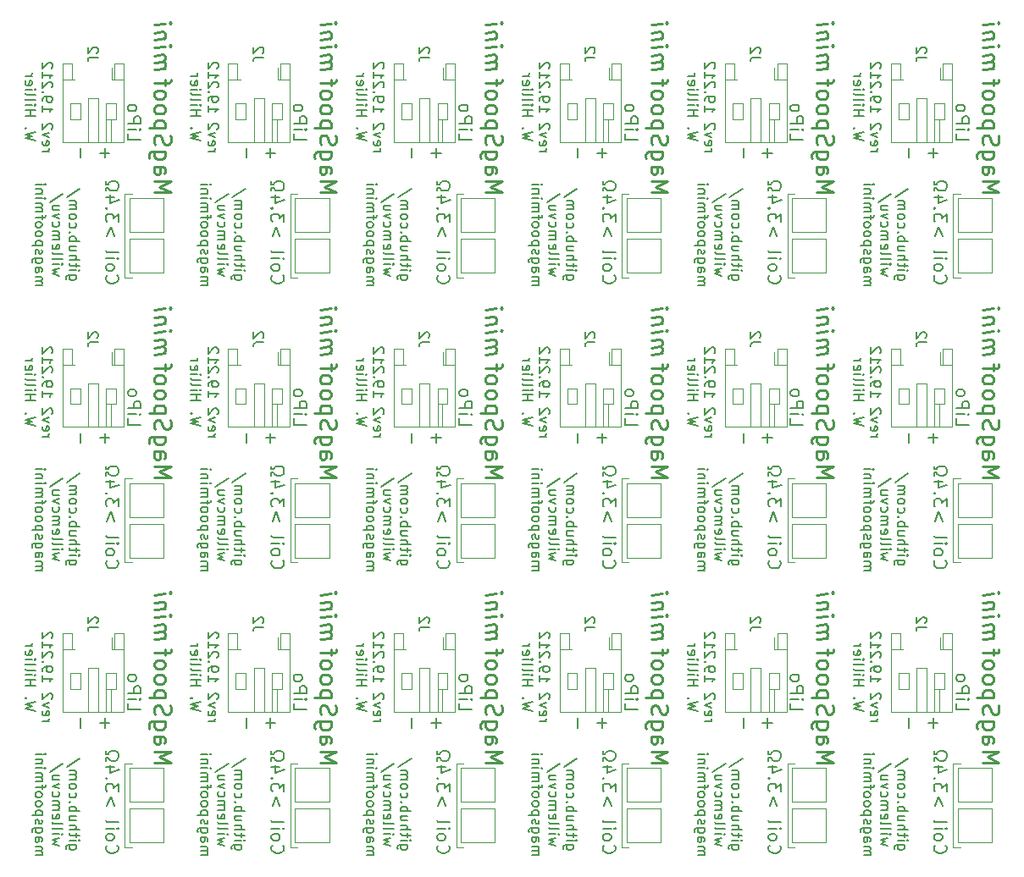
<source format=gbr>
G04 #@! TF.GenerationSoftware,KiCad,Pcbnew,(5.1.2)-2*
G04 #@! TF.CreationDate,2019-08-12T20:16:11-04:00*
G04 #@! TF.ProjectId,v2_panelized,76325f70-616e-4656-9c69-7a65642e6b69,rev?*
G04 #@! TF.SameCoordinates,Original*
G04 #@! TF.FileFunction,Legend,Bot*
G04 #@! TF.FilePolarity,Positive*
%FSLAX46Y46*%
G04 Gerber Fmt 4.6, Leading zero omitted, Abs format (unit mm)*
G04 Created by KiCad (PCBNEW (5.1.2)-2) date 2019-08-12 20:16:11*
%MOMM*%
%LPD*%
G04 APERTURE LIST*
%ADD10C,0.203200*%
%ADD11C,0.177800*%
%ADD12C,0.228600*%
%ADD13C,0.120000*%
%ADD14C,0.150000*%
G04 APERTURE END LIST*
D10*
X227513486Y-12902813D02*
X227513486Y-13507575D01*
X228783486Y-13507575D01*
X227513486Y-12479480D02*
X228360152Y-12479480D01*
X228783486Y-12479480D02*
X228723010Y-12539956D01*
X228662533Y-12479480D01*
X228723010Y-12419004D01*
X228783486Y-12479480D01*
X228662533Y-12479480D01*
X227513486Y-11874718D02*
X228783486Y-11874718D01*
X228783486Y-11390908D01*
X228723010Y-11269956D01*
X228662533Y-11209480D01*
X228541581Y-11149004D01*
X228360152Y-11149004D01*
X228239200Y-11209480D01*
X228178724Y-11269956D01*
X228118248Y-11390908D01*
X228118248Y-11874718D01*
X227513486Y-10423289D02*
X227573962Y-10544242D01*
X227634438Y-10604718D01*
X227755390Y-10665194D01*
X228118248Y-10665194D01*
X228239200Y-10604718D01*
X228299676Y-10544242D01*
X228360152Y-10423289D01*
X228360152Y-10241861D01*
X228299676Y-10120908D01*
X228239200Y-10060432D01*
X228118248Y-9999956D01*
X227755390Y-9999956D01*
X227634438Y-10060432D01*
X227573962Y-10120908D01*
X227513486Y-10241861D01*
X227513486Y-10423289D01*
X227513486Y15595188D02*
X227513486Y14990426D01*
X228783486Y14990426D01*
X227513486Y16018521D02*
X228360152Y16018521D01*
X228783486Y16018521D02*
X228723010Y15958045D01*
X228662533Y16018521D01*
X228723010Y16078998D01*
X228783486Y16018521D01*
X228662533Y16018521D01*
X227513486Y16623283D02*
X228783486Y16623283D01*
X228783486Y17107093D01*
X228723010Y17228045D01*
X228662533Y17288521D01*
X228541581Y17348998D01*
X228360152Y17348998D01*
X228239200Y17288521D01*
X228178724Y17228045D01*
X228118248Y17107093D01*
X228118248Y16623283D01*
X227513486Y18074712D02*
X227573962Y17953759D01*
X227634438Y17893283D01*
X227755390Y17832807D01*
X228118248Y17832807D01*
X228239200Y17893283D01*
X228299676Y17953759D01*
X228360152Y18074712D01*
X228360152Y18256140D01*
X228299676Y18377093D01*
X228239200Y18437569D01*
X228118248Y18498045D01*
X227755390Y18498045D01*
X227634438Y18437569D01*
X227573962Y18377093D01*
X227513486Y18256140D01*
X227513486Y18074712D01*
X227513486Y44093190D02*
X227513486Y43488428D01*
X228783486Y43488428D01*
X227513486Y44516523D02*
X228360152Y44516523D01*
X228783486Y44516523D02*
X228723010Y44456047D01*
X228662533Y44516523D01*
X228723010Y44577000D01*
X228783486Y44516523D01*
X228662533Y44516523D01*
X227513486Y45121285D02*
X228783486Y45121285D01*
X228783486Y45605095D01*
X228723010Y45726047D01*
X228662533Y45786523D01*
X228541581Y45847000D01*
X228360152Y45847000D01*
X228239200Y45786523D01*
X228178724Y45726047D01*
X228118248Y45605095D01*
X228118248Y45121285D01*
X227513486Y46572714D02*
X227573962Y46451761D01*
X227634438Y46391285D01*
X227755390Y46330809D01*
X228118248Y46330809D01*
X228239200Y46391285D01*
X228299676Y46451761D01*
X228360152Y46572714D01*
X228360152Y46754142D01*
X228299676Y46875095D01*
X228239200Y46935571D01*
X228118248Y46996047D01*
X227755390Y46996047D01*
X227634438Y46935571D01*
X227573962Y46875095D01*
X227513486Y46754142D01*
X227513486Y46572714D01*
X210953484Y-12902813D02*
X210953484Y-13507575D01*
X212223484Y-13507575D01*
X210953484Y-12479480D02*
X211800150Y-12479480D01*
X212223484Y-12479480D02*
X212163008Y-12539956D01*
X212102531Y-12479480D01*
X212163008Y-12419004D01*
X212223484Y-12479480D01*
X212102531Y-12479480D01*
X210953484Y-11874718D02*
X212223484Y-11874718D01*
X212223484Y-11390908D01*
X212163008Y-11269956D01*
X212102531Y-11209480D01*
X211981579Y-11149004D01*
X211800150Y-11149004D01*
X211679198Y-11209480D01*
X211618722Y-11269956D01*
X211558246Y-11390908D01*
X211558246Y-11874718D01*
X210953484Y-10423289D02*
X211013960Y-10544242D01*
X211074436Y-10604718D01*
X211195388Y-10665194D01*
X211558246Y-10665194D01*
X211679198Y-10604718D01*
X211739674Y-10544242D01*
X211800150Y-10423289D01*
X211800150Y-10241861D01*
X211739674Y-10120908D01*
X211679198Y-10060432D01*
X211558246Y-9999956D01*
X211195388Y-9999956D01*
X211074436Y-10060432D01*
X211013960Y-10120908D01*
X210953484Y-10241861D01*
X210953484Y-10423289D01*
X210953484Y15595188D02*
X210953484Y14990426D01*
X212223484Y14990426D01*
X210953484Y16018521D02*
X211800150Y16018521D01*
X212223484Y16018521D02*
X212163008Y15958045D01*
X212102531Y16018521D01*
X212163008Y16078998D01*
X212223484Y16018521D01*
X212102531Y16018521D01*
X210953484Y16623283D02*
X212223484Y16623283D01*
X212223484Y17107093D01*
X212163008Y17228045D01*
X212102531Y17288521D01*
X211981579Y17348998D01*
X211800150Y17348998D01*
X211679198Y17288521D01*
X211618722Y17228045D01*
X211558246Y17107093D01*
X211558246Y16623283D01*
X210953484Y18074712D02*
X211013960Y17953759D01*
X211074436Y17893283D01*
X211195388Y17832807D01*
X211558246Y17832807D01*
X211679198Y17893283D01*
X211739674Y17953759D01*
X211800150Y18074712D01*
X211800150Y18256140D01*
X211739674Y18377093D01*
X211679198Y18437569D01*
X211558246Y18498045D01*
X211195388Y18498045D01*
X211074436Y18437569D01*
X211013960Y18377093D01*
X210953484Y18256140D01*
X210953484Y18074712D01*
X210953484Y44093190D02*
X210953484Y43488428D01*
X212223484Y43488428D01*
X210953484Y44516523D02*
X211800150Y44516523D01*
X212223484Y44516523D02*
X212163008Y44456047D01*
X212102531Y44516523D01*
X212163008Y44577000D01*
X212223484Y44516523D01*
X212102531Y44516523D01*
X210953484Y45121285D02*
X212223484Y45121285D01*
X212223484Y45605095D01*
X212163008Y45726047D01*
X212102531Y45786523D01*
X211981579Y45847000D01*
X211800150Y45847000D01*
X211679198Y45786523D01*
X211618722Y45726047D01*
X211558246Y45605095D01*
X211558246Y45121285D01*
X210953484Y46572714D02*
X211013960Y46451761D01*
X211074436Y46391285D01*
X211195388Y46330809D01*
X211558246Y46330809D01*
X211679198Y46391285D01*
X211739674Y46451761D01*
X211800150Y46572714D01*
X211800150Y46754142D01*
X211739674Y46875095D01*
X211679198Y46935571D01*
X211558246Y46996047D01*
X211195388Y46996047D01*
X211074436Y46935571D01*
X211013960Y46875095D01*
X210953484Y46754142D01*
X210953484Y46572714D01*
X194393482Y-12902813D02*
X194393482Y-13507575D01*
X195663482Y-13507575D01*
X194393482Y-12479480D02*
X195240148Y-12479480D01*
X195663482Y-12479480D02*
X195603006Y-12539956D01*
X195542529Y-12479480D01*
X195603006Y-12419004D01*
X195663482Y-12479480D01*
X195542529Y-12479480D01*
X194393482Y-11874718D02*
X195663482Y-11874718D01*
X195663482Y-11390908D01*
X195603006Y-11269956D01*
X195542529Y-11209480D01*
X195421577Y-11149004D01*
X195240148Y-11149004D01*
X195119196Y-11209480D01*
X195058720Y-11269956D01*
X194998244Y-11390908D01*
X194998244Y-11874718D01*
X194393482Y-10423289D02*
X194453958Y-10544242D01*
X194514434Y-10604718D01*
X194635386Y-10665194D01*
X194998244Y-10665194D01*
X195119196Y-10604718D01*
X195179672Y-10544242D01*
X195240148Y-10423289D01*
X195240148Y-10241861D01*
X195179672Y-10120908D01*
X195119196Y-10060432D01*
X194998244Y-9999956D01*
X194635386Y-9999956D01*
X194514434Y-10060432D01*
X194453958Y-10120908D01*
X194393482Y-10241861D01*
X194393482Y-10423289D01*
X194393482Y15595188D02*
X194393482Y14990426D01*
X195663482Y14990426D01*
X194393482Y16018521D02*
X195240148Y16018521D01*
X195663482Y16018521D02*
X195603006Y15958045D01*
X195542529Y16018521D01*
X195603006Y16078998D01*
X195663482Y16018521D01*
X195542529Y16018521D01*
X194393482Y16623283D02*
X195663482Y16623283D01*
X195663482Y17107093D01*
X195603006Y17228045D01*
X195542529Y17288521D01*
X195421577Y17348998D01*
X195240148Y17348998D01*
X195119196Y17288521D01*
X195058720Y17228045D01*
X194998244Y17107093D01*
X194998244Y16623283D01*
X194393482Y18074712D02*
X194453958Y17953759D01*
X194514434Y17893283D01*
X194635386Y17832807D01*
X194998244Y17832807D01*
X195119196Y17893283D01*
X195179672Y17953759D01*
X195240148Y18074712D01*
X195240148Y18256140D01*
X195179672Y18377093D01*
X195119196Y18437569D01*
X194998244Y18498045D01*
X194635386Y18498045D01*
X194514434Y18437569D01*
X194453958Y18377093D01*
X194393482Y18256140D01*
X194393482Y18074712D01*
X194393482Y44093190D02*
X194393482Y43488428D01*
X195663482Y43488428D01*
X194393482Y44516523D02*
X195240148Y44516523D01*
X195663482Y44516523D02*
X195603006Y44456047D01*
X195542529Y44516523D01*
X195603006Y44577000D01*
X195663482Y44516523D01*
X195542529Y44516523D01*
X194393482Y45121285D02*
X195663482Y45121285D01*
X195663482Y45605095D01*
X195603006Y45726047D01*
X195542529Y45786523D01*
X195421577Y45847000D01*
X195240148Y45847000D01*
X195119196Y45786523D01*
X195058720Y45726047D01*
X194998244Y45605095D01*
X194998244Y45121285D01*
X194393482Y46572714D02*
X194453958Y46451761D01*
X194514434Y46391285D01*
X194635386Y46330809D01*
X194998244Y46330809D01*
X195119196Y46391285D01*
X195179672Y46451761D01*
X195240148Y46572714D01*
X195240148Y46754142D01*
X195179672Y46875095D01*
X195119196Y46935571D01*
X194998244Y46996047D01*
X194635386Y46996047D01*
X194514434Y46935571D01*
X194453958Y46875095D01*
X194393482Y46754142D01*
X194393482Y46572714D01*
X177833480Y-12902813D02*
X177833480Y-13507575D01*
X179103480Y-13507575D01*
X177833480Y-12479480D02*
X178680146Y-12479480D01*
X179103480Y-12479480D02*
X179043004Y-12539956D01*
X178982527Y-12479480D01*
X179043004Y-12419004D01*
X179103480Y-12479480D01*
X178982527Y-12479480D01*
X177833480Y-11874718D02*
X179103480Y-11874718D01*
X179103480Y-11390908D01*
X179043004Y-11269956D01*
X178982527Y-11209480D01*
X178861575Y-11149004D01*
X178680146Y-11149004D01*
X178559194Y-11209480D01*
X178498718Y-11269956D01*
X178438242Y-11390908D01*
X178438242Y-11874718D01*
X177833480Y-10423289D02*
X177893956Y-10544242D01*
X177954432Y-10604718D01*
X178075384Y-10665194D01*
X178438242Y-10665194D01*
X178559194Y-10604718D01*
X178619670Y-10544242D01*
X178680146Y-10423289D01*
X178680146Y-10241861D01*
X178619670Y-10120908D01*
X178559194Y-10060432D01*
X178438242Y-9999956D01*
X178075384Y-9999956D01*
X177954432Y-10060432D01*
X177893956Y-10120908D01*
X177833480Y-10241861D01*
X177833480Y-10423289D01*
X177833480Y15595188D02*
X177833480Y14990426D01*
X179103480Y14990426D01*
X177833480Y16018521D02*
X178680146Y16018521D01*
X179103480Y16018521D02*
X179043004Y15958045D01*
X178982527Y16018521D01*
X179043004Y16078998D01*
X179103480Y16018521D01*
X178982527Y16018521D01*
X177833480Y16623283D02*
X179103480Y16623283D01*
X179103480Y17107093D01*
X179043004Y17228045D01*
X178982527Y17288521D01*
X178861575Y17348998D01*
X178680146Y17348998D01*
X178559194Y17288521D01*
X178498718Y17228045D01*
X178438242Y17107093D01*
X178438242Y16623283D01*
X177833480Y18074712D02*
X177893956Y17953759D01*
X177954432Y17893283D01*
X178075384Y17832807D01*
X178438242Y17832807D01*
X178559194Y17893283D01*
X178619670Y17953759D01*
X178680146Y18074712D01*
X178680146Y18256140D01*
X178619670Y18377093D01*
X178559194Y18437569D01*
X178438242Y18498045D01*
X178075384Y18498045D01*
X177954432Y18437569D01*
X177893956Y18377093D01*
X177833480Y18256140D01*
X177833480Y18074712D01*
X177833480Y44093190D02*
X177833480Y43488428D01*
X179103480Y43488428D01*
X177833480Y44516523D02*
X178680146Y44516523D01*
X179103480Y44516523D02*
X179043004Y44456047D01*
X178982527Y44516523D01*
X179043004Y44577000D01*
X179103480Y44516523D01*
X178982527Y44516523D01*
X177833480Y45121285D02*
X179103480Y45121285D01*
X179103480Y45605095D01*
X179043004Y45726047D01*
X178982527Y45786523D01*
X178861575Y45847000D01*
X178680146Y45847000D01*
X178559194Y45786523D01*
X178498718Y45726047D01*
X178438242Y45605095D01*
X178438242Y45121285D01*
X177833480Y46572714D02*
X177893956Y46451761D01*
X177954432Y46391285D01*
X178075384Y46330809D01*
X178438242Y46330809D01*
X178559194Y46391285D01*
X178619670Y46451761D01*
X178680146Y46572714D01*
X178680146Y46754142D01*
X178619670Y46875095D01*
X178559194Y46935571D01*
X178438242Y46996047D01*
X178075384Y46996047D01*
X177954432Y46935571D01*
X177893956Y46875095D01*
X177833480Y46754142D01*
X177833480Y46572714D01*
X161273478Y-12902813D02*
X161273478Y-13507575D01*
X162543478Y-13507575D01*
X161273478Y-12479480D02*
X162120144Y-12479480D01*
X162543478Y-12479480D02*
X162483002Y-12539956D01*
X162422525Y-12479480D01*
X162483002Y-12419004D01*
X162543478Y-12479480D01*
X162422525Y-12479480D01*
X161273478Y-11874718D02*
X162543478Y-11874718D01*
X162543478Y-11390908D01*
X162483002Y-11269956D01*
X162422525Y-11209480D01*
X162301573Y-11149004D01*
X162120144Y-11149004D01*
X161999192Y-11209480D01*
X161938716Y-11269956D01*
X161878240Y-11390908D01*
X161878240Y-11874718D01*
X161273478Y-10423289D02*
X161333954Y-10544242D01*
X161394430Y-10604718D01*
X161515382Y-10665194D01*
X161878240Y-10665194D01*
X161999192Y-10604718D01*
X162059668Y-10544242D01*
X162120144Y-10423289D01*
X162120144Y-10241861D01*
X162059668Y-10120908D01*
X161999192Y-10060432D01*
X161878240Y-9999956D01*
X161515382Y-9999956D01*
X161394430Y-10060432D01*
X161333954Y-10120908D01*
X161273478Y-10241861D01*
X161273478Y-10423289D01*
X161273478Y15595188D02*
X161273478Y14990426D01*
X162543478Y14990426D01*
X161273478Y16018521D02*
X162120144Y16018521D01*
X162543478Y16018521D02*
X162483002Y15958045D01*
X162422525Y16018521D01*
X162483002Y16078998D01*
X162543478Y16018521D01*
X162422525Y16018521D01*
X161273478Y16623283D02*
X162543478Y16623283D01*
X162543478Y17107093D01*
X162483002Y17228045D01*
X162422525Y17288521D01*
X162301573Y17348998D01*
X162120144Y17348998D01*
X161999192Y17288521D01*
X161938716Y17228045D01*
X161878240Y17107093D01*
X161878240Y16623283D01*
X161273478Y18074712D02*
X161333954Y17953759D01*
X161394430Y17893283D01*
X161515382Y17832807D01*
X161878240Y17832807D01*
X161999192Y17893283D01*
X162059668Y17953759D01*
X162120144Y18074712D01*
X162120144Y18256140D01*
X162059668Y18377093D01*
X161999192Y18437569D01*
X161878240Y18498045D01*
X161515382Y18498045D01*
X161394430Y18437569D01*
X161333954Y18377093D01*
X161273478Y18256140D01*
X161273478Y18074712D01*
X161273478Y44093190D02*
X161273478Y43488428D01*
X162543478Y43488428D01*
X161273478Y44516523D02*
X162120144Y44516523D01*
X162543478Y44516523D02*
X162483002Y44456047D01*
X162422525Y44516523D01*
X162483002Y44577000D01*
X162543478Y44516523D01*
X162422525Y44516523D01*
X161273478Y45121285D02*
X162543478Y45121285D01*
X162543478Y45605095D01*
X162483002Y45726047D01*
X162422525Y45786523D01*
X162301573Y45847000D01*
X162120144Y45847000D01*
X161999192Y45786523D01*
X161938716Y45726047D01*
X161878240Y45605095D01*
X161878240Y45121285D01*
X161273478Y46572714D02*
X161333954Y46451761D01*
X161394430Y46391285D01*
X161515382Y46330809D01*
X161878240Y46330809D01*
X161999192Y46391285D01*
X162059668Y46451761D01*
X162120144Y46572714D01*
X162120144Y46754142D01*
X162059668Y46875095D01*
X161999192Y46935571D01*
X161878240Y46996047D01*
X161515382Y46996047D01*
X161394430Y46935571D01*
X161333954Y46875095D01*
X161273478Y46754142D01*
X161273478Y46572714D01*
X144713476Y-12902813D02*
X144713476Y-13507575D01*
X145983476Y-13507575D01*
X144713476Y-12479480D02*
X145560142Y-12479480D01*
X145983476Y-12479480D02*
X145923000Y-12539956D01*
X145862523Y-12479480D01*
X145923000Y-12419004D01*
X145983476Y-12479480D01*
X145862523Y-12479480D01*
X144713476Y-11874718D02*
X145983476Y-11874718D01*
X145983476Y-11390908D01*
X145923000Y-11269956D01*
X145862523Y-11209480D01*
X145741571Y-11149004D01*
X145560142Y-11149004D01*
X145439190Y-11209480D01*
X145378714Y-11269956D01*
X145318238Y-11390908D01*
X145318238Y-11874718D01*
X144713476Y-10423289D02*
X144773952Y-10544242D01*
X144834428Y-10604718D01*
X144955380Y-10665194D01*
X145318238Y-10665194D01*
X145439190Y-10604718D01*
X145499666Y-10544242D01*
X145560142Y-10423289D01*
X145560142Y-10241861D01*
X145499666Y-10120908D01*
X145439190Y-10060432D01*
X145318238Y-9999956D01*
X144955380Y-9999956D01*
X144834428Y-10060432D01*
X144773952Y-10120908D01*
X144713476Y-10241861D01*
X144713476Y-10423289D01*
X144713476Y15595188D02*
X144713476Y14990426D01*
X145983476Y14990426D01*
X144713476Y16018521D02*
X145560142Y16018521D01*
X145983476Y16018521D02*
X145923000Y15958045D01*
X145862523Y16018521D01*
X145923000Y16078998D01*
X145983476Y16018521D01*
X145862523Y16018521D01*
X144713476Y16623283D02*
X145983476Y16623283D01*
X145983476Y17107093D01*
X145923000Y17228045D01*
X145862523Y17288521D01*
X145741571Y17348998D01*
X145560142Y17348998D01*
X145439190Y17288521D01*
X145378714Y17228045D01*
X145318238Y17107093D01*
X145318238Y16623283D01*
X144713476Y18074712D02*
X144773952Y17953759D01*
X144834428Y17893283D01*
X144955380Y17832807D01*
X145318238Y17832807D01*
X145439190Y17893283D01*
X145499666Y17953759D01*
X145560142Y18074712D01*
X145560142Y18256140D01*
X145499666Y18377093D01*
X145439190Y18437569D01*
X145318238Y18498045D01*
X144955380Y18498045D01*
X144834428Y18437569D01*
X144773952Y18377093D01*
X144713476Y18256140D01*
X144713476Y18074712D01*
X225203295Y-15315813D02*
X225203295Y-14348194D01*
X224719486Y-14832004D02*
X225687105Y-14832004D01*
X225203295Y13182188D02*
X225203295Y14149807D01*
X224719486Y13665998D02*
X225687105Y13665998D01*
X225203295Y41680190D02*
X225203295Y42647809D01*
X224719486Y42164000D02*
X225687105Y42164000D01*
X208643293Y-15315813D02*
X208643293Y-14348194D01*
X208159484Y-14832004D02*
X209127103Y-14832004D01*
X208643293Y13182188D02*
X208643293Y14149807D01*
X208159484Y13665998D02*
X209127103Y13665998D01*
X208643293Y41680190D02*
X208643293Y42647809D01*
X208159484Y42164000D02*
X209127103Y42164000D01*
X192083291Y-15315813D02*
X192083291Y-14348194D01*
X191599482Y-14832004D02*
X192567101Y-14832004D01*
X192083291Y13182188D02*
X192083291Y14149807D01*
X191599482Y13665998D02*
X192567101Y13665998D01*
X192083291Y41680190D02*
X192083291Y42647809D01*
X191599482Y42164000D02*
X192567101Y42164000D01*
X175523289Y-15315813D02*
X175523289Y-14348194D01*
X175039480Y-14832004D02*
X176007099Y-14832004D01*
X175523289Y13182188D02*
X175523289Y14149807D01*
X175039480Y13665998D02*
X176007099Y13665998D01*
X175523289Y41680190D02*
X175523289Y42647809D01*
X175039480Y42164000D02*
X176007099Y42164000D01*
X158963287Y-15315813D02*
X158963287Y-14348194D01*
X158479478Y-14832004D02*
X159447097Y-14832004D01*
X158963287Y13182188D02*
X158963287Y14149807D01*
X158479478Y13665998D02*
X159447097Y13665998D01*
X158963287Y41680190D02*
X158963287Y42647809D01*
X158479478Y42164000D02*
X159447097Y42164000D01*
X142403285Y-15315813D02*
X142403285Y-14348194D01*
X141919476Y-14832004D02*
X142887095Y-14832004D01*
X142403285Y13182188D02*
X142403285Y14149807D01*
X141919476Y13665998D02*
X142887095Y13665998D01*
X222790295Y-15315813D02*
X222790295Y-14348194D01*
X222790295Y13182188D02*
X222790295Y14149807D01*
X222790295Y41680190D02*
X222790295Y42647809D01*
X206230293Y-15315813D02*
X206230293Y-14348194D01*
X206230293Y13182188D02*
X206230293Y14149807D01*
X206230293Y41680190D02*
X206230293Y42647809D01*
X189670291Y-15315813D02*
X189670291Y-14348194D01*
X189670291Y13182188D02*
X189670291Y14149807D01*
X189670291Y41680190D02*
X189670291Y42647809D01*
X173110289Y-15315813D02*
X173110289Y-14348194D01*
X173110289Y13182188D02*
X173110289Y14149807D01*
X173110289Y41680190D02*
X173110289Y42647809D01*
X156550287Y-15315813D02*
X156550287Y-14348194D01*
X156550287Y13182188D02*
X156550287Y14149807D01*
X156550287Y41680190D02*
X156550287Y42647809D01*
X139990285Y-15315813D02*
X139990285Y-14348194D01*
X139990285Y13182188D02*
X139990285Y14149807D01*
X225411938Y-27093551D02*
X225351462Y-27154027D01*
X225290986Y-27335456D01*
X225290986Y-27456408D01*
X225351462Y-27637837D01*
X225472414Y-27758789D01*
X225593367Y-27819265D01*
X225835271Y-27879742D01*
X226016700Y-27879742D01*
X226258605Y-27819265D01*
X226379557Y-27758789D01*
X226500510Y-27637837D01*
X226560986Y-27456408D01*
X226560986Y-27335456D01*
X226500510Y-27154027D01*
X226440033Y-27093551D01*
X225290986Y-26367837D02*
X225351462Y-26488789D01*
X225411938Y-26549265D01*
X225532890Y-26609742D01*
X225895748Y-26609742D01*
X226016700Y-26549265D01*
X226077176Y-26488789D01*
X226137652Y-26367837D01*
X226137652Y-26186408D01*
X226077176Y-26065456D01*
X226016700Y-26004980D01*
X225895748Y-25944504D01*
X225532890Y-25944504D01*
X225411938Y-26004980D01*
X225351462Y-26065456D01*
X225290986Y-26186408D01*
X225290986Y-26367837D01*
X225290986Y-25400218D02*
X226137652Y-25400218D01*
X226560986Y-25400218D02*
X226500510Y-25460694D01*
X226440033Y-25400218D01*
X226500510Y-25339742D01*
X226560986Y-25400218D01*
X226440033Y-25400218D01*
X225290986Y-24614027D02*
X225351462Y-24734980D01*
X225472414Y-24795456D01*
X226560986Y-24795456D01*
X226137652Y-23162599D02*
X225774795Y-22194980D01*
X225411938Y-23162599D01*
X226560986Y-21711170D02*
X226560986Y-20924980D01*
X226077176Y-21348313D01*
X226077176Y-21166884D01*
X226016700Y-21045932D01*
X225956224Y-20985456D01*
X225835271Y-20924980D01*
X225532890Y-20924980D01*
X225411938Y-20985456D01*
X225351462Y-21045932D01*
X225290986Y-21166884D01*
X225290986Y-21529742D01*
X225351462Y-21650694D01*
X225411938Y-21711170D01*
X225411938Y-20380694D02*
X225351462Y-20320218D01*
X225290986Y-20380694D01*
X225351462Y-20441170D01*
X225411938Y-20380694D01*
X225290986Y-20380694D01*
X226137652Y-19231646D02*
X225290986Y-19231646D01*
X226621462Y-19534027D02*
X225714319Y-19836408D01*
X225714319Y-19050218D01*
X225290986Y-18626884D02*
X225290986Y-18324504D01*
X225532890Y-18324504D01*
X225593367Y-18445456D01*
X225714319Y-18566408D01*
X225895748Y-18626884D01*
X226198129Y-18626884D01*
X226379557Y-18566408D01*
X226500510Y-18445456D01*
X226560986Y-18264027D01*
X226560986Y-18022123D01*
X226500510Y-17840694D01*
X226379557Y-17719742D01*
X226198129Y-17659265D01*
X225895748Y-17659265D01*
X225714319Y-17719742D01*
X225593367Y-17840694D01*
X225532890Y-17961646D01*
X225290986Y-17961646D01*
X225290986Y-17659265D01*
X225411938Y1404450D02*
X225351462Y1343974D01*
X225290986Y1162545D01*
X225290986Y1041593D01*
X225351462Y860164D01*
X225472414Y739212D01*
X225593367Y678736D01*
X225835271Y618259D01*
X226016700Y618259D01*
X226258605Y678736D01*
X226379557Y739212D01*
X226500510Y860164D01*
X226560986Y1041593D01*
X226560986Y1162545D01*
X226500510Y1343974D01*
X226440033Y1404450D01*
X225290986Y2130164D02*
X225351462Y2009212D01*
X225411938Y1948736D01*
X225532890Y1888259D01*
X225895748Y1888259D01*
X226016700Y1948736D01*
X226077176Y2009212D01*
X226137652Y2130164D01*
X226137652Y2311593D01*
X226077176Y2432545D01*
X226016700Y2493021D01*
X225895748Y2553498D01*
X225532890Y2553498D01*
X225411938Y2493021D01*
X225351462Y2432545D01*
X225290986Y2311593D01*
X225290986Y2130164D01*
X225290986Y3097783D02*
X226137652Y3097783D01*
X226560986Y3097783D02*
X226500510Y3037307D01*
X226440033Y3097783D01*
X226500510Y3158259D01*
X226560986Y3097783D01*
X226440033Y3097783D01*
X225290986Y3883974D02*
X225351462Y3763021D01*
X225472414Y3702545D01*
X226560986Y3702545D01*
X226137652Y5335402D02*
X225774795Y6303021D01*
X225411938Y5335402D01*
X226560986Y6786831D02*
X226560986Y7573021D01*
X226077176Y7149688D01*
X226077176Y7331117D01*
X226016700Y7452069D01*
X225956224Y7512545D01*
X225835271Y7573021D01*
X225532890Y7573021D01*
X225411938Y7512545D01*
X225351462Y7452069D01*
X225290986Y7331117D01*
X225290986Y6968259D01*
X225351462Y6847307D01*
X225411938Y6786831D01*
X225411938Y8117307D02*
X225351462Y8177783D01*
X225290986Y8117307D01*
X225351462Y8056831D01*
X225411938Y8117307D01*
X225290986Y8117307D01*
X226137652Y9266355D02*
X225290986Y9266355D01*
X226621462Y8963974D02*
X225714319Y8661593D01*
X225714319Y9447783D01*
X225290986Y9871117D02*
X225290986Y10173498D01*
X225532890Y10173498D01*
X225593367Y10052545D01*
X225714319Y9931593D01*
X225895748Y9871117D01*
X226198129Y9871117D01*
X226379557Y9931593D01*
X226500510Y10052545D01*
X226560986Y10233974D01*
X226560986Y10475878D01*
X226500510Y10657307D01*
X226379557Y10778259D01*
X226198129Y10838736D01*
X225895748Y10838736D01*
X225714319Y10778259D01*
X225593367Y10657307D01*
X225532890Y10536355D01*
X225290986Y10536355D01*
X225290986Y10838736D01*
X225411938Y29902452D02*
X225351462Y29841976D01*
X225290986Y29660547D01*
X225290986Y29539595D01*
X225351462Y29358166D01*
X225472414Y29237214D01*
X225593367Y29176738D01*
X225835271Y29116261D01*
X226016700Y29116261D01*
X226258605Y29176738D01*
X226379557Y29237214D01*
X226500510Y29358166D01*
X226560986Y29539595D01*
X226560986Y29660547D01*
X226500510Y29841976D01*
X226440033Y29902452D01*
X225290986Y30628166D02*
X225351462Y30507214D01*
X225411938Y30446738D01*
X225532890Y30386261D01*
X225895748Y30386261D01*
X226016700Y30446738D01*
X226077176Y30507214D01*
X226137652Y30628166D01*
X226137652Y30809595D01*
X226077176Y30930547D01*
X226016700Y30991023D01*
X225895748Y31051500D01*
X225532890Y31051500D01*
X225411938Y30991023D01*
X225351462Y30930547D01*
X225290986Y30809595D01*
X225290986Y30628166D01*
X225290986Y31595785D02*
X226137652Y31595785D01*
X226560986Y31595785D02*
X226500510Y31535309D01*
X226440033Y31595785D01*
X226500510Y31656261D01*
X226560986Y31595785D01*
X226440033Y31595785D01*
X225290986Y32381976D02*
X225351462Y32261023D01*
X225472414Y32200547D01*
X226560986Y32200547D01*
X226137652Y33833404D02*
X225774795Y34801023D01*
X225411938Y33833404D01*
X226560986Y35284833D02*
X226560986Y36071023D01*
X226077176Y35647690D01*
X226077176Y35829119D01*
X226016700Y35950071D01*
X225956224Y36010547D01*
X225835271Y36071023D01*
X225532890Y36071023D01*
X225411938Y36010547D01*
X225351462Y35950071D01*
X225290986Y35829119D01*
X225290986Y35466261D01*
X225351462Y35345309D01*
X225411938Y35284833D01*
X225411938Y36615309D02*
X225351462Y36675785D01*
X225290986Y36615309D01*
X225351462Y36554833D01*
X225411938Y36615309D01*
X225290986Y36615309D01*
X226137652Y37764357D02*
X225290986Y37764357D01*
X226621462Y37461976D02*
X225714319Y37159595D01*
X225714319Y37945785D01*
X225290986Y38369119D02*
X225290986Y38671500D01*
X225532890Y38671500D01*
X225593367Y38550547D01*
X225714319Y38429595D01*
X225895748Y38369119D01*
X226198129Y38369119D01*
X226379557Y38429595D01*
X226500510Y38550547D01*
X226560986Y38731976D01*
X226560986Y38973880D01*
X226500510Y39155309D01*
X226379557Y39276261D01*
X226198129Y39336738D01*
X225895748Y39336738D01*
X225714319Y39276261D01*
X225593367Y39155309D01*
X225532890Y39034357D01*
X225290986Y39034357D01*
X225290986Y39336738D01*
X208851936Y-27093551D02*
X208791460Y-27154027D01*
X208730984Y-27335456D01*
X208730984Y-27456408D01*
X208791460Y-27637837D01*
X208912412Y-27758789D01*
X209033365Y-27819265D01*
X209275269Y-27879742D01*
X209456698Y-27879742D01*
X209698603Y-27819265D01*
X209819555Y-27758789D01*
X209940508Y-27637837D01*
X210000984Y-27456408D01*
X210000984Y-27335456D01*
X209940508Y-27154027D01*
X209880031Y-27093551D01*
X208730984Y-26367837D02*
X208791460Y-26488789D01*
X208851936Y-26549265D01*
X208972888Y-26609742D01*
X209335746Y-26609742D01*
X209456698Y-26549265D01*
X209517174Y-26488789D01*
X209577650Y-26367837D01*
X209577650Y-26186408D01*
X209517174Y-26065456D01*
X209456698Y-26004980D01*
X209335746Y-25944504D01*
X208972888Y-25944504D01*
X208851936Y-26004980D01*
X208791460Y-26065456D01*
X208730984Y-26186408D01*
X208730984Y-26367837D01*
X208730984Y-25400218D02*
X209577650Y-25400218D01*
X210000984Y-25400218D02*
X209940508Y-25460694D01*
X209880031Y-25400218D01*
X209940508Y-25339742D01*
X210000984Y-25400218D01*
X209880031Y-25400218D01*
X208730984Y-24614027D02*
X208791460Y-24734980D01*
X208912412Y-24795456D01*
X210000984Y-24795456D01*
X209577650Y-23162599D02*
X209214793Y-22194980D01*
X208851936Y-23162599D01*
X210000984Y-21711170D02*
X210000984Y-20924980D01*
X209517174Y-21348313D01*
X209517174Y-21166884D01*
X209456698Y-21045932D01*
X209396222Y-20985456D01*
X209275269Y-20924980D01*
X208972888Y-20924980D01*
X208851936Y-20985456D01*
X208791460Y-21045932D01*
X208730984Y-21166884D01*
X208730984Y-21529742D01*
X208791460Y-21650694D01*
X208851936Y-21711170D01*
X208851936Y-20380694D02*
X208791460Y-20320218D01*
X208730984Y-20380694D01*
X208791460Y-20441170D01*
X208851936Y-20380694D01*
X208730984Y-20380694D01*
X209577650Y-19231646D02*
X208730984Y-19231646D01*
X210061460Y-19534027D02*
X209154317Y-19836408D01*
X209154317Y-19050218D01*
X208730984Y-18626884D02*
X208730984Y-18324504D01*
X208972888Y-18324504D01*
X209033365Y-18445456D01*
X209154317Y-18566408D01*
X209335746Y-18626884D01*
X209638127Y-18626884D01*
X209819555Y-18566408D01*
X209940508Y-18445456D01*
X210000984Y-18264027D01*
X210000984Y-18022123D01*
X209940508Y-17840694D01*
X209819555Y-17719742D01*
X209638127Y-17659265D01*
X209335746Y-17659265D01*
X209154317Y-17719742D01*
X209033365Y-17840694D01*
X208972888Y-17961646D01*
X208730984Y-17961646D01*
X208730984Y-17659265D01*
X208851936Y1404450D02*
X208791460Y1343974D01*
X208730984Y1162545D01*
X208730984Y1041593D01*
X208791460Y860164D01*
X208912412Y739212D01*
X209033365Y678736D01*
X209275269Y618259D01*
X209456698Y618259D01*
X209698603Y678736D01*
X209819555Y739212D01*
X209940508Y860164D01*
X210000984Y1041593D01*
X210000984Y1162545D01*
X209940508Y1343974D01*
X209880031Y1404450D01*
X208730984Y2130164D02*
X208791460Y2009212D01*
X208851936Y1948736D01*
X208972888Y1888259D01*
X209335746Y1888259D01*
X209456698Y1948736D01*
X209517174Y2009212D01*
X209577650Y2130164D01*
X209577650Y2311593D01*
X209517174Y2432545D01*
X209456698Y2493021D01*
X209335746Y2553498D01*
X208972888Y2553498D01*
X208851936Y2493021D01*
X208791460Y2432545D01*
X208730984Y2311593D01*
X208730984Y2130164D01*
X208730984Y3097783D02*
X209577650Y3097783D01*
X210000984Y3097783D02*
X209940508Y3037307D01*
X209880031Y3097783D01*
X209940508Y3158259D01*
X210000984Y3097783D01*
X209880031Y3097783D01*
X208730984Y3883974D02*
X208791460Y3763021D01*
X208912412Y3702545D01*
X210000984Y3702545D01*
X209577650Y5335402D02*
X209214793Y6303021D01*
X208851936Y5335402D01*
X210000984Y6786831D02*
X210000984Y7573021D01*
X209517174Y7149688D01*
X209517174Y7331117D01*
X209456698Y7452069D01*
X209396222Y7512545D01*
X209275269Y7573021D01*
X208972888Y7573021D01*
X208851936Y7512545D01*
X208791460Y7452069D01*
X208730984Y7331117D01*
X208730984Y6968259D01*
X208791460Y6847307D01*
X208851936Y6786831D01*
X208851936Y8117307D02*
X208791460Y8177783D01*
X208730984Y8117307D01*
X208791460Y8056831D01*
X208851936Y8117307D01*
X208730984Y8117307D01*
X209577650Y9266355D02*
X208730984Y9266355D01*
X210061460Y8963974D02*
X209154317Y8661593D01*
X209154317Y9447783D01*
X208730984Y9871117D02*
X208730984Y10173498D01*
X208972888Y10173498D01*
X209033365Y10052545D01*
X209154317Y9931593D01*
X209335746Y9871117D01*
X209638127Y9871117D01*
X209819555Y9931593D01*
X209940508Y10052545D01*
X210000984Y10233974D01*
X210000984Y10475878D01*
X209940508Y10657307D01*
X209819555Y10778259D01*
X209638127Y10838736D01*
X209335746Y10838736D01*
X209154317Y10778259D01*
X209033365Y10657307D01*
X208972888Y10536355D01*
X208730984Y10536355D01*
X208730984Y10838736D01*
X208851936Y29902452D02*
X208791460Y29841976D01*
X208730984Y29660547D01*
X208730984Y29539595D01*
X208791460Y29358166D01*
X208912412Y29237214D01*
X209033365Y29176738D01*
X209275269Y29116261D01*
X209456698Y29116261D01*
X209698603Y29176738D01*
X209819555Y29237214D01*
X209940508Y29358166D01*
X210000984Y29539595D01*
X210000984Y29660547D01*
X209940508Y29841976D01*
X209880031Y29902452D01*
X208730984Y30628166D02*
X208791460Y30507214D01*
X208851936Y30446738D01*
X208972888Y30386261D01*
X209335746Y30386261D01*
X209456698Y30446738D01*
X209517174Y30507214D01*
X209577650Y30628166D01*
X209577650Y30809595D01*
X209517174Y30930547D01*
X209456698Y30991023D01*
X209335746Y31051500D01*
X208972888Y31051500D01*
X208851936Y30991023D01*
X208791460Y30930547D01*
X208730984Y30809595D01*
X208730984Y30628166D01*
X208730984Y31595785D02*
X209577650Y31595785D01*
X210000984Y31595785D02*
X209940508Y31535309D01*
X209880031Y31595785D01*
X209940508Y31656261D01*
X210000984Y31595785D01*
X209880031Y31595785D01*
X208730984Y32381976D02*
X208791460Y32261023D01*
X208912412Y32200547D01*
X210000984Y32200547D01*
X209577650Y33833404D02*
X209214793Y34801023D01*
X208851936Y33833404D01*
X210000984Y35284833D02*
X210000984Y36071023D01*
X209517174Y35647690D01*
X209517174Y35829119D01*
X209456698Y35950071D01*
X209396222Y36010547D01*
X209275269Y36071023D01*
X208972888Y36071023D01*
X208851936Y36010547D01*
X208791460Y35950071D01*
X208730984Y35829119D01*
X208730984Y35466261D01*
X208791460Y35345309D01*
X208851936Y35284833D01*
X208851936Y36615309D02*
X208791460Y36675785D01*
X208730984Y36615309D01*
X208791460Y36554833D01*
X208851936Y36615309D01*
X208730984Y36615309D01*
X209577650Y37764357D02*
X208730984Y37764357D01*
X210061460Y37461976D02*
X209154317Y37159595D01*
X209154317Y37945785D01*
X208730984Y38369119D02*
X208730984Y38671500D01*
X208972888Y38671500D01*
X209033365Y38550547D01*
X209154317Y38429595D01*
X209335746Y38369119D01*
X209638127Y38369119D01*
X209819555Y38429595D01*
X209940508Y38550547D01*
X210000984Y38731976D01*
X210000984Y38973880D01*
X209940508Y39155309D01*
X209819555Y39276261D01*
X209638127Y39336738D01*
X209335746Y39336738D01*
X209154317Y39276261D01*
X209033365Y39155309D01*
X208972888Y39034357D01*
X208730984Y39034357D01*
X208730984Y39336738D01*
X192291934Y-27093551D02*
X192231458Y-27154027D01*
X192170982Y-27335456D01*
X192170982Y-27456408D01*
X192231458Y-27637837D01*
X192352410Y-27758789D01*
X192473363Y-27819265D01*
X192715267Y-27879742D01*
X192896696Y-27879742D01*
X193138601Y-27819265D01*
X193259553Y-27758789D01*
X193380506Y-27637837D01*
X193440982Y-27456408D01*
X193440982Y-27335456D01*
X193380506Y-27154027D01*
X193320029Y-27093551D01*
X192170982Y-26367837D02*
X192231458Y-26488789D01*
X192291934Y-26549265D01*
X192412886Y-26609742D01*
X192775744Y-26609742D01*
X192896696Y-26549265D01*
X192957172Y-26488789D01*
X193017648Y-26367837D01*
X193017648Y-26186408D01*
X192957172Y-26065456D01*
X192896696Y-26004980D01*
X192775744Y-25944504D01*
X192412886Y-25944504D01*
X192291934Y-26004980D01*
X192231458Y-26065456D01*
X192170982Y-26186408D01*
X192170982Y-26367837D01*
X192170982Y-25400218D02*
X193017648Y-25400218D01*
X193440982Y-25400218D02*
X193380506Y-25460694D01*
X193320029Y-25400218D01*
X193380506Y-25339742D01*
X193440982Y-25400218D01*
X193320029Y-25400218D01*
X192170982Y-24614027D02*
X192231458Y-24734980D01*
X192352410Y-24795456D01*
X193440982Y-24795456D01*
X193017648Y-23162599D02*
X192654791Y-22194980D01*
X192291934Y-23162599D01*
X193440982Y-21711170D02*
X193440982Y-20924980D01*
X192957172Y-21348313D01*
X192957172Y-21166884D01*
X192896696Y-21045932D01*
X192836220Y-20985456D01*
X192715267Y-20924980D01*
X192412886Y-20924980D01*
X192291934Y-20985456D01*
X192231458Y-21045932D01*
X192170982Y-21166884D01*
X192170982Y-21529742D01*
X192231458Y-21650694D01*
X192291934Y-21711170D01*
X192291934Y-20380694D02*
X192231458Y-20320218D01*
X192170982Y-20380694D01*
X192231458Y-20441170D01*
X192291934Y-20380694D01*
X192170982Y-20380694D01*
X193017648Y-19231646D02*
X192170982Y-19231646D01*
X193501458Y-19534027D02*
X192594315Y-19836408D01*
X192594315Y-19050218D01*
X192170982Y-18626884D02*
X192170982Y-18324504D01*
X192412886Y-18324504D01*
X192473363Y-18445456D01*
X192594315Y-18566408D01*
X192775744Y-18626884D01*
X193078125Y-18626884D01*
X193259553Y-18566408D01*
X193380506Y-18445456D01*
X193440982Y-18264027D01*
X193440982Y-18022123D01*
X193380506Y-17840694D01*
X193259553Y-17719742D01*
X193078125Y-17659265D01*
X192775744Y-17659265D01*
X192594315Y-17719742D01*
X192473363Y-17840694D01*
X192412886Y-17961646D01*
X192170982Y-17961646D01*
X192170982Y-17659265D01*
X192291934Y1404450D02*
X192231458Y1343974D01*
X192170982Y1162545D01*
X192170982Y1041593D01*
X192231458Y860164D01*
X192352410Y739212D01*
X192473363Y678736D01*
X192715267Y618259D01*
X192896696Y618259D01*
X193138601Y678736D01*
X193259553Y739212D01*
X193380506Y860164D01*
X193440982Y1041593D01*
X193440982Y1162545D01*
X193380506Y1343974D01*
X193320029Y1404450D01*
X192170982Y2130164D02*
X192231458Y2009212D01*
X192291934Y1948736D01*
X192412886Y1888259D01*
X192775744Y1888259D01*
X192896696Y1948736D01*
X192957172Y2009212D01*
X193017648Y2130164D01*
X193017648Y2311593D01*
X192957172Y2432545D01*
X192896696Y2493021D01*
X192775744Y2553498D01*
X192412886Y2553498D01*
X192291934Y2493021D01*
X192231458Y2432545D01*
X192170982Y2311593D01*
X192170982Y2130164D01*
X192170982Y3097783D02*
X193017648Y3097783D01*
X193440982Y3097783D02*
X193380506Y3037307D01*
X193320029Y3097783D01*
X193380506Y3158259D01*
X193440982Y3097783D01*
X193320029Y3097783D01*
X192170982Y3883974D02*
X192231458Y3763021D01*
X192352410Y3702545D01*
X193440982Y3702545D01*
X193017648Y5335402D02*
X192654791Y6303021D01*
X192291934Y5335402D01*
X193440982Y6786831D02*
X193440982Y7573021D01*
X192957172Y7149688D01*
X192957172Y7331117D01*
X192896696Y7452069D01*
X192836220Y7512545D01*
X192715267Y7573021D01*
X192412886Y7573021D01*
X192291934Y7512545D01*
X192231458Y7452069D01*
X192170982Y7331117D01*
X192170982Y6968259D01*
X192231458Y6847307D01*
X192291934Y6786831D01*
X192291934Y8117307D02*
X192231458Y8177783D01*
X192170982Y8117307D01*
X192231458Y8056831D01*
X192291934Y8117307D01*
X192170982Y8117307D01*
X193017648Y9266355D02*
X192170982Y9266355D01*
X193501458Y8963974D02*
X192594315Y8661593D01*
X192594315Y9447783D01*
X192170982Y9871117D02*
X192170982Y10173498D01*
X192412886Y10173498D01*
X192473363Y10052545D01*
X192594315Y9931593D01*
X192775744Y9871117D01*
X193078125Y9871117D01*
X193259553Y9931593D01*
X193380506Y10052545D01*
X193440982Y10233974D01*
X193440982Y10475878D01*
X193380506Y10657307D01*
X193259553Y10778259D01*
X193078125Y10838736D01*
X192775744Y10838736D01*
X192594315Y10778259D01*
X192473363Y10657307D01*
X192412886Y10536355D01*
X192170982Y10536355D01*
X192170982Y10838736D01*
X192291934Y29902452D02*
X192231458Y29841976D01*
X192170982Y29660547D01*
X192170982Y29539595D01*
X192231458Y29358166D01*
X192352410Y29237214D01*
X192473363Y29176738D01*
X192715267Y29116261D01*
X192896696Y29116261D01*
X193138601Y29176738D01*
X193259553Y29237214D01*
X193380506Y29358166D01*
X193440982Y29539595D01*
X193440982Y29660547D01*
X193380506Y29841976D01*
X193320029Y29902452D01*
X192170982Y30628166D02*
X192231458Y30507214D01*
X192291934Y30446738D01*
X192412886Y30386261D01*
X192775744Y30386261D01*
X192896696Y30446738D01*
X192957172Y30507214D01*
X193017648Y30628166D01*
X193017648Y30809595D01*
X192957172Y30930547D01*
X192896696Y30991023D01*
X192775744Y31051500D01*
X192412886Y31051500D01*
X192291934Y30991023D01*
X192231458Y30930547D01*
X192170982Y30809595D01*
X192170982Y30628166D01*
X192170982Y31595785D02*
X193017648Y31595785D01*
X193440982Y31595785D02*
X193380506Y31535309D01*
X193320029Y31595785D01*
X193380506Y31656261D01*
X193440982Y31595785D01*
X193320029Y31595785D01*
X192170982Y32381976D02*
X192231458Y32261023D01*
X192352410Y32200547D01*
X193440982Y32200547D01*
X193017648Y33833404D02*
X192654791Y34801023D01*
X192291934Y33833404D01*
X193440982Y35284833D02*
X193440982Y36071023D01*
X192957172Y35647690D01*
X192957172Y35829119D01*
X192896696Y35950071D01*
X192836220Y36010547D01*
X192715267Y36071023D01*
X192412886Y36071023D01*
X192291934Y36010547D01*
X192231458Y35950071D01*
X192170982Y35829119D01*
X192170982Y35466261D01*
X192231458Y35345309D01*
X192291934Y35284833D01*
X192291934Y36615309D02*
X192231458Y36675785D01*
X192170982Y36615309D01*
X192231458Y36554833D01*
X192291934Y36615309D01*
X192170982Y36615309D01*
X193017648Y37764357D02*
X192170982Y37764357D01*
X193501458Y37461976D02*
X192594315Y37159595D01*
X192594315Y37945785D01*
X192170982Y38369119D02*
X192170982Y38671500D01*
X192412886Y38671500D01*
X192473363Y38550547D01*
X192594315Y38429595D01*
X192775744Y38369119D01*
X193078125Y38369119D01*
X193259553Y38429595D01*
X193380506Y38550547D01*
X193440982Y38731976D01*
X193440982Y38973880D01*
X193380506Y39155309D01*
X193259553Y39276261D01*
X193078125Y39336738D01*
X192775744Y39336738D01*
X192594315Y39276261D01*
X192473363Y39155309D01*
X192412886Y39034357D01*
X192170982Y39034357D01*
X192170982Y39336738D01*
X175731932Y-27093551D02*
X175671456Y-27154027D01*
X175610980Y-27335456D01*
X175610980Y-27456408D01*
X175671456Y-27637837D01*
X175792408Y-27758789D01*
X175913361Y-27819265D01*
X176155265Y-27879742D01*
X176336694Y-27879742D01*
X176578599Y-27819265D01*
X176699551Y-27758789D01*
X176820504Y-27637837D01*
X176880980Y-27456408D01*
X176880980Y-27335456D01*
X176820504Y-27154027D01*
X176760027Y-27093551D01*
X175610980Y-26367837D02*
X175671456Y-26488789D01*
X175731932Y-26549265D01*
X175852884Y-26609742D01*
X176215742Y-26609742D01*
X176336694Y-26549265D01*
X176397170Y-26488789D01*
X176457646Y-26367837D01*
X176457646Y-26186408D01*
X176397170Y-26065456D01*
X176336694Y-26004980D01*
X176215742Y-25944504D01*
X175852884Y-25944504D01*
X175731932Y-26004980D01*
X175671456Y-26065456D01*
X175610980Y-26186408D01*
X175610980Y-26367837D01*
X175610980Y-25400218D02*
X176457646Y-25400218D01*
X176880980Y-25400218D02*
X176820504Y-25460694D01*
X176760027Y-25400218D01*
X176820504Y-25339742D01*
X176880980Y-25400218D01*
X176760027Y-25400218D01*
X175610980Y-24614027D02*
X175671456Y-24734980D01*
X175792408Y-24795456D01*
X176880980Y-24795456D01*
X176457646Y-23162599D02*
X176094789Y-22194980D01*
X175731932Y-23162599D01*
X176880980Y-21711170D02*
X176880980Y-20924980D01*
X176397170Y-21348313D01*
X176397170Y-21166884D01*
X176336694Y-21045932D01*
X176276218Y-20985456D01*
X176155265Y-20924980D01*
X175852884Y-20924980D01*
X175731932Y-20985456D01*
X175671456Y-21045932D01*
X175610980Y-21166884D01*
X175610980Y-21529742D01*
X175671456Y-21650694D01*
X175731932Y-21711170D01*
X175731932Y-20380694D02*
X175671456Y-20320218D01*
X175610980Y-20380694D01*
X175671456Y-20441170D01*
X175731932Y-20380694D01*
X175610980Y-20380694D01*
X176457646Y-19231646D02*
X175610980Y-19231646D01*
X176941456Y-19534027D02*
X176034313Y-19836408D01*
X176034313Y-19050218D01*
X175610980Y-18626884D02*
X175610980Y-18324504D01*
X175852884Y-18324504D01*
X175913361Y-18445456D01*
X176034313Y-18566408D01*
X176215742Y-18626884D01*
X176518123Y-18626884D01*
X176699551Y-18566408D01*
X176820504Y-18445456D01*
X176880980Y-18264027D01*
X176880980Y-18022123D01*
X176820504Y-17840694D01*
X176699551Y-17719742D01*
X176518123Y-17659265D01*
X176215742Y-17659265D01*
X176034313Y-17719742D01*
X175913361Y-17840694D01*
X175852884Y-17961646D01*
X175610980Y-17961646D01*
X175610980Y-17659265D01*
X175731932Y1404450D02*
X175671456Y1343974D01*
X175610980Y1162545D01*
X175610980Y1041593D01*
X175671456Y860164D01*
X175792408Y739212D01*
X175913361Y678736D01*
X176155265Y618259D01*
X176336694Y618259D01*
X176578599Y678736D01*
X176699551Y739212D01*
X176820504Y860164D01*
X176880980Y1041593D01*
X176880980Y1162545D01*
X176820504Y1343974D01*
X176760027Y1404450D01*
X175610980Y2130164D02*
X175671456Y2009212D01*
X175731932Y1948736D01*
X175852884Y1888259D01*
X176215742Y1888259D01*
X176336694Y1948736D01*
X176397170Y2009212D01*
X176457646Y2130164D01*
X176457646Y2311593D01*
X176397170Y2432545D01*
X176336694Y2493021D01*
X176215742Y2553498D01*
X175852884Y2553498D01*
X175731932Y2493021D01*
X175671456Y2432545D01*
X175610980Y2311593D01*
X175610980Y2130164D01*
X175610980Y3097783D02*
X176457646Y3097783D01*
X176880980Y3097783D02*
X176820504Y3037307D01*
X176760027Y3097783D01*
X176820504Y3158259D01*
X176880980Y3097783D01*
X176760027Y3097783D01*
X175610980Y3883974D02*
X175671456Y3763021D01*
X175792408Y3702545D01*
X176880980Y3702545D01*
X176457646Y5335402D02*
X176094789Y6303021D01*
X175731932Y5335402D01*
X176880980Y6786831D02*
X176880980Y7573021D01*
X176397170Y7149688D01*
X176397170Y7331117D01*
X176336694Y7452069D01*
X176276218Y7512545D01*
X176155265Y7573021D01*
X175852884Y7573021D01*
X175731932Y7512545D01*
X175671456Y7452069D01*
X175610980Y7331117D01*
X175610980Y6968259D01*
X175671456Y6847307D01*
X175731932Y6786831D01*
X175731932Y8117307D02*
X175671456Y8177783D01*
X175610980Y8117307D01*
X175671456Y8056831D01*
X175731932Y8117307D01*
X175610980Y8117307D01*
X176457646Y9266355D02*
X175610980Y9266355D01*
X176941456Y8963974D02*
X176034313Y8661593D01*
X176034313Y9447783D01*
X175610980Y9871117D02*
X175610980Y10173498D01*
X175852884Y10173498D01*
X175913361Y10052545D01*
X176034313Y9931593D01*
X176215742Y9871117D01*
X176518123Y9871117D01*
X176699551Y9931593D01*
X176820504Y10052545D01*
X176880980Y10233974D01*
X176880980Y10475878D01*
X176820504Y10657307D01*
X176699551Y10778259D01*
X176518123Y10838736D01*
X176215742Y10838736D01*
X176034313Y10778259D01*
X175913361Y10657307D01*
X175852884Y10536355D01*
X175610980Y10536355D01*
X175610980Y10838736D01*
X175731932Y29902452D02*
X175671456Y29841976D01*
X175610980Y29660547D01*
X175610980Y29539595D01*
X175671456Y29358166D01*
X175792408Y29237214D01*
X175913361Y29176738D01*
X176155265Y29116261D01*
X176336694Y29116261D01*
X176578599Y29176738D01*
X176699551Y29237214D01*
X176820504Y29358166D01*
X176880980Y29539595D01*
X176880980Y29660547D01*
X176820504Y29841976D01*
X176760027Y29902452D01*
X175610980Y30628166D02*
X175671456Y30507214D01*
X175731932Y30446738D01*
X175852884Y30386261D01*
X176215742Y30386261D01*
X176336694Y30446738D01*
X176397170Y30507214D01*
X176457646Y30628166D01*
X176457646Y30809595D01*
X176397170Y30930547D01*
X176336694Y30991023D01*
X176215742Y31051500D01*
X175852884Y31051500D01*
X175731932Y30991023D01*
X175671456Y30930547D01*
X175610980Y30809595D01*
X175610980Y30628166D01*
X175610980Y31595785D02*
X176457646Y31595785D01*
X176880980Y31595785D02*
X176820504Y31535309D01*
X176760027Y31595785D01*
X176820504Y31656261D01*
X176880980Y31595785D01*
X176760027Y31595785D01*
X175610980Y32381976D02*
X175671456Y32261023D01*
X175792408Y32200547D01*
X176880980Y32200547D01*
X176457646Y33833404D02*
X176094789Y34801023D01*
X175731932Y33833404D01*
X176880980Y35284833D02*
X176880980Y36071023D01*
X176397170Y35647690D01*
X176397170Y35829119D01*
X176336694Y35950071D01*
X176276218Y36010547D01*
X176155265Y36071023D01*
X175852884Y36071023D01*
X175731932Y36010547D01*
X175671456Y35950071D01*
X175610980Y35829119D01*
X175610980Y35466261D01*
X175671456Y35345309D01*
X175731932Y35284833D01*
X175731932Y36615309D02*
X175671456Y36675785D01*
X175610980Y36615309D01*
X175671456Y36554833D01*
X175731932Y36615309D01*
X175610980Y36615309D01*
X176457646Y37764357D02*
X175610980Y37764357D01*
X176941456Y37461976D02*
X176034313Y37159595D01*
X176034313Y37945785D01*
X175610980Y38369119D02*
X175610980Y38671500D01*
X175852884Y38671500D01*
X175913361Y38550547D01*
X176034313Y38429595D01*
X176215742Y38369119D01*
X176518123Y38369119D01*
X176699551Y38429595D01*
X176820504Y38550547D01*
X176880980Y38731976D01*
X176880980Y38973880D01*
X176820504Y39155309D01*
X176699551Y39276261D01*
X176518123Y39336738D01*
X176215742Y39336738D01*
X176034313Y39276261D01*
X175913361Y39155309D01*
X175852884Y39034357D01*
X175610980Y39034357D01*
X175610980Y39336738D01*
X159171930Y-27093551D02*
X159111454Y-27154027D01*
X159050978Y-27335456D01*
X159050978Y-27456408D01*
X159111454Y-27637837D01*
X159232406Y-27758789D01*
X159353359Y-27819265D01*
X159595263Y-27879742D01*
X159776692Y-27879742D01*
X160018597Y-27819265D01*
X160139549Y-27758789D01*
X160260502Y-27637837D01*
X160320978Y-27456408D01*
X160320978Y-27335456D01*
X160260502Y-27154027D01*
X160200025Y-27093551D01*
X159050978Y-26367837D02*
X159111454Y-26488789D01*
X159171930Y-26549265D01*
X159292882Y-26609742D01*
X159655740Y-26609742D01*
X159776692Y-26549265D01*
X159837168Y-26488789D01*
X159897644Y-26367837D01*
X159897644Y-26186408D01*
X159837168Y-26065456D01*
X159776692Y-26004980D01*
X159655740Y-25944504D01*
X159292882Y-25944504D01*
X159171930Y-26004980D01*
X159111454Y-26065456D01*
X159050978Y-26186408D01*
X159050978Y-26367837D01*
X159050978Y-25400218D02*
X159897644Y-25400218D01*
X160320978Y-25400218D02*
X160260502Y-25460694D01*
X160200025Y-25400218D01*
X160260502Y-25339742D01*
X160320978Y-25400218D01*
X160200025Y-25400218D01*
X159050978Y-24614027D02*
X159111454Y-24734980D01*
X159232406Y-24795456D01*
X160320978Y-24795456D01*
X159897644Y-23162599D02*
X159534787Y-22194980D01*
X159171930Y-23162599D01*
X160320978Y-21711170D02*
X160320978Y-20924980D01*
X159837168Y-21348313D01*
X159837168Y-21166884D01*
X159776692Y-21045932D01*
X159716216Y-20985456D01*
X159595263Y-20924980D01*
X159292882Y-20924980D01*
X159171930Y-20985456D01*
X159111454Y-21045932D01*
X159050978Y-21166884D01*
X159050978Y-21529742D01*
X159111454Y-21650694D01*
X159171930Y-21711170D01*
X159171930Y-20380694D02*
X159111454Y-20320218D01*
X159050978Y-20380694D01*
X159111454Y-20441170D01*
X159171930Y-20380694D01*
X159050978Y-20380694D01*
X159897644Y-19231646D02*
X159050978Y-19231646D01*
X160381454Y-19534027D02*
X159474311Y-19836408D01*
X159474311Y-19050218D01*
X159050978Y-18626884D02*
X159050978Y-18324504D01*
X159292882Y-18324504D01*
X159353359Y-18445456D01*
X159474311Y-18566408D01*
X159655740Y-18626884D01*
X159958121Y-18626884D01*
X160139549Y-18566408D01*
X160260502Y-18445456D01*
X160320978Y-18264027D01*
X160320978Y-18022123D01*
X160260502Y-17840694D01*
X160139549Y-17719742D01*
X159958121Y-17659265D01*
X159655740Y-17659265D01*
X159474311Y-17719742D01*
X159353359Y-17840694D01*
X159292882Y-17961646D01*
X159050978Y-17961646D01*
X159050978Y-17659265D01*
X159171930Y1404450D02*
X159111454Y1343974D01*
X159050978Y1162545D01*
X159050978Y1041593D01*
X159111454Y860164D01*
X159232406Y739212D01*
X159353359Y678736D01*
X159595263Y618259D01*
X159776692Y618259D01*
X160018597Y678736D01*
X160139549Y739212D01*
X160260502Y860164D01*
X160320978Y1041593D01*
X160320978Y1162545D01*
X160260502Y1343974D01*
X160200025Y1404450D01*
X159050978Y2130164D02*
X159111454Y2009212D01*
X159171930Y1948736D01*
X159292882Y1888259D01*
X159655740Y1888259D01*
X159776692Y1948736D01*
X159837168Y2009212D01*
X159897644Y2130164D01*
X159897644Y2311593D01*
X159837168Y2432545D01*
X159776692Y2493021D01*
X159655740Y2553498D01*
X159292882Y2553498D01*
X159171930Y2493021D01*
X159111454Y2432545D01*
X159050978Y2311593D01*
X159050978Y2130164D01*
X159050978Y3097783D02*
X159897644Y3097783D01*
X160320978Y3097783D02*
X160260502Y3037307D01*
X160200025Y3097783D01*
X160260502Y3158259D01*
X160320978Y3097783D01*
X160200025Y3097783D01*
X159050978Y3883974D02*
X159111454Y3763021D01*
X159232406Y3702545D01*
X160320978Y3702545D01*
X159897644Y5335402D02*
X159534787Y6303021D01*
X159171930Y5335402D01*
X160320978Y6786831D02*
X160320978Y7573021D01*
X159837168Y7149688D01*
X159837168Y7331117D01*
X159776692Y7452069D01*
X159716216Y7512545D01*
X159595263Y7573021D01*
X159292882Y7573021D01*
X159171930Y7512545D01*
X159111454Y7452069D01*
X159050978Y7331117D01*
X159050978Y6968259D01*
X159111454Y6847307D01*
X159171930Y6786831D01*
X159171930Y8117307D02*
X159111454Y8177783D01*
X159050978Y8117307D01*
X159111454Y8056831D01*
X159171930Y8117307D01*
X159050978Y8117307D01*
X159897644Y9266355D02*
X159050978Y9266355D01*
X160381454Y8963974D02*
X159474311Y8661593D01*
X159474311Y9447783D01*
X159050978Y9871117D02*
X159050978Y10173498D01*
X159292882Y10173498D01*
X159353359Y10052545D01*
X159474311Y9931593D01*
X159655740Y9871117D01*
X159958121Y9871117D01*
X160139549Y9931593D01*
X160260502Y10052545D01*
X160320978Y10233974D01*
X160320978Y10475878D01*
X160260502Y10657307D01*
X160139549Y10778259D01*
X159958121Y10838736D01*
X159655740Y10838736D01*
X159474311Y10778259D01*
X159353359Y10657307D01*
X159292882Y10536355D01*
X159050978Y10536355D01*
X159050978Y10838736D01*
X159171930Y29902452D02*
X159111454Y29841976D01*
X159050978Y29660547D01*
X159050978Y29539595D01*
X159111454Y29358166D01*
X159232406Y29237214D01*
X159353359Y29176738D01*
X159595263Y29116261D01*
X159776692Y29116261D01*
X160018597Y29176738D01*
X160139549Y29237214D01*
X160260502Y29358166D01*
X160320978Y29539595D01*
X160320978Y29660547D01*
X160260502Y29841976D01*
X160200025Y29902452D01*
X159050978Y30628166D02*
X159111454Y30507214D01*
X159171930Y30446738D01*
X159292882Y30386261D01*
X159655740Y30386261D01*
X159776692Y30446738D01*
X159837168Y30507214D01*
X159897644Y30628166D01*
X159897644Y30809595D01*
X159837168Y30930547D01*
X159776692Y30991023D01*
X159655740Y31051500D01*
X159292882Y31051500D01*
X159171930Y30991023D01*
X159111454Y30930547D01*
X159050978Y30809595D01*
X159050978Y30628166D01*
X159050978Y31595785D02*
X159897644Y31595785D01*
X160320978Y31595785D02*
X160260502Y31535309D01*
X160200025Y31595785D01*
X160260502Y31656261D01*
X160320978Y31595785D01*
X160200025Y31595785D01*
X159050978Y32381976D02*
X159111454Y32261023D01*
X159232406Y32200547D01*
X160320978Y32200547D01*
X159897644Y33833404D02*
X159534787Y34801023D01*
X159171930Y33833404D01*
X160320978Y35284833D02*
X160320978Y36071023D01*
X159837168Y35647690D01*
X159837168Y35829119D01*
X159776692Y35950071D01*
X159716216Y36010547D01*
X159595263Y36071023D01*
X159292882Y36071023D01*
X159171930Y36010547D01*
X159111454Y35950071D01*
X159050978Y35829119D01*
X159050978Y35466261D01*
X159111454Y35345309D01*
X159171930Y35284833D01*
X159171930Y36615309D02*
X159111454Y36675785D01*
X159050978Y36615309D01*
X159111454Y36554833D01*
X159171930Y36615309D01*
X159050978Y36615309D01*
X159897644Y37764357D02*
X159050978Y37764357D01*
X160381454Y37461976D02*
X159474311Y37159595D01*
X159474311Y37945785D01*
X159050978Y38369119D02*
X159050978Y38671500D01*
X159292882Y38671500D01*
X159353359Y38550547D01*
X159474311Y38429595D01*
X159655740Y38369119D01*
X159958121Y38369119D01*
X160139549Y38429595D01*
X160260502Y38550547D01*
X160320978Y38731976D01*
X160320978Y38973880D01*
X160260502Y39155309D01*
X160139549Y39276261D01*
X159958121Y39336738D01*
X159655740Y39336738D01*
X159474311Y39276261D01*
X159353359Y39155309D01*
X159292882Y39034357D01*
X159050978Y39034357D01*
X159050978Y39336738D01*
X142611928Y-27093551D02*
X142551452Y-27154027D01*
X142490976Y-27335456D01*
X142490976Y-27456408D01*
X142551452Y-27637837D01*
X142672404Y-27758789D01*
X142793357Y-27819265D01*
X143035261Y-27879742D01*
X143216690Y-27879742D01*
X143458595Y-27819265D01*
X143579547Y-27758789D01*
X143700500Y-27637837D01*
X143760976Y-27456408D01*
X143760976Y-27335456D01*
X143700500Y-27154027D01*
X143640023Y-27093551D01*
X142490976Y-26367837D02*
X142551452Y-26488789D01*
X142611928Y-26549265D01*
X142732880Y-26609742D01*
X143095738Y-26609742D01*
X143216690Y-26549265D01*
X143277166Y-26488789D01*
X143337642Y-26367837D01*
X143337642Y-26186408D01*
X143277166Y-26065456D01*
X143216690Y-26004980D01*
X143095738Y-25944504D01*
X142732880Y-25944504D01*
X142611928Y-26004980D01*
X142551452Y-26065456D01*
X142490976Y-26186408D01*
X142490976Y-26367837D01*
X142490976Y-25400218D02*
X143337642Y-25400218D01*
X143760976Y-25400218D02*
X143700500Y-25460694D01*
X143640023Y-25400218D01*
X143700500Y-25339742D01*
X143760976Y-25400218D01*
X143640023Y-25400218D01*
X142490976Y-24614027D02*
X142551452Y-24734980D01*
X142672404Y-24795456D01*
X143760976Y-24795456D01*
X143337642Y-23162599D02*
X142974785Y-22194980D01*
X142611928Y-23162599D01*
X143760976Y-21711170D02*
X143760976Y-20924980D01*
X143277166Y-21348313D01*
X143277166Y-21166884D01*
X143216690Y-21045932D01*
X143156214Y-20985456D01*
X143035261Y-20924980D01*
X142732880Y-20924980D01*
X142611928Y-20985456D01*
X142551452Y-21045932D01*
X142490976Y-21166884D01*
X142490976Y-21529742D01*
X142551452Y-21650694D01*
X142611928Y-21711170D01*
X142611928Y-20380694D02*
X142551452Y-20320218D01*
X142490976Y-20380694D01*
X142551452Y-20441170D01*
X142611928Y-20380694D01*
X142490976Y-20380694D01*
X143337642Y-19231646D02*
X142490976Y-19231646D01*
X143821452Y-19534027D02*
X142914309Y-19836408D01*
X142914309Y-19050218D01*
X142490976Y-18626884D02*
X142490976Y-18324504D01*
X142732880Y-18324504D01*
X142793357Y-18445456D01*
X142914309Y-18566408D01*
X143095738Y-18626884D01*
X143398119Y-18626884D01*
X143579547Y-18566408D01*
X143700500Y-18445456D01*
X143760976Y-18264027D01*
X143760976Y-18022123D01*
X143700500Y-17840694D01*
X143579547Y-17719742D01*
X143398119Y-17659265D01*
X143095738Y-17659265D01*
X142914309Y-17719742D01*
X142793357Y-17840694D01*
X142732880Y-17961646D01*
X142490976Y-17961646D01*
X142490976Y-17659265D01*
X142611928Y1404450D02*
X142551452Y1343974D01*
X142490976Y1162545D01*
X142490976Y1041593D01*
X142551452Y860164D01*
X142672404Y739212D01*
X142793357Y678736D01*
X143035261Y618259D01*
X143216690Y618259D01*
X143458595Y678736D01*
X143579547Y739212D01*
X143700500Y860164D01*
X143760976Y1041593D01*
X143760976Y1162545D01*
X143700500Y1343974D01*
X143640023Y1404450D01*
X142490976Y2130164D02*
X142551452Y2009212D01*
X142611928Y1948736D01*
X142732880Y1888259D01*
X143095738Y1888259D01*
X143216690Y1948736D01*
X143277166Y2009212D01*
X143337642Y2130164D01*
X143337642Y2311593D01*
X143277166Y2432545D01*
X143216690Y2493021D01*
X143095738Y2553498D01*
X142732880Y2553498D01*
X142611928Y2493021D01*
X142551452Y2432545D01*
X142490976Y2311593D01*
X142490976Y2130164D01*
X142490976Y3097783D02*
X143337642Y3097783D01*
X143760976Y3097783D02*
X143700500Y3037307D01*
X143640023Y3097783D01*
X143700500Y3158259D01*
X143760976Y3097783D01*
X143640023Y3097783D01*
X142490976Y3883974D02*
X142551452Y3763021D01*
X142672404Y3702545D01*
X143760976Y3702545D01*
X143337642Y5335402D02*
X142974785Y6303021D01*
X142611928Y5335402D01*
X143760976Y6786831D02*
X143760976Y7573021D01*
X143277166Y7149688D01*
X143277166Y7331117D01*
X143216690Y7452069D01*
X143156214Y7512545D01*
X143035261Y7573021D01*
X142732880Y7573021D01*
X142611928Y7512545D01*
X142551452Y7452069D01*
X142490976Y7331117D01*
X142490976Y6968259D01*
X142551452Y6847307D01*
X142611928Y6786831D01*
X142611928Y8117307D02*
X142551452Y8177783D01*
X142490976Y8117307D01*
X142551452Y8056831D01*
X142611928Y8117307D01*
X142490976Y8117307D01*
X143337642Y9266355D02*
X142490976Y9266355D01*
X143821452Y8963974D02*
X142914309Y8661593D01*
X142914309Y9447783D01*
X142490976Y9871117D02*
X142490976Y10173498D01*
X142732880Y10173498D01*
X142793357Y10052545D01*
X142914309Y9931593D01*
X143095738Y9871117D01*
X143398119Y9871117D01*
X143579547Y9931593D01*
X143700500Y10052545D01*
X143760976Y10233974D01*
X143760976Y10475878D01*
X143700500Y10657307D01*
X143579547Y10778259D01*
X143398119Y10838736D01*
X143095738Y10838736D01*
X142914309Y10778259D01*
X142793357Y10657307D01*
X142732880Y10536355D01*
X142490976Y10536355D01*
X142490976Y10838736D01*
D11*
X222324024Y-27063313D02*
X221501548Y-27063313D01*
X221404786Y-27111694D01*
X221356405Y-27160075D01*
X221308024Y-27256837D01*
X221308024Y-27401980D01*
X221356405Y-27498742D01*
X221695071Y-27063313D02*
X221646690Y-27160075D01*
X221646690Y-27353599D01*
X221695071Y-27450361D01*
X221743452Y-27498742D01*
X221840214Y-27547123D01*
X222130500Y-27547123D01*
X222227262Y-27498742D01*
X222275643Y-27450361D01*
X222324024Y-27353599D01*
X222324024Y-27160075D01*
X222275643Y-27063313D01*
X221646690Y-26579504D02*
X222324024Y-26579504D01*
X222662690Y-26579504D02*
X222614310Y-26627884D01*
X222565929Y-26579504D01*
X222614310Y-26531123D01*
X222662690Y-26579504D01*
X222565929Y-26579504D01*
X222324024Y-26240837D02*
X222324024Y-25853789D01*
X222662690Y-26095694D02*
X221791833Y-26095694D01*
X221695071Y-26047313D01*
X221646690Y-25950551D01*
X221646690Y-25853789D01*
X221646690Y-25515123D02*
X222662690Y-25515123D01*
X221646690Y-25079694D02*
X222178881Y-25079694D01*
X222275643Y-25128075D01*
X222324024Y-25224837D01*
X222324024Y-25369980D01*
X222275643Y-25466742D01*
X222227262Y-25515123D01*
X222324024Y-24160456D02*
X221646690Y-24160456D01*
X222324024Y-24595884D02*
X221791833Y-24595884D01*
X221695071Y-24547504D01*
X221646690Y-24450742D01*
X221646690Y-24305599D01*
X221695071Y-24208837D01*
X221743452Y-24160456D01*
X221646690Y-23676646D02*
X222662690Y-23676646D01*
X222275643Y-23676646D02*
X222324024Y-23579884D01*
X222324024Y-23386361D01*
X222275643Y-23289599D01*
X222227262Y-23241218D01*
X222130500Y-23192837D01*
X221840214Y-23192837D01*
X221743452Y-23241218D01*
X221695071Y-23289599D01*
X221646690Y-23386361D01*
X221646690Y-23579884D01*
X221695071Y-23676646D01*
X221743452Y-22757408D02*
X221695071Y-22709027D01*
X221646690Y-22757408D01*
X221695071Y-22805789D01*
X221743452Y-22757408D01*
X221646690Y-22757408D01*
X221695071Y-21838170D02*
X221646690Y-21934932D01*
X221646690Y-22128456D01*
X221695071Y-22225218D01*
X221743452Y-22273599D01*
X221840214Y-22321980D01*
X222130500Y-22321980D01*
X222227262Y-22273599D01*
X222275643Y-22225218D01*
X222324024Y-22128456D01*
X222324024Y-21934932D01*
X222275643Y-21838170D01*
X221646690Y-21257599D02*
X221695071Y-21354361D01*
X221743452Y-21402742D01*
X221840214Y-21451123D01*
X222130500Y-21451123D01*
X222227262Y-21402742D01*
X222275643Y-21354361D01*
X222324024Y-21257599D01*
X222324024Y-21112456D01*
X222275643Y-21015694D01*
X222227262Y-20967313D01*
X222130500Y-20918932D01*
X221840214Y-20918932D01*
X221743452Y-20967313D01*
X221695071Y-21015694D01*
X221646690Y-21112456D01*
X221646690Y-21257599D01*
X221646690Y-20483504D02*
X222324024Y-20483504D01*
X222227262Y-20483504D02*
X222275643Y-20435123D01*
X222324024Y-20338361D01*
X222324024Y-20193218D01*
X222275643Y-20096456D01*
X222178881Y-20048075D01*
X221646690Y-20048075D01*
X222178881Y-20048075D02*
X222275643Y-19999694D01*
X222324024Y-19902932D01*
X222324024Y-19757789D01*
X222275643Y-19661027D01*
X222178881Y-19612646D01*
X221646690Y-19612646D01*
X222711071Y-18403123D02*
X221404786Y-19273980D01*
X220622224Y-27111694D02*
X219944890Y-26918170D01*
X220428700Y-26724646D01*
X219944890Y-26531123D01*
X220622224Y-26337599D01*
X219944890Y-25950551D02*
X220622224Y-25950551D01*
X220960890Y-25950551D02*
X220912510Y-25998932D01*
X220864129Y-25950551D01*
X220912510Y-25902170D01*
X220960890Y-25950551D01*
X220864129Y-25950551D01*
X219944890Y-25321599D02*
X219993271Y-25418361D01*
X220090033Y-25466742D01*
X220960890Y-25466742D01*
X219944890Y-24789408D02*
X219993271Y-24886170D01*
X220090033Y-24934551D01*
X220960890Y-24934551D01*
X219993271Y-24015313D02*
X219944890Y-24112075D01*
X219944890Y-24305599D01*
X219993271Y-24402361D01*
X220090033Y-24450742D01*
X220477081Y-24450742D01*
X220573843Y-24402361D01*
X220622224Y-24305599D01*
X220622224Y-24112075D01*
X220573843Y-24015313D01*
X220477081Y-23966932D01*
X220380319Y-23966932D01*
X220283557Y-24450742D01*
X219944890Y-23531504D02*
X220622224Y-23531504D01*
X220525462Y-23531504D02*
X220573843Y-23483123D01*
X220622224Y-23386361D01*
X220622224Y-23241218D01*
X220573843Y-23144456D01*
X220477081Y-23096075D01*
X219944890Y-23096075D01*
X220477081Y-23096075D02*
X220573843Y-23047694D01*
X220622224Y-22950932D01*
X220622224Y-22805789D01*
X220573843Y-22709027D01*
X220477081Y-22660646D01*
X219944890Y-22660646D01*
X219993271Y-21741408D02*
X219944890Y-21838170D01*
X219944890Y-22031694D01*
X219993271Y-22128456D01*
X220041652Y-22176837D01*
X220138414Y-22225218D01*
X220428700Y-22225218D01*
X220525462Y-22176837D01*
X220573843Y-22128456D01*
X220622224Y-22031694D01*
X220622224Y-21838170D01*
X220573843Y-21741408D01*
X220622224Y-21402742D02*
X219944890Y-21160837D01*
X220622224Y-20918932D01*
X220622224Y-20096456D02*
X219944890Y-20096456D01*
X220622224Y-20531884D02*
X220090033Y-20531884D01*
X219993271Y-20483504D01*
X219944890Y-20386742D01*
X219944890Y-20241599D01*
X219993271Y-20144837D01*
X220041652Y-20096456D01*
X221009271Y-18886932D02*
X219702986Y-19757789D01*
X218243090Y-28079313D02*
X218920424Y-28079313D01*
X218823662Y-28079313D02*
X218872043Y-28030932D01*
X218920424Y-27934170D01*
X218920424Y-27789027D01*
X218872043Y-27692265D01*
X218775281Y-27643884D01*
X218243090Y-27643884D01*
X218775281Y-27643884D02*
X218872043Y-27595504D01*
X218920424Y-27498742D01*
X218920424Y-27353599D01*
X218872043Y-27256837D01*
X218775281Y-27208456D01*
X218243090Y-27208456D01*
X218243090Y-26289218D02*
X218775281Y-26289218D01*
X218872043Y-26337599D01*
X218920424Y-26434361D01*
X218920424Y-26627884D01*
X218872043Y-26724646D01*
X218291471Y-26289218D02*
X218243090Y-26385980D01*
X218243090Y-26627884D01*
X218291471Y-26724646D01*
X218388233Y-26773027D01*
X218484995Y-26773027D01*
X218581757Y-26724646D01*
X218630138Y-26627884D01*
X218630138Y-26385980D01*
X218678519Y-26289218D01*
X218920424Y-25369980D02*
X218097948Y-25369980D01*
X218001186Y-25418361D01*
X217952805Y-25466742D01*
X217904424Y-25563504D01*
X217904424Y-25708646D01*
X217952805Y-25805408D01*
X218291471Y-25369980D02*
X218243090Y-25466742D01*
X218243090Y-25660265D01*
X218291471Y-25757027D01*
X218339852Y-25805408D01*
X218436614Y-25853789D01*
X218726900Y-25853789D01*
X218823662Y-25805408D01*
X218872043Y-25757027D01*
X218920424Y-25660265D01*
X218920424Y-25466742D01*
X218872043Y-25369980D01*
X218291471Y-24934551D02*
X218243090Y-24837789D01*
X218243090Y-24644265D01*
X218291471Y-24547504D01*
X218388233Y-24499123D01*
X218436614Y-24499123D01*
X218533376Y-24547504D01*
X218581757Y-24644265D01*
X218581757Y-24789408D01*
X218630138Y-24886170D01*
X218726900Y-24934551D01*
X218775281Y-24934551D01*
X218872043Y-24886170D01*
X218920424Y-24789408D01*
X218920424Y-24644265D01*
X218872043Y-24547504D01*
X218920424Y-24063694D02*
X217904424Y-24063694D01*
X218872043Y-24063694D02*
X218920424Y-23966932D01*
X218920424Y-23773408D01*
X218872043Y-23676646D01*
X218823662Y-23628265D01*
X218726900Y-23579884D01*
X218436614Y-23579884D01*
X218339852Y-23628265D01*
X218291471Y-23676646D01*
X218243090Y-23773408D01*
X218243090Y-23966932D01*
X218291471Y-24063694D01*
X218243090Y-22999313D02*
X218291471Y-23096075D01*
X218339852Y-23144456D01*
X218436614Y-23192837D01*
X218726900Y-23192837D01*
X218823662Y-23144456D01*
X218872043Y-23096075D01*
X218920424Y-22999313D01*
X218920424Y-22854170D01*
X218872043Y-22757408D01*
X218823662Y-22709027D01*
X218726900Y-22660646D01*
X218436614Y-22660646D01*
X218339852Y-22709027D01*
X218291471Y-22757408D01*
X218243090Y-22854170D01*
X218243090Y-22999313D01*
X218243090Y-22080075D02*
X218291471Y-22176837D01*
X218339852Y-22225218D01*
X218436614Y-22273599D01*
X218726900Y-22273599D01*
X218823662Y-22225218D01*
X218872043Y-22176837D01*
X218920424Y-22080075D01*
X218920424Y-21934932D01*
X218872043Y-21838170D01*
X218823662Y-21789789D01*
X218726900Y-21741408D01*
X218436614Y-21741408D01*
X218339852Y-21789789D01*
X218291471Y-21838170D01*
X218243090Y-21934932D01*
X218243090Y-22080075D01*
X218920424Y-21451123D02*
X218920424Y-21064075D01*
X218243090Y-21305980D02*
X219113948Y-21305980D01*
X219210710Y-21257599D01*
X219259090Y-21160837D01*
X219259090Y-21064075D01*
X218243090Y-20725408D02*
X218920424Y-20725408D01*
X218823662Y-20725408D02*
X218872043Y-20677027D01*
X218920424Y-20580265D01*
X218920424Y-20435123D01*
X218872043Y-20338361D01*
X218775281Y-20289980D01*
X218243090Y-20289980D01*
X218775281Y-20289980D02*
X218872043Y-20241599D01*
X218920424Y-20144837D01*
X218920424Y-19999694D01*
X218872043Y-19902932D01*
X218775281Y-19854551D01*
X218243090Y-19854551D01*
X218243090Y-19370742D02*
X218920424Y-19370742D01*
X219259090Y-19370742D02*
X219210710Y-19419123D01*
X219162329Y-19370742D01*
X219210710Y-19322361D01*
X219259090Y-19370742D01*
X219162329Y-19370742D01*
X218920424Y-18886932D02*
X218243090Y-18886932D01*
X218823662Y-18886932D02*
X218872043Y-18838551D01*
X218920424Y-18741789D01*
X218920424Y-18596646D01*
X218872043Y-18499884D01*
X218775281Y-18451504D01*
X218243090Y-18451504D01*
X218243090Y-17967694D02*
X218920424Y-17967694D01*
X219259090Y-17967694D02*
X219210710Y-18016075D01*
X219162329Y-17967694D01*
X219210710Y-17919313D01*
X219259090Y-17967694D01*
X219162329Y-17967694D01*
X222324024Y1434688D02*
X221501548Y1434688D01*
X221404786Y1386307D01*
X221356405Y1337926D01*
X221308024Y1241164D01*
X221308024Y1096021D01*
X221356405Y999259D01*
X221695071Y1434688D02*
X221646690Y1337926D01*
X221646690Y1144402D01*
X221695071Y1047640D01*
X221743452Y999259D01*
X221840214Y950878D01*
X222130500Y950878D01*
X222227262Y999259D01*
X222275643Y1047640D01*
X222324024Y1144402D01*
X222324024Y1337926D01*
X222275643Y1434688D01*
X221646690Y1918498D02*
X222324024Y1918498D01*
X222662690Y1918498D02*
X222614310Y1870117D01*
X222565929Y1918498D01*
X222614310Y1966878D01*
X222662690Y1918498D01*
X222565929Y1918498D01*
X222324024Y2257164D02*
X222324024Y2644212D01*
X222662690Y2402307D02*
X221791833Y2402307D01*
X221695071Y2450688D01*
X221646690Y2547450D01*
X221646690Y2644212D01*
X221646690Y2982878D02*
X222662690Y2982878D01*
X221646690Y3418307D02*
X222178881Y3418307D01*
X222275643Y3369926D01*
X222324024Y3273164D01*
X222324024Y3128021D01*
X222275643Y3031259D01*
X222227262Y2982878D01*
X222324024Y4337545D02*
X221646690Y4337545D01*
X222324024Y3902117D02*
X221791833Y3902117D01*
X221695071Y3950498D01*
X221646690Y4047259D01*
X221646690Y4192402D01*
X221695071Y4289164D01*
X221743452Y4337545D01*
X221646690Y4821355D02*
X222662690Y4821355D01*
X222275643Y4821355D02*
X222324024Y4918117D01*
X222324024Y5111640D01*
X222275643Y5208402D01*
X222227262Y5256783D01*
X222130500Y5305164D01*
X221840214Y5305164D01*
X221743452Y5256783D01*
X221695071Y5208402D01*
X221646690Y5111640D01*
X221646690Y4918117D01*
X221695071Y4821355D01*
X221743452Y5740593D02*
X221695071Y5788974D01*
X221646690Y5740593D01*
X221695071Y5692212D01*
X221743452Y5740593D01*
X221646690Y5740593D01*
X221695071Y6659831D02*
X221646690Y6563069D01*
X221646690Y6369545D01*
X221695071Y6272783D01*
X221743452Y6224402D01*
X221840214Y6176021D01*
X222130500Y6176021D01*
X222227262Y6224402D01*
X222275643Y6272783D01*
X222324024Y6369545D01*
X222324024Y6563069D01*
X222275643Y6659831D01*
X221646690Y7240402D02*
X221695071Y7143640D01*
X221743452Y7095259D01*
X221840214Y7046878D01*
X222130500Y7046878D01*
X222227262Y7095259D01*
X222275643Y7143640D01*
X222324024Y7240402D01*
X222324024Y7385545D01*
X222275643Y7482307D01*
X222227262Y7530688D01*
X222130500Y7579069D01*
X221840214Y7579069D01*
X221743452Y7530688D01*
X221695071Y7482307D01*
X221646690Y7385545D01*
X221646690Y7240402D01*
X221646690Y8014498D02*
X222324024Y8014498D01*
X222227262Y8014498D02*
X222275643Y8062878D01*
X222324024Y8159640D01*
X222324024Y8304783D01*
X222275643Y8401545D01*
X222178881Y8449926D01*
X221646690Y8449926D01*
X222178881Y8449926D02*
X222275643Y8498307D01*
X222324024Y8595069D01*
X222324024Y8740212D01*
X222275643Y8836974D01*
X222178881Y8885355D01*
X221646690Y8885355D01*
X222711071Y10094878D02*
X221404786Y9224021D01*
X220622224Y1386307D02*
X219944890Y1579831D01*
X220428700Y1773355D01*
X219944890Y1966878D01*
X220622224Y2160402D01*
X219944890Y2547450D02*
X220622224Y2547450D01*
X220960890Y2547450D02*
X220912510Y2499069D01*
X220864129Y2547450D01*
X220912510Y2595831D01*
X220960890Y2547450D01*
X220864129Y2547450D01*
X219944890Y3176402D02*
X219993271Y3079640D01*
X220090033Y3031259D01*
X220960890Y3031259D01*
X219944890Y3708593D02*
X219993271Y3611831D01*
X220090033Y3563450D01*
X220960890Y3563450D01*
X219993271Y4482688D02*
X219944890Y4385926D01*
X219944890Y4192402D01*
X219993271Y4095640D01*
X220090033Y4047259D01*
X220477081Y4047259D01*
X220573843Y4095640D01*
X220622224Y4192402D01*
X220622224Y4385926D01*
X220573843Y4482688D01*
X220477081Y4531069D01*
X220380319Y4531069D01*
X220283557Y4047259D01*
X219944890Y4966498D02*
X220622224Y4966498D01*
X220525462Y4966498D02*
X220573843Y5014878D01*
X220622224Y5111640D01*
X220622224Y5256783D01*
X220573843Y5353545D01*
X220477081Y5401926D01*
X219944890Y5401926D01*
X220477081Y5401926D02*
X220573843Y5450307D01*
X220622224Y5547069D01*
X220622224Y5692212D01*
X220573843Y5788974D01*
X220477081Y5837355D01*
X219944890Y5837355D01*
X219993271Y6756593D02*
X219944890Y6659831D01*
X219944890Y6466307D01*
X219993271Y6369545D01*
X220041652Y6321164D01*
X220138414Y6272783D01*
X220428700Y6272783D01*
X220525462Y6321164D01*
X220573843Y6369545D01*
X220622224Y6466307D01*
X220622224Y6659831D01*
X220573843Y6756593D01*
X220622224Y7095259D02*
X219944890Y7337164D01*
X220622224Y7579069D01*
X220622224Y8401545D02*
X219944890Y8401545D01*
X220622224Y7966117D02*
X220090033Y7966117D01*
X219993271Y8014498D01*
X219944890Y8111259D01*
X219944890Y8256402D01*
X219993271Y8353164D01*
X220041652Y8401545D01*
X221009271Y9611069D02*
X219702986Y8740212D01*
X218243090Y418688D02*
X218920424Y418688D01*
X218823662Y418688D02*
X218872043Y467069D01*
X218920424Y563831D01*
X218920424Y708974D01*
X218872043Y805736D01*
X218775281Y854117D01*
X218243090Y854117D01*
X218775281Y854117D02*
X218872043Y902498D01*
X218920424Y999259D01*
X218920424Y1144402D01*
X218872043Y1241164D01*
X218775281Y1289545D01*
X218243090Y1289545D01*
X218243090Y2208783D02*
X218775281Y2208783D01*
X218872043Y2160402D01*
X218920424Y2063640D01*
X218920424Y1870117D01*
X218872043Y1773355D01*
X218291471Y2208783D02*
X218243090Y2112021D01*
X218243090Y1870117D01*
X218291471Y1773355D01*
X218388233Y1724974D01*
X218484995Y1724974D01*
X218581757Y1773355D01*
X218630138Y1870117D01*
X218630138Y2112021D01*
X218678519Y2208783D01*
X218920424Y3128021D02*
X218097948Y3128021D01*
X218001186Y3079640D01*
X217952805Y3031259D01*
X217904424Y2934498D01*
X217904424Y2789355D01*
X217952805Y2692593D01*
X218291471Y3128021D02*
X218243090Y3031259D01*
X218243090Y2837736D01*
X218291471Y2740974D01*
X218339852Y2692593D01*
X218436614Y2644212D01*
X218726900Y2644212D01*
X218823662Y2692593D01*
X218872043Y2740974D01*
X218920424Y2837736D01*
X218920424Y3031259D01*
X218872043Y3128021D01*
X218291471Y3563450D02*
X218243090Y3660212D01*
X218243090Y3853736D01*
X218291471Y3950498D01*
X218388233Y3998878D01*
X218436614Y3998878D01*
X218533376Y3950498D01*
X218581757Y3853736D01*
X218581757Y3708593D01*
X218630138Y3611831D01*
X218726900Y3563450D01*
X218775281Y3563450D01*
X218872043Y3611831D01*
X218920424Y3708593D01*
X218920424Y3853736D01*
X218872043Y3950498D01*
X218920424Y4434307D02*
X217904424Y4434307D01*
X218872043Y4434307D02*
X218920424Y4531069D01*
X218920424Y4724593D01*
X218872043Y4821355D01*
X218823662Y4869736D01*
X218726900Y4918117D01*
X218436614Y4918117D01*
X218339852Y4869736D01*
X218291471Y4821355D01*
X218243090Y4724593D01*
X218243090Y4531069D01*
X218291471Y4434307D01*
X218243090Y5498688D02*
X218291471Y5401926D01*
X218339852Y5353545D01*
X218436614Y5305164D01*
X218726900Y5305164D01*
X218823662Y5353545D01*
X218872043Y5401926D01*
X218920424Y5498688D01*
X218920424Y5643831D01*
X218872043Y5740593D01*
X218823662Y5788974D01*
X218726900Y5837355D01*
X218436614Y5837355D01*
X218339852Y5788974D01*
X218291471Y5740593D01*
X218243090Y5643831D01*
X218243090Y5498688D01*
X218243090Y6417926D02*
X218291471Y6321164D01*
X218339852Y6272783D01*
X218436614Y6224402D01*
X218726900Y6224402D01*
X218823662Y6272783D01*
X218872043Y6321164D01*
X218920424Y6417926D01*
X218920424Y6563069D01*
X218872043Y6659831D01*
X218823662Y6708212D01*
X218726900Y6756593D01*
X218436614Y6756593D01*
X218339852Y6708212D01*
X218291471Y6659831D01*
X218243090Y6563069D01*
X218243090Y6417926D01*
X218920424Y7046878D02*
X218920424Y7433926D01*
X218243090Y7192021D02*
X219113948Y7192021D01*
X219210710Y7240402D01*
X219259090Y7337164D01*
X219259090Y7433926D01*
X218243090Y7772593D02*
X218920424Y7772593D01*
X218823662Y7772593D02*
X218872043Y7820974D01*
X218920424Y7917736D01*
X218920424Y8062878D01*
X218872043Y8159640D01*
X218775281Y8208021D01*
X218243090Y8208021D01*
X218775281Y8208021D02*
X218872043Y8256402D01*
X218920424Y8353164D01*
X218920424Y8498307D01*
X218872043Y8595069D01*
X218775281Y8643450D01*
X218243090Y8643450D01*
X218243090Y9127259D02*
X218920424Y9127259D01*
X219259090Y9127259D02*
X219210710Y9078878D01*
X219162329Y9127259D01*
X219210710Y9175640D01*
X219259090Y9127259D01*
X219162329Y9127259D01*
X218920424Y9611069D02*
X218243090Y9611069D01*
X218823662Y9611069D02*
X218872043Y9659450D01*
X218920424Y9756212D01*
X218920424Y9901355D01*
X218872043Y9998117D01*
X218775281Y10046498D01*
X218243090Y10046498D01*
X218243090Y10530307D02*
X218920424Y10530307D01*
X219259090Y10530307D02*
X219210710Y10481926D01*
X219162329Y10530307D01*
X219210710Y10578688D01*
X219259090Y10530307D01*
X219162329Y10530307D01*
X222324024Y29932690D02*
X221501548Y29932690D01*
X221404786Y29884309D01*
X221356405Y29835928D01*
X221308024Y29739166D01*
X221308024Y29594023D01*
X221356405Y29497261D01*
X221695071Y29932690D02*
X221646690Y29835928D01*
X221646690Y29642404D01*
X221695071Y29545642D01*
X221743452Y29497261D01*
X221840214Y29448880D01*
X222130500Y29448880D01*
X222227262Y29497261D01*
X222275643Y29545642D01*
X222324024Y29642404D01*
X222324024Y29835928D01*
X222275643Y29932690D01*
X221646690Y30416500D02*
X222324024Y30416500D01*
X222662690Y30416500D02*
X222614310Y30368119D01*
X222565929Y30416500D01*
X222614310Y30464880D01*
X222662690Y30416500D01*
X222565929Y30416500D01*
X222324024Y30755166D02*
X222324024Y31142214D01*
X222662690Y30900309D02*
X221791833Y30900309D01*
X221695071Y30948690D01*
X221646690Y31045452D01*
X221646690Y31142214D01*
X221646690Y31480880D02*
X222662690Y31480880D01*
X221646690Y31916309D02*
X222178881Y31916309D01*
X222275643Y31867928D01*
X222324024Y31771166D01*
X222324024Y31626023D01*
X222275643Y31529261D01*
X222227262Y31480880D01*
X222324024Y32835547D02*
X221646690Y32835547D01*
X222324024Y32400119D02*
X221791833Y32400119D01*
X221695071Y32448500D01*
X221646690Y32545261D01*
X221646690Y32690404D01*
X221695071Y32787166D01*
X221743452Y32835547D01*
X221646690Y33319357D02*
X222662690Y33319357D01*
X222275643Y33319357D02*
X222324024Y33416119D01*
X222324024Y33609642D01*
X222275643Y33706404D01*
X222227262Y33754785D01*
X222130500Y33803166D01*
X221840214Y33803166D01*
X221743452Y33754785D01*
X221695071Y33706404D01*
X221646690Y33609642D01*
X221646690Y33416119D01*
X221695071Y33319357D01*
X221743452Y34238595D02*
X221695071Y34286976D01*
X221646690Y34238595D01*
X221695071Y34190214D01*
X221743452Y34238595D01*
X221646690Y34238595D01*
X221695071Y35157833D02*
X221646690Y35061071D01*
X221646690Y34867547D01*
X221695071Y34770785D01*
X221743452Y34722404D01*
X221840214Y34674023D01*
X222130500Y34674023D01*
X222227262Y34722404D01*
X222275643Y34770785D01*
X222324024Y34867547D01*
X222324024Y35061071D01*
X222275643Y35157833D01*
X221646690Y35738404D02*
X221695071Y35641642D01*
X221743452Y35593261D01*
X221840214Y35544880D01*
X222130500Y35544880D01*
X222227262Y35593261D01*
X222275643Y35641642D01*
X222324024Y35738404D01*
X222324024Y35883547D01*
X222275643Y35980309D01*
X222227262Y36028690D01*
X222130500Y36077071D01*
X221840214Y36077071D01*
X221743452Y36028690D01*
X221695071Y35980309D01*
X221646690Y35883547D01*
X221646690Y35738404D01*
X221646690Y36512500D02*
X222324024Y36512500D01*
X222227262Y36512500D02*
X222275643Y36560880D01*
X222324024Y36657642D01*
X222324024Y36802785D01*
X222275643Y36899547D01*
X222178881Y36947928D01*
X221646690Y36947928D01*
X222178881Y36947928D02*
X222275643Y36996309D01*
X222324024Y37093071D01*
X222324024Y37238214D01*
X222275643Y37334976D01*
X222178881Y37383357D01*
X221646690Y37383357D01*
X222711071Y38592880D02*
X221404786Y37722023D01*
X220622224Y29884309D02*
X219944890Y30077833D01*
X220428700Y30271357D01*
X219944890Y30464880D01*
X220622224Y30658404D01*
X219944890Y31045452D02*
X220622224Y31045452D01*
X220960890Y31045452D02*
X220912510Y30997071D01*
X220864129Y31045452D01*
X220912510Y31093833D01*
X220960890Y31045452D01*
X220864129Y31045452D01*
X219944890Y31674404D02*
X219993271Y31577642D01*
X220090033Y31529261D01*
X220960890Y31529261D01*
X219944890Y32206595D02*
X219993271Y32109833D01*
X220090033Y32061452D01*
X220960890Y32061452D01*
X219993271Y32980690D02*
X219944890Y32883928D01*
X219944890Y32690404D01*
X219993271Y32593642D01*
X220090033Y32545261D01*
X220477081Y32545261D01*
X220573843Y32593642D01*
X220622224Y32690404D01*
X220622224Y32883928D01*
X220573843Y32980690D01*
X220477081Y33029071D01*
X220380319Y33029071D01*
X220283557Y32545261D01*
X219944890Y33464500D02*
X220622224Y33464500D01*
X220525462Y33464500D02*
X220573843Y33512880D01*
X220622224Y33609642D01*
X220622224Y33754785D01*
X220573843Y33851547D01*
X220477081Y33899928D01*
X219944890Y33899928D01*
X220477081Y33899928D02*
X220573843Y33948309D01*
X220622224Y34045071D01*
X220622224Y34190214D01*
X220573843Y34286976D01*
X220477081Y34335357D01*
X219944890Y34335357D01*
X219993271Y35254595D02*
X219944890Y35157833D01*
X219944890Y34964309D01*
X219993271Y34867547D01*
X220041652Y34819166D01*
X220138414Y34770785D01*
X220428700Y34770785D01*
X220525462Y34819166D01*
X220573843Y34867547D01*
X220622224Y34964309D01*
X220622224Y35157833D01*
X220573843Y35254595D01*
X220622224Y35593261D02*
X219944890Y35835166D01*
X220622224Y36077071D01*
X220622224Y36899547D02*
X219944890Y36899547D01*
X220622224Y36464119D02*
X220090033Y36464119D01*
X219993271Y36512500D01*
X219944890Y36609261D01*
X219944890Y36754404D01*
X219993271Y36851166D01*
X220041652Y36899547D01*
X221009271Y38109071D02*
X219702986Y37238214D01*
X218243090Y28916690D02*
X218920424Y28916690D01*
X218823662Y28916690D02*
X218872043Y28965071D01*
X218920424Y29061833D01*
X218920424Y29206976D01*
X218872043Y29303738D01*
X218775281Y29352119D01*
X218243090Y29352119D01*
X218775281Y29352119D02*
X218872043Y29400500D01*
X218920424Y29497261D01*
X218920424Y29642404D01*
X218872043Y29739166D01*
X218775281Y29787547D01*
X218243090Y29787547D01*
X218243090Y30706785D02*
X218775281Y30706785D01*
X218872043Y30658404D01*
X218920424Y30561642D01*
X218920424Y30368119D01*
X218872043Y30271357D01*
X218291471Y30706785D02*
X218243090Y30610023D01*
X218243090Y30368119D01*
X218291471Y30271357D01*
X218388233Y30222976D01*
X218484995Y30222976D01*
X218581757Y30271357D01*
X218630138Y30368119D01*
X218630138Y30610023D01*
X218678519Y30706785D01*
X218920424Y31626023D02*
X218097948Y31626023D01*
X218001186Y31577642D01*
X217952805Y31529261D01*
X217904424Y31432500D01*
X217904424Y31287357D01*
X217952805Y31190595D01*
X218291471Y31626023D02*
X218243090Y31529261D01*
X218243090Y31335738D01*
X218291471Y31238976D01*
X218339852Y31190595D01*
X218436614Y31142214D01*
X218726900Y31142214D01*
X218823662Y31190595D01*
X218872043Y31238976D01*
X218920424Y31335738D01*
X218920424Y31529261D01*
X218872043Y31626023D01*
X218291471Y32061452D02*
X218243090Y32158214D01*
X218243090Y32351738D01*
X218291471Y32448500D01*
X218388233Y32496880D01*
X218436614Y32496880D01*
X218533376Y32448500D01*
X218581757Y32351738D01*
X218581757Y32206595D01*
X218630138Y32109833D01*
X218726900Y32061452D01*
X218775281Y32061452D01*
X218872043Y32109833D01*
X218920424Y32206595D01*
X218920424Y32351738D01*
X218872043Y32448500D01*
X218920424Y32932309D02*
X217904424Y32932309D01*
X218872043Y32932309D02*
X218920424Y33029071D01*
X218920424Y33222595D01*
X218872043Y33319357D01*
X218823662Y33367738D01*
X218726900Y33416119D01*
X218436614Y33416119D01*
X218339852Y33367738D01*
X218291471Y33319357D01*
X218243090Y33222595D01*
X218243090Y33029071D01*
X218291471Y32932309D01*
X218243090Y33996690D02*
X218291471Y33899928D01*
X218339852Y33851547D01*
X218436614Y33803166D01*
X218726900Y33803166D01*
X218823662Y33851547D01*
X218872043Y33899928D01*
X218920424Y33996690D01*
X218920424Y34141833D01*
X218872043Y34238595D01*
X218823662Y34286976D01*
X218726900Y34335357D01*
X218436614Y34335357D01*
X218339852Y34286976D01*
X218291471Y34238595D01*
X218243090Y34141833D01*
X218243090Y33996690D01*
X218243090Y34915928D02*
X218291471Y34819166D01*
X218339852Y34770785D01*
X218436614Y34722404D01*
X218726900Y34722404D01*
X218823662Y34770785D01*
X218872043Y34819166D01*
X218920424Y34915928D01*
X218920424Y35061071D01*
X218872043Y35157833D01*
X218823662Y35206214D01*
X218726900Y35254595D01*
X218436614Y35254595D01*
X218339852Y35206214D01*
X218291471Y35157833D01*
X218243090Y35061071D01*
X218243090Y34915928D01*
X218920424Y35544880D02*
X218920424Y35931928D01*
X218243090Y35690023D02*
X219113948Y35690023D01*
X219210710Y35738404D01*
X219259090Y35835166D01*
X219259090Y35931928D01*
X218243090Y36270595D02*
X218920424Y36270595D01*
X218823662Y36270595D02*
X218872043Y36318976D01*
X218920424Y36415738D01*
X218920424Y36560880D01*
X218872043Y36657642D01*
X218775281Y36706023D01*
X218243090Y36706023D01*
X218775281Y36706023D02*
X218872043Y36754404D01*
X218920424Y36851166D01*
X218920424Y36996309D01*
X218872043Y37093071D01*
X218775281Y37141452D01*
X218243090Y37141452D01*
X218243090Y37625261D02*
X218920424Y37625261D01*
X219259090Y37625261D02*
X219210710Y37576880D01*
X219162329Y37625261D01*
X219210710Y37673642D01*
X219259090Y37625261D01*
X219162329Y37625261D01*
X218920424Y38109071D02*
X218243090Y38109071D01*
X218823662Y38109071D02*
X218872043Y38157452D01*
X218920424Y38254214D01*
X218920424Y38399357D01*
X218872043Y38496119D01*
X218775281Y38544500D01*
X218243090Y38544500D01*
X218243090Y39028309D02*
X218920424Y39028309D01*
X219259090Y39028309D02*
X219210710Y38979928D01*
X219162329Y39028309D01*
X219210710Y39076690D01*
X219259090Y39028309D01*
X219162329Y39028309D01*
X205764022Y-27063313D02*
X204941546Y-27063313D01*
X204844784Y-27111694D01*
X204796403Y-27160075D01*
X204748022Y-27256837D01*
X204748022Y-27401980D01*
X204796403Y-27498742D01*
X205135069Y-27063313D02*
X205086688Y-27160075D01*
X205086688Y-27353599D01*
X205135069Y-27450361D01*
X205183450Y-27498742D01*
X205280212Y-27547123D01*
X205570498Y-27547123D01*
X205667260Y-27498742D01*
X205715641Y-27450361D01*
X205764022Y-27353599D01*
X205764022Y-27160075D01*
X205715641Y-27063313D01*
X205086688Y-26579504D02*
X205764022Y-26579504D01*
X206102688Y-26579504D02*
X206054308Y-26627884D01*
X206005927Y-26579504D01*
X206054308Y-26531123D01*
X206102688Y-26579504D01*
X206005927Y-26579504D01*
X205764022Y-26240837D02*
X205764022Y-25853789D01*
X206102688Y-26095694D02*
X205231831Y-26095694D01*
X205135069Y-26047313D01*
X205086688Y-25950551D01*
X205086688Y-25853789D01*
X205086688Y-25515123D02*
X206102688Y-25515123D01*
X205086688Y-25079694D02*
X205618879Y-25079694D01*
X205715641Y-25128075D01*
X205764022Y-25224837D01*
X205764022Y-25369980D01*
X205715641Y-25466742D01*
X205667260Y-25515123D01*
X205764022Y-24160456D02*
X205086688Y-24160456D01*
X205764022Y-24595884D02*
X205231831Y-24595884D01*
X205135069Y-24547504D01*
X205086688Y-24450742D01*
X205086688Y-24305599D01*
X205135069Y-24208837D01*
X205183450Y-24160456D01*
X205086688Y-23676646D02*
X206102688Y-23676646D01*
X205715641Y-23676646D02*
X205764022Y-23579884D01*
X205764022Y-23386361D01*
X205715641Y-23289599D01*
X205667260Y-23241218D01*
X205570498Y-23192837D01*
X205280212Y-23192837D01*
X205183450Y-23241218D01*
X205135069Y-23289599D01*
X205086688Y-23386361D01*
X205086688Y-23579884D01*
X205135069Y-23676646D01*
X205183450Y-22757408D02*
X205135069Y-22709027D01*
X205086688Y-22757408D01*
X205135069Y-22805789D01*
X205183450Y-22757408D01*
X205086688Y-22757408D01*
X205135069Y-21838170D02*
X205086688Y-21934932D01*
X205086688Y-22128456D01*
X205135069Y-22225218D01*
X205183450Y-22273599D01*
X205280212Y-22321980D01*
X205570498Y-22321980D01*
X205667260Y-22273599D01*
X205715641Y-22225218D01*
X205764022Y-22128456D01*
X205764022Y-21934932D01*
X205715641Y-21838170D01*
X205086688Y-21257599D02*
X205135069Y-21354361D01*
X205183450Y-21402742D01*
X205280212Y-21451123D01*
X205570498Y-21451123D01*
X205667260Y-21402742D01*
X205715641Y-21354361D01*
X205764022Y-21257599D01*
X205764022Y-21112456D01*
X205715641Y-21015694D01*
X205667260Y-20967313D01*
X205570498Y-20918932D01*
X205280212Y-20918932D01*
X205183450Y-20967313D01*
X205135069Y-21015694D01*
X205086688Y-21112456D01*
X205086688Y-21257599D01*
X205086688Y-20483504D02*
X205764022Y-20483504D01*
X205667260Y-20483504D02*
X205715641Y-20435123D01*
X205764022Y-20338361D01*
X205764022Y-20193218D01*
X205715641Y-20096456D01*
X205618879Y-20048075D01*
X205086688Y-20048075D01*
X205618879Y-20048075D02*
X205715641Y-19999694D01*
X205764022Y-19902932D01*
X205764022Y-19757789D01*
X205715641Y-19661027D01*
X205618879Y-19612646D01*
X205086688Y-19612646D01*
X206151069Y-18403123D02*
X204844784Y-19273980D01*
X204062222Y-27111694D02*
X203384888Y-26918170D01*
X203868698Y-26724646D01*
X203384888Y-26531123D01*
X204062222Y-26337599D01*
X203384888Y-25950551D02*
X204062222Y-25950551D01*
X204400888Y-25950551D02*
X204352508Y-25998932D01*
X204304127Y-25950551D01*
X204352508Y-25902170D01*
X204400888Y-25950551D01*
X204304127Y-25950551D01*
X203384888Y-25321599D02*
X203433269Y-25418361D01*
X203530031Y-25466742D01*
X204400888Y-25466742D01*
X203384888Y-24789408D02*
X203433269Y-24886170D01*
X203530031Y-24934551D01*
X204400888Y-24934551D01*
X203433269Y-24015313D02*
X203384888Y-24112075D01*
X203384888Y-24305599D01*
X203433269Y-24402361D01*
X203530031Y-24450742D01*
X203917079Y-24450742D01*
X204013841Y-24402361D01*
X204062222Y-24305599D01*
X204062222Y-24112075D01*
X204013841Y-24015313D01*
X203917079Y-23966932D01*
X203820317Y-23966932D01*
X203723555Y-24450742D01*
X203384888Y-23531504D02*
X204062222Y-23531504D01*
X203965460Y-23531504D02*
X204013841Y-23483123D01*
X204062222Y-23386361D01*
X204062222Y-23241218D01*
X204013841Y-23144456D01*
X203917079Y-23096075D01*
X203384888Y-23096075D01*
X203917079Y-23096075D02*
X204013841Y-23047694D01*
X204062222Y-22950932D01*
X204062222Y-22805789D01*
X204013841Y-22709027D01*
X203917079Y-22660646D01*
X203384888Y-22660646D01*
X203433269Y-21741408D02*
X203384888Y-21838170D01*
X203384888Y-22031694D01*
X203433269Y-22128456D01*
X203481650Y-22176837D01*
X203578412Y-22225218D01*
X203868698Y-22225218D01*
X203965460Y-22176837D01*
X204013841Y-22128456D01*
X204062222Y-22031694D01*
X204062222Y-21838170D01*
X204013841Y-21741408D01*
X204062222Y-21402742D02*
X203384888Y-21160837D01*
X204062222Y-20918932D01*
X204062222Y-20096456D02*
X203384888Y-20096456D01*
X204062222Y-20531884D02*
X203530031Y-20531884D01*
X203433269Y-20483504D01*
X203384888Y-20386742D01*
X203384888Y-20241599D01*
X203433269Y-20144837D01*
X203481650Y-20096456D01*
X204449269Y-18886932D02*
X203142984Y-19757789D01*
X201683088Y-28079313D02*
X202360422Y-28079313D01*
X202263660Y-28079313D02*
X202312041Y-28030932D01*
X202360422Y-27934170D01*
X202360422Y-27789027D01*
X202312041Y-27692265D01*
X202215279Y-27643884D01*
X201683088Y-27643884D01*
X202215279Y-27643884D02*
X202312041Y-27595504D01*
X202360422Y-27498742D01*
X202360422Y-27353599D01*
X202312041Y-27256837D01*
X202215279Y-27208456D01*
X201683088Y-27208456D01*
X201683088Y-26289218D02*
X202215279Y-26289218D01*
X202312041Y-26337599D01*
X202360422Y-26434361D01*
X202360422Y-26627884D01*
X202312041Y-26724646D01*
X201731469Y-26289218D02*
X201683088Y-26385980D01*
X201683088Y-26627884D01*
X201731469Y-26724646D01*
X201828231Y-26773027D01*
X201924993Y-26773027D01*
X202021755Y-26724646D01*
X202070136Y-26627884D01*
X202070136Y-26385980D01*
X202118517Y-26289218D01*
X202360422Y-25369980D02*
X201537946Y-25369980D01*
X201441184Y-25418361D01*
X201392803Y-25466742D01*
X201344422Y-25563504D01*
X201344422Y-25708646D01*
X201392803Y-25805408D01*
X201731469Y-25369980D02*
X201683088Y-25466742D01*
X201683088Y-25660265D01*
X201731469Y-25757027D01*
X201779850Y-25805408D01*
X201876612Y-25853789D01*
X202166898Y-25853789D01*
X202263660Y-25805408D01*
X202312041Y-25757027D01*
X202360422Y-25660265D01*
X202360422Y-25466742D01*
X202312041Y-25369980D01*
X201731469Y-24934551D02*
X201683088Y-24837789D01*
X201683088Y-24644265D01*
X201731469Y-24547504D01*
X201828231Y-24499123D01*
X201876612Y-24499123D01*
X201973374Y-24547504D01*
X202021755Y-24644265D01*
X202021755Y-24789408D01*
X202070136Y-24886170D01*
X202166898Y-24934551D01*
X202215279Y-24934551D01*
X202312041Y-24886170D01*
X202360422Y-24789408D01*
X202360422Y-24644265D01*
X202312041Y-24547504D01*
X202360422Y-24063694D02*
X201344422Y-24063694D01*
X202312041Y-24063694D02*
X202360422Y-23966932D01*
X202360422Y-23773408D01*
X202312041Y-23676646D01*
X202263660Y-23628265D01*
X202166898Y-23579884D01*
X201876612Y-23579884D01*
X201779850Y-23628265D01*
X201731469Y-23676646D01*
X201683088Y-23773408D01*
X201683088Y-23966932D01*
X201731469Y-24063694D01*
X201683088Y-22999313D02*
X201731469Y-23096075D01*
X201779850Y-23144456D01*
X201876612Y-23192837D01*
X202166898Y-23192837D01*
X202263660Y-23144456D01*
X202312041Y-23096075D01*
X202360422Y-22999313D01*
X202360422Y-22854170D01*
X202312041Y-22757408D01*
X202263660Y-22709027D01*
X202166898Y-22660646D01*
X201876612Y-22660646D01*
X201779850Y-22709027D01*
X201731469Y-22757408D01*
X201683088Y-22854170D01*
X201683088Y-22999313D01*
X201683088Y-22080075D02*
X201731469Y-22176837D01*
X201779850Y-22225218D01*
X201876612Y-22273599D01*
X202166898Y-22273599D01*
X202263660Y-22225218D01*
X202312041Y-22176837D01*
X202360422Y-22080075D01*
X202360422Y-21934932D01*
X202312041Y-21838170D01*
X202263660Y-21789789D01*
X202166898Y-21741408D01*
X201876612Y-21741408D01*
X201779850Y-21789789D01*
X201731469Y-21838170D01*
X201683088Y-21934932D01*
X201683088Y-22080075D01*
X202360422Y-21451123D02*
X202360422Y-21064075D01*
X201683088Y-21305980D02*
X202553946Y-21305980D01*
X202650708Y-21257599D01*
X202699088Y-21160837D01*
X202699088Y-21064075D01*
X201683088Y-20725408D02*
X202360422Y-20725408D01*
X202263660Y-20725408D02*
X202312041Y-20677027D01*
X202360422Y-20580265D01*
X202360422Y-20435123D01*
X202312041Y-20338361D01*
X202215279Y-20289980D01*
X201683088Y-20289980D01*
X202215279Y-20289980D02*
X202312041Y-20241599D01*
X202360422Y-20144837D01*
X202360422Y-19999694D01*
X202312041Y-19902932D01*
X202215279Y-19854551D01*
X201683088Y-19854551D01*
X201683088Y-19370742D02*
X202360422Y-19370742D01*
X202699088Y-19370742D02*
X202650708Y-19419123D01*
X202602327Y-19370742D01*
X202650708Y-19322361D01*
X202699088Y-19370742D01*
X202602327Y-19370742D01*
X202360422Y-18886932D02*
X201683088Y-18886932D01*
X202263660Y-18886932D02*
X202312041Y-18838551D01*
X202360422Y-18741789D01*
X202360422Y-18596646D01*
X202312041Y-18499884D01*
X202215279Y-18451504D01*
X201683088Y-18451504D01*
X201683088Y-17967694D02*
X202360422Y-17967694D01*
X202699088Y-17967694D02*
X202650708Y-18016075D01*
X202602327Y-17967694D01*
X202650708Y-17919313D01*
X202699088Y-17967694D01*
X202602327Y-17967694D01*
X205764022Y1434688D02*
X204941546Y1434688D01*
X204844784Y1386307D01*
X204796403Y1337926D01*
X204748022Y1241164D01*
X204748022Y1096021D01*
X204796403Y999259D01*
X205135069Y1434688D02*
X205086688Y1337926D01*
X205086688Y1144402D01*
X205135069Y1047640D01*
X205183450Y999259D01*
X205280212Y950878D01*
X205570498Y950878D01*
X205667260Y999259D01*
X205715641Y1047640D01*
X205764022Y1144402D01*
X205764022Y1337926D01*
X205715641Y1434688D01*
X205086688Y1918498D02*
X205764022Y1918498D01*
X206102688Y1918498D02*
X206054308Y1870117D01*
X206005927Y1918498D01*
X206054308Y1966878D01*
X206102688Y1918498D01*
X206005927Y1918498D01*
X205764022Y2257164D02*
X205764022Y2644212D01*
X206102688Y2402307D02*
X205231831Y2402307D01*
X205135069Y2450688D01*
X205086688Y2547450D01*
X205086688Y2644212D01*
X205086688Y2982878D02*
X206102688Y2982878D01*
X205086688Y3418307D02*
X205618879Y3418307D01*
X205715641Y3369926D01*
X205764022Y3273164D01*
X205764022Y3128021D01*
X205715641Y3031259D01*
X205667260Y2982878D01*
X205764022Y4337545D02*
X205086688Y4337545D01*
X205764022Y3902117D02*
X205231831Y3902117D01*
X205135069Y3950498D01*
X205086688Y4047259D01*
X205086688Y4192402D01*
X205135069Y4289164D01*
X205183450Y4337545D01*
X205086688Y4821355D02*
X206102688Y4821355D01*
X205715641Y4821355D02*
X205764022Y4918117D01*
X205764022Y5111640D01*
X205715641Y5208402D01*
X205667260Y5256783D01*
X205570498Y5305164D01*
X205280212Y5305164D01*
X205183450Y5256783D01*
X205135069Y5208402D01*
X205086688Y5111640D01*
X205086688Y4918117D01*
X205135069Y4821355D01*
X205183450Y5740593D02*
X205135069Y5788974D01*
X205086688Y5740593D01*
X205135069Y5692212D01*
X205183450Y5740593D01*
X205086688Y5740593D01*
X205135069Y6659831D02*
X205086688Y6563069D01*
X205086688Y6369545D01*
X205135069Y6272783D01*
X205183450Y6224402D01*
X205280212Y6176021D01*
X205570498Y6176021D01*
X205667260Y6224402D01*
X205715641Y6272783D01*
X205764022Y6369545D01*
X205764022Y6563069D01*
X205715641Y6659831D01*
X205086688Y7240402D02*
X205135069Y7143640D01*
X205183450Y7095259D01*
X205280212Y7046878D01*
X205570498Y7046878D01*
X205667260Y7095259D01*
X205715641Y7143640D01*
X205764022Y7240402D01*
X205764022Y7385545D01*
X205715641Y7482307D01*
X205667260Y7530688D01*
X205570498Y7579069D01*
X205280212Y7579069D01*
X205183450Y7530688D01*
X205135069Y7482307D01*
X205086688Y7385545D01*
X205086688Y7240402D01*
X205086688Y8014498D02*
X205764022Y8014498D01*
X205667260Y8014498D02*
X205715641Y8062878D01*
X205764022Y8159640D01*
X205764022Y8304783D01*
X205715641Y8401545D01*
X205618879Y8449926D01*
X205086688Y8449926D01*
X205618879Y8449926D02*
X205715641Y8498307D01*
X205764022Y8595069D01*
X205764022Y8740212D01*
X205715641Y8836974D01*
X205618879Y8885355D01*
X205086688Y8885355D01*
X206151069Y10094878D02*
X204844784Y9224021D01*
X204062222Y1386307D02*
X203384888Y1579831D01*
X203868698Y1773355D01*
X203384888Y1966878D01*
X204062222Y2160402D01*
X203384888Y2547450D02*
X204062222Y2547450D01*
X204400888Y2547450D02*
X204352508Y2499069D01*
X204304127Y2547450D01*
X204352508Y2595831D01*
X204400888Y2547450D01*
X204304127Y2547450D01*
X203384888Y3176402D02*
X203433269Y3079640D01*
X203530031Y3031259D01*
X204400888Y3031259D01*
X203384888Y3708593D02*
X203433269Y3611831D01*
X203530031Y3563450D01*
X204400888Y3563450D01*
X203433269Y4482688D02*
X203384888Y4385926D01*
X203384888Y4192402D01*
X203433269Y4095640D01*
X203530031Y4047259D01*
X203917079Y4047259D01*
X204013841Y4095640D01*
X204062222Y4192402D01*
X204062222Y4385926D01*
X204013841Y4482688D01*
X203917079Y4531069D01*
X203820317Y4531069D01*
X203723555Y4047259D01*
X203384888Y4966498D02*
X204062222Y4966498D01*
X203965460Y4966498D02*
X204013841Y5014878D01*
X204062222Y5111640D01*
X204062222Y5256783D01*
X204013841Y5353545D01*
X203917079Y5401926D01*
X203384888Y5401926D01*
X203917079Y5401926D02*
X204013841Y5450307D01*
X204062222Y5547069D01*
X204062222Y5692212D01*
X204013841Y5788974D01*
X203917079Y5837355D01*
X203384888Y5837355D01*
X203433269Y6756593D02*
X203384888Y6659831D01*
X203384888Y6466307D01*
X203433269Y6369545D01*
X203481650Y6321164D01*
X203578412Y6272783D01*
X203868698Y6272783D01*
X203965460Y6321164D01*
X204013841Y6369545D01*
X204062222Y6466307D01*
X204062222Y6659831D01*
X204013841Y6756593D01*
X204062222Y7095259D02*
X203384888Y7337164D01*
X204062222Y7579069D01*
X204062222Y8401545D02*
X203384888Y8401545D01*
X204062222Y7966117D02*
X203530031Y7966117D01*
X203433269Y8014498D01*
X203384888Y8111259D01*
X203384888Y8256402D01*
X203433269Y8353164D01*
X203481650Y8401545D01*
X204449269Y9611069D02*
X203142984Y8740212D01*
X201683088Y418688D02*
X202360422Y418688D01*
X202263660Y418688D02*
X202312041Y467069D01*
X202360422Y563831D01*
X202360422Y708974D01*
X202312041Y805736D01*
X202215279Y854117D01*
X201683088Y854117D01*
X202215279Y854117D02*
X202312041Y902498D01*
X202360422Y999259D01*
X202360422Y1144402D01*
X202312041Y1241164D01*
X202215279Y1289545D01*
X201683088Y1289545D01*
X201683088Y2208783D02*
X202215279Y2208783D01*
X202312041Y2160402D01*
X202360422Y2063640D01*
X202360422Y1870117D01*
X202312041Y1773355D01*
X201731469Y2208783D02*
X201683088Y2112021D01*
X201683088Y1870117D01*
X201731469Y1773355D01*
X201828231Y1724974D01*
X201924993Y1724974D01*
X202021755Y1773355D01*
X202070136Y1870117D01*
X202070136Y2112021D01*
X202118517Y2208783D01*
X202360422Y3128021D02*
X201537946Y3128021D01*
X201441184Y3079640D01*
X201392803Y3031259D01*
X201344422Y2934498D01*
X201344422Y2789355D01*
X201392803Y2692593D01*
X201731469Y3128021D02*
X201683088Y3031259D01*
X201683088Y2837736D01*
X201731469Y2740974D01*
X201779850Y2692593D01*
X201876612Y2644212D01*
X202166898Y2644212D01*
X202263660Y2692593D01*
X202312041Y2740974D01*
X202360422Y2837736D01*
X202360422Y3031259D01*
X202312041Y3128021D01*
X201731469Y3563450D02*
X201683088Y3660212D01*
X201683088Y3853736D01*
X201731469Y3950498D01*
X201828231Y3998878D01*
X201876612Y3998878D01*
X201973374Y3950498D01*
X202021755Y3853736D01*
X202021755Y3708593D01*
X202070136Y3611831D01*
X202166898Y3563450D01*
X202215279Y3563450D01*
X202312041Y3611831D01*
X202360422Y3708593D01*
X202360422Y3853736D01*
X202312041Y3950498D01*
X202360422Y4434307D02*
X201344422Y4434307D01*
X202312041Y4434307D02*
X202360422Y4531069D01*
X202360422Y4724593D01*
X202312041Y4821355D01*
X202263660Y4869736D01*
X202166898Y4918117D01*
X201876612Y4918117D01*
X201779850Y4869736D01*
X201731469Y4821355D01*
X201683088Y4724593D01*
X201683088Y4531069D01*
X201731469Y4434307D01*
X201683088Y5498688D02*
X201731469Y5401926D01*
X201779850Y5353545D01*
X201876612Y5305164D01*
X202166898Y5305164D01*
X202263660Y5353545D01*
X202312041Y5401926D01*
X202360422Y5498688D01*
X202360422Y5643831D01*
X202312041Y5740593D01*
X202263660Y5788974D01*
X202166898Y5837355D01*
X201876612Y5837355D01*
X201779850Y5788974D01*
X201731469Y5740593D01*
X201683088Y5643831D01*
X201683088Y5498688D01*
X201683088Y6417926D02*
X201731469Y6321164D01*
X201779850Y6272783D01*
X201876612Y6224402D01*
X202166898Y6224402D01*
X202263660Y6272783D01*
X202312041Y6321164D01*
X202360422Y6417926D01*
X202360422Y6563069D01*
X202312041Y6659831D01*
X202263660Y6708212D01*
X202166898Y6756593D01*
X201876612Y6756593D01*
X201779850Y6708212D01*
X201731469Y6659831D01*
X201683088Y6563069D01*
X201683088Y6417926D01*
X202360422Y7046878D02*
X202360422Y7433926D01*
X201683088Y7192021D02*
X202553946Y7192021D01*
X202650708Y7240402D01*
X202699088Y7337164D01*
X202699088Y7433926D01*
X201683088Y7772593D02*
X202360422Y7772593D01*
X202263660Y7772593D02*
X202312041Y7820974D01*
X202360422Y7917736D01*
X202360422Y8062878D01*
X202312041Y8159640D01*
X202215279Y8208021D01*
X201683088Y8208021D01*
X202215279Y8208021D02*
X202312041Y8256402D01*
X202360422Y8353164D01*
X202360422Y8498307D01*
X202312041Y8595069D01*
X202215279Y8643450D01*
X201683088Y8643450D01*
X201683088Y9127259D02*
X202360422Y9127259D01*
X202699088Y9127259D02*
X202650708Y9078878D01*
X202602327Y9127259D01*
X202650708Y9175640D01*
X202699088Y9127259D01*
X202602327Y9127259D01*
X202360422Y9611069D02*
X201683088Y9611069D01*
X202263660Y9611069D02*
X202312041Y9659450D01*
X202360422Y9756212D01*
X202360422Y9901355D01*
X202312041Y9998117D01*
X202215279Y10046498D01*
X201683088Y10046498D01*
X201683088Y10530307D02*
X202360422Y10530307D01*
X202699088Y10530307D02*
X202650708Y10481926D01*
X202602327Y10530307D01*
X202650708Y10578688D01*
X202699088Y10530307D01*
X202602327Y10530307D01*
X205764022Y29932690D02*
X204941546Y29932690D01*
X204844784Y29884309D01*
X204796403Y29835928D01*
X204748022Y29739166D01*
X204748022Y29594023D01*
X204796403Y29497261D01*
X205135069Y29932690D02*
X205086688Y29835928D01*
X205086688Y29642404D01*
X205135069Y29545642D01*
X205183450Y29497261D01*
X205280212Y29448880D01*
X205570498Y29448880D01*
X205667260Y29497261D01*
X205715641Y29545642D01*
X205764022Y29642404D01*
X205764022Y29835928D01*
X205715641Y29932690D01*
X205086688Y30416500D02*
X205764022Y30416500D01*
X206102688Y30416500D02*
X206054308Y30368119D01*
X206005927Y30416500D01*
X206054308Y30464880D01*
X206102688Y30416500D01*
X206005927Y30416500D01*
X205764022Y30755166D02*
X205764022Y31142214D01*
X206102688Y30900309D02*
X205231831Y30900309D01*
X205135069Y30948690D01*
X205086688Y31045452D01*
X205086688Y31142214D01*
X205086688Y31480880D02*
X206102688Y31480880D01*
X205086688Y31916309D02*
X205618879Y31916309D01*
X205715641Y31867928D01*
X205764022Y31771166D01*
X205764022Y31626023D01*
X205715641Y31529261D01*
X205667260Y31480880D01*
X205764022Y32835547D02*
X205086688Y32835547D01*
X205764022Y32400119D02*
X205231831Y32400119D01*
X205135069Y32448500D01*
X205086688Y32545261D01*
X205086688Y32690404D01*
X205135069Y32787166D01*
X205183450Y32835547D01*
X205086688Y33319357D02*
X206102688Y33319357D01*
X205715641Y33319357D02*
X205764022Y33416119D01*
X205764022Y33609642D01*
X205715641Y33706404D01*
X205667260Y33754785D01*
X205570498Y33803166D01*
X205280212Y33803166D01*
X205183450Y33754785D01*
X205135069Y33706404D01*
X205086688Y33609642D01*
X205086688Y33416119D01*
X205135069Y33319357D01*
X205183450Y34238595D02*
X205135069Y34286976D01*
X205086688Y34238595D01*
X205135069Y34190214D01*
X205183450Y34238595D01*
X205086688Y34238595D01*
X205135069Y35157833D02*
X205086688Y35061071D01*
X205086688Y34867547D01*
X205135069Y34770785D01*
X205183450Y34722404D01*
X205280212Y34674023D01*
X205570498Y34674023D01*
X205667260Y34722404D01*
X205715641Y34770785D01*
X205764022Y34867547D01*
X205764022Y35061071D01*
X205715641Y35157833D01*
X205086688Y35738404D02*
X205135069Y35641642D01*
X205183450Y35593261D01*
X205280212Y35544880D01*
X205570498Y35544880D01*
X205667260Y35593261D01*
X205715641Y35641642D01*
X205764022Y35738404D01*
X205764022Y35883547D01*
X205715641Y35980309D01*
X205667260Y36028690D01*
X205570498Y36077071D01*
X205280212Y36077071D01*
X205183450Y36028690D01*
X205135069Y35980309D01*
X205086688Y35883547D01*
X205086688Y35738404D01*
X205086688Y36512500D02*
X205764022Y36512500D01*
X205667260Y36512500D02*
X205715641Y36560880D01*
X205764022Y36657642D01*
X205764022Y36802785D01*
X205715641Y36899547D01*
X205618879Y36947928D01*
X205086688Y36947928D01*
X205618879Y36947928D02*
X205715641Y36996309D01*
X205764022Y37093071D01*
X205764022Y37238214D01*
X205715641Y37334976D01*
X205618879Y37383357D01*
X205086688Y37383357D01*
X206151069Y38592880D02*
X204844784Y37722023D01*
X204062222Y29884309D02*
X203384888Y30077833D01*
X203868698Y30271357D01*
X203384888Y30464880D01*
X204062222Y30658404D01*
X203384888Y31045452D02*
X204062222Y31045452D01*
X204400888Y31045452D02*
X204352508Y30997071D01*
X204304127Y31045452D01*
X204352508Y31093833D01*
X204400888Y31045452D01*
X204304127Y31045452D01*
X203384888Y31674404D02*
X203433269Y31577642D01*
X203530031Y31529261D01*
X204400888Y31529261D01*
X203384888Y32206595D02*
X203433269Y32109833D01*
X203530031Y32061452D01*
X204400888Y32061452D01*
X203433269Y32980690D02*
X203384888Y32883928D01*
X203384888Y32690404D01*
X203433269Y32593642D01*
X203530031Y32545261D01*
X203917079Y32545261D01*
X204013841Y32593642D01*
X204062222Y32690404D01*
X204062222Y32883928D01*
X204013841Y32980690D01*
X203917079Y33029071D01*
X203820317Y33029071D01*
X203723555Y32545261D01*
X203384888Y33464500D02*
X204062222Y33464500D01*
X203965460Y33464500D02*
X204013841Y33512880D01*
X204062222Y33609642D01*
X204062222Y33754785D01*
X204013841Y33851547D01*
X203917079Y33899928D01*
X203384888Y33899928D01*
X203917079Y33899928D02*
X204013841Y33948309D01*
X204062222Y34045071D01*
X204062222Y34190214D01*
X204013841Y34286976D01*
X203917079Y34335357D01*
X203384888Y34335357D01*
X203433269Y35254595D02*
X203384888Y35157833D01*
X203384888Y34964309D01*
X203433269Y34867547D01*
X203481650Y34819166D01*
X203578412Y34770785D01*
X203868698Y34770785D01*
X203965460Y34819166D01*
X204013841Y34867547D01*
X204062222Y34964309D01*
X204062222Y35157833D01*
X204013841Y35254595D01*
X204062222Y35593261D02*
X203384888Y35835166D01*
X204062222Y36077071D01*
X204062222Y36899547D02*
X203384888Y36899547D01*
X204062222Y36464119D02*
X203530031Y36464119D01*
X203433269Y36512500D01*
X203384888Y36609261D01*
X203384888Y36754404D01*
X203433269Y36851166D01*
X203481650Y36899547D01*
X204449269Y38109071D02*
X203142984Y37238214D01*
X201683088Y28916690D02*
X202360422Y28916690D01*
X202263660Y28916690D02*
X202312041Y28965071D01*
X202360422Y29061833D01*
X202360422Y29206976D01*
X202312041Y29303738D01*
X202215279Y29352119D01*
X201683088Y29352119D01*
X202215279Y29352119D02*
X202312041Y29400500D01*
X202360422Y29497261D01*
X202360422Y29642404D01*
X202312041Y29739166D01*
X202215279Y29787547D01*
X201683088Y29787547D01*
X201683088Y30706785D02*
X202215279Y30706785D01*
X202312041Y30658404D01*
X202360422Y30561642D01*
X202360422Y30368119D01*
X202312041Y30271357D01*
X201731469Y30706785D02*
X201683088Y30610023D01*
X201683088Y30368119D01*
X201731469Y30271357D01*
X201828231Y30222976D01*
X201924993Y30222976D01*
X202021755Y30271357D01*
X202070136Y30368119D01*
X202070136Y30610023D01*
X202118517Y30706785D01*
X202360422Y31626023D02*
X201537946Y31626023D01*
X201441184Y31577642D01*
X201392803Y31529261D01*
X201344422Y31432500D01*
X201344422Y31287357D01*
X201392803Y31190595D01*
X201731469Y31626023D02*
X201683088Y31529261D01*
X201683088Y31335738D01*
X201731469Y31238976D01*
X201779850Y31190595D01*
X201876612Y31142214D01*
X202166898Y31142214D01*
X202263660Y31190595D01*
X202312041Y31238976D01*
X202360422Y31335738D01*
X202360422Y31529261D01*
X202312041Y31626023D01*
X201731469Y32061452D02*
X201683088Y32158214D01*
X201683088Y32351738D01*
X201731469Y32448500D01*
X201828231Y32496880D01*
X201876612Y32496880D01*
X201973374Y32448500D01*
X202021755Y32351738D01*
X202021755Y32206595D01*
X202070136Y32109833D01*
X202166898Y32061452D01*
X202215279Y32061452D01*
X202312041Y32109833D01*
X202360422Y32206595D01*
X202360422Y32351738D01*
X202312041Y32448500D01*
X202360422Y32932309D02*
X201344422Y32932309D01*
X202312041Y32932309D02*
X202360422Y33029071D01*
X202360422Y33222595D01*
X202312041Y33319357D01*
X202263660Y33367738D01*
X202166898Y33416119D01*
X201876612Y33416119D01*
X201779850Y33367738D01*
X201731469Y33319357D01*
X201683088Y33222595D01*
X201683088Y33029071D01*
X201731469Y32932309D01*
X201683088Y33996690D02*
X201731469Y33899928D01*
X201779850Y33851547D01*
X201876612Y33803166D01*
X202166898Y33803166D01*
X202263660Y33851547D01*
X202312041Y33899928D01*
X202360422Y33996690D01*
X202360422Y34141833D01*
X202312041Y34238595D01*
X202263660Y34286976D01*
X202166898Y34335357D01*
X201876612Y34335357D01*
X201779850Y34286976D01*
X201731469Y34238595D01*
X201683088Y34141833D01*
X201683088Y33996690D01*
X201683088Y34915928D02*
X201731469Y34819166D01*
X201779850Y34770785D01*
X201876612Y34722404D01*
X202166898Y34722404D01*
X202263660Y34770785D01*
X202312041Y34819166D01*
X202360422Y34915928D01*
X202360422Y35061071D01*
X202312041Y35157833D01*
X202263660Y35206214D01*
X202166898Y35254595D01*
X201876612Y35254595D01*
X201779850Y35206214D01*
X201731469Y35157833D01*
X201683088Y35061071D01*
X201683088Y34915928D01*
X202360422Y35544880D02*
X202360422Y35931928D01*
X201683088Y35690023D02*
X202553946Y35690023D01*
X202650708Y35738404D01*
X202699088Y35835166D01*
X202699088Y35931928D01*
X201683088Y36270595D02*
X202360422Y36270595D01*
X202263660Y36270595D02*
X202312041Y36318976D01*
X202360422Y36415738D01*
X202360422Y36560880D01*
X202312041Y36657642D01*
X202215279Y36706023D01*
X201683088Y36706023D01*
X202215279Y36706023D02*
X202312041Y36754404D01*
X202360422Y36851166D01*
X202360422Y36996309D01*
X202312041Y37093071D01*
X202215279Y37141452D01*
X201683088Y37141452D01*
X201683088Y37625261D02*
X202360422Y37625261D01*
X202699088Y37625261D02*
X202650708Y37576880D01*
X202602327Y37625261D01*
X202650708Y37673642D01*
X202699088Y37625261D01*
X202602327Y37625261D01*
X202360422Y38109071D02*
X201683088Y38109071D01*
X202263660Y38109071D02*
X202312041Y38157452D01*
X202360422Y38254214D01*
X202360422Y38399357D01*
X202312041Y38496119D01*
X202215279Y38544500D01*
X201683088Y38544500D01*
X201683088Y39028309D02*
X202360422Y39028309D01*
X202699088Y39028309D02*
X202650708Y38979928D01*
X202602327Y39028309D01*
X202650708Y39076690D01*
X202699088Y39028309D01*
X202602327Y39028309D01*
X189204020Y-27063313D02*
X188381544Y-27063313D01*
X188284782Y-27111694D01*
X188236401Y-27160075D01*
X188188020Y-27256837D01*
X188188020Y-27401980D01*
X188236401Y-27498742D01*
X188575067Y-27063313D02*
X188526686Y-27160075D01*
X188526686Y-27353599D01*
X188575067Y-27450361D01*
X188623448Y-27498742D01*
X188720210Y-27547123D01*
X189010496Y-27547123D01*
X189107258Y-27498742D01*
X189155639Y-27450361D01*
X189204020Y-27353599D01*
X189204020Y-27160075D01*
X189155639Y-27063313D01*
X188526686Y-26579504D02*
X189204020Y-26579504D01*
X189542686Y-26579504D02*
X189494306Y-26627884D01*
X189445925Y-26579504D01*
X189494306Y-26531123D01*
X189542686Y-26579504D01*
X189445925Y-26579504D01*
X189204020Y-26240837D02*
X189204020Y-25853789D01*
X189542686Y-26095694D02*
X188671829Y-26095694D01*
X188575067Y-26047313D01*
X188526686Y-25950551D01*
X188526686Y-25853789D01*
X188526686Y-25515123D02*
X189542686Y-25515123D01*
X188526686Y-25079694D02*
X189058877Y-25079694D01*
X189155639Y-25128075D01*
X189204020Y-25224837D01*
X189204020Y-25369980D01*
X189155639Y-25466742D01*
X189107258Y-25515123D01*
X189204020Y-24160456D02*
X188526686Y-24160456D01*
X189204020Y-24595884D02*
X188671829Y-24595884D01*
X188575067Y-24547504D01*
X188526686Y-24450742D01*
X188526686Y-24305599D01*
X188575067Y-24208837D01*
X188623448Y-24160456D01*
X188526686Y-23676646D02*
X189542686Y-23676646D01*
X189155639Y-23676646D02*
X189204020Y-23579884D01*
X189204020Y-23386361D01*
X189155639Y-23289599D01*
X189107258Y-23241218D01*
X189010496Y-23192837D01*
X188720210Y-23192837D01*
X188623448Y-23241218D01*
X188575067Y-23289599D01*
X188526686Y-23386361D01*
X188526686Y-23579884D01*
X188575067Y-23676646D01*
X188623448Y-22757408D02*
X188575067Y-22709027D01*
X188526686Y-22757408D01*
X188575067Y-22805789D01*
X188623448Y-22757408D01*
X188526686Y-22757408D01*
X188575067Y-21838170D02*
X188526686Y-21934932D01*
X188526686Y-22128456D01*
X188575067Y-22225218D01*
X188623448Y-22273599D01*
X188720210Y-22321980D01*
X189010496Y-22321980D01*
X189107258Y-22273599D01*
X189155639Y-22225218D01*
X189204020Y-22128456D01*
X189204020Y-21934932D01*
X189155639Y-21838170D01*
X188526686Y-21257599D02*
X188575067Y-21354361D01*
X188623448Y-21402742D01*
X188720210Y-21451123D01*
X189010496Y-21451123D01*
X189107258Y-21402742D01*
X189155639Y-21354361D01*
X189204020Y-21257599D01*
X189204020Y-21112456D01*
X189155639Y-21015694D01*
X189107258Y-20967313D01*
X189010496Y-20918932D01*
X188720210Y-20918932D01*
X188623448Y-20967313D01*
X188575067Y-21015694D01*
X188526686Y-21112456D01*
X188526686Y-21257599D01*
X188526686Y-20483504D02*
X189204020Y-20483504D01*
X189107258Y-20483504D02*
X189155639Y-20435123D01*
X189204020Y-20338361D01*
X189204020Y-20193218D01*
X189155639Y-20096456D01*
X189058877Y-20048075D01*
X188526686Y-20048075D01*
X189058877Y-20048075D02*
X189155639Y-19999694D01*
X189204020Y-19902932D01*
X189204020Y-19757789D01*
X189155639Y-19661027D01*
X189058877Y-19612646D01*
X188526686Y-19612646D01*
X189591067Y-18403123D02*
X188284782Y-19273980D01*
X187502220Y-27111694D02*
X186824886Y-26918170D01*
X187308696Y-26724646D01*
X186824886Y-26531123D01*
X187502220Y-26337599D01*
X186824886Y-25950551D02*
X187502220Y-25950551D01*
X187840886Y-25950551D02*
X187792506Y-25998932D01*
X187744125Y-25950551D01*
X187792506Y-25902170D01*
X187840886Y-25950551D01*
X187744125Y-25950551D01*
X186824886Y-25321599D02*
X186873267Y-25418361D01*
X186970029Y-25466742D01*
X187840886Y-25466742D01*
X186824886Y-24789408D02*
X186873267Y-24886170D01*
X186970029Y-24934551D01*
X187840886Y-24934551D01*
X186873267Y-24015313D02*
X186824886Y-24112075D01*
X186824886Y-24305599D01*
X186873267Y-24402361D01*
X186970029Y-24450742D01*
X187357077Y-24450742D01*
X187453839Y-24402361D01*
X187502220Y-24305599D01*
X187502220Y-24112075D01*
X187453839Y-24015313D01*
X187357077Y-23966932D01*
X187260315Y-23966932D01*
X187163553Y-24450742D01*
X186824886Y-23531504D02*
X187502220Y-23531504D01*
X187405458Y-23531504D02*
X187453839Y-23483123D01*
X187502220Y-23386361D01*
X187502220Y-23241218D01*
X187453839Y-23144456D01*
X187357077Y-23096075D01*
X186824886Y-23096075D01*
X187357077Y-23096075D02*
X187453839Y-23047694D01*
X187502220Y-22950932D01*
X187502220Y-22805789D01*
X187453839Y-22709027D01*
X187357077Y-22660646D01*
X186824886Y-22660646D01*
X186873267Y-21741408D02*
X186824886Y-21838170D01*
X186824886Y-22031694D01*
X186873267Y-22128456D01*
X186921648Y-22176837D01*
X187018410Y-22225218D01*
X187308696Y-22225218D01*
X187405458Y-22176837D01*
X187453839Y-22128456D01*
X187502220Y-22031694D01*
X187502220Y-21838170D01*
X187453839Y-21741408D01*
X187502220Y-21402742D02*
X186824886Y-21160837D01*
X187502220Y-20918932D01*
X187502220Y-20096456D02*
X186824886Y-20096456D01*
X187502220Y-20531884D02*
X186970029Y-20531884D01*
X186873267Y-20483504D01*
X186824886Y-20386742D01*
X186824886Y-20241599D01*
X186873267Y-20144837D01*
X186921648Y-20096456D01*
X187889267Y-18886932D02*
X186582982Y-19757789D01*
X185123086Y-28079313D02*
X185800420Y-28079313D01*
X185703658Y-28079313D02*
X185752039Y-28030932D01*
X185800420Y-27934170D01*
X185800420Y-27789027D01*
X185752039Y-27692265D01*
X185655277Y-27643884D01*
X185123086Y-27643884D01*
X185655277Y-27643884D02*
X185752039Y-27595504D01*
X185800420Y-27498742D01*
X185800420Y-27353599D01*
X185752039Y-27256837D01*
X185655277Y-27208456D01*
X185123086Y-27208456D01*
X185123086Y-26289218D02*
X185655277Y-26289218D01*
X185752039Y-26337599D01*
X185800420Y-26434361D01*
X185800420Y-26627884D01*
X185752039Y-26724646D01*
X185171467Y-26289218D02*
X185123086Y-26385980D01*
X185123086Y-26627884D01*
X185171467Y-26724646D01*
X185268229Y-26773027D01*
X185364991Y-26773027D01*
X185461753Y-26724646D01*
X185510134Y-26627884D01*
X185510134Y-26385980D01*
X185558515Y-26289218D01*
X185800420Y-25369980D02*
X184977944Y-25369980D01*
X184881182Y-25418361D01*
X184832801Y-25466742D01*
X184784420Y-25563504D01*
X184784420Y-25708646D01*
X184832801Y-25805408D01*
X185171467Y-25369980D02*
X185123086Y-25466742D01*
X185123086Y-25660265D01*
X185171467Y-25757027D01*
X185219848Y-25805408D01*
X185316610Y-25853789D01*
X185606896Y-25853789D01*
X185703658Y-25805408D01*
X185752039Y-25757027D01*
X185800420Y-25660265D01*
X185800420Y-25466742D01*
X185752039Y-25369980D01*
X185171467Y-24934551D02*
X185123086Y-24837789D01*
X185123086Y-24644265D01*
X185171467Y-24547504D01*
X185268229Y-24499123D01*
X185316610Y-24499123D01*
X185413372Y-24547504D01*
X185461753Y-24644265D01*
X185461753Y-24789408D01*
X185510134Y-24886170D01*
X185606896Y-24934551D01*
X185655277Y-24934551D01*
X185752039Y-24886170D01*
X185800420Y-24789408D01*
X185800420Y-24644265D01*
X185752039Y-24547504D01*
X185800420Y-24063694D02*
X184784420Y-24063694D01*
X185752039Y-24063694D02*
X185800420Y-23966932D01*
X185800420Y-23773408D01*
X185752039Y-23676646D01*
X185703658Y-23628265D01*
X185606896Y-23579884D01*
X185316610Y-23579884D01*
X185219848Y-23628265D01*
X185171467Y-23676646D01*
X185123086Y-23773408D01*
X185123086Y-23966932D01*
X185171467Y-24063694D01*
X185123086Y-22999313D02*
X185171467Y-23096075D01*
X185219848Y-23144456D01*
X185316610Y-23192837D01*
X185606896Y-23192837D01*
X185703658Y-23144456D01*
X185752039Y-23096075D01*
X185800420Y-22999313D01*
X185800420Y-22854170D01*
X185752039Y-22757408D01*
X185703658Y-22709027D01*
X185606896Y-22660646D01*
X185316610Y-22660646D01*
X185219848Y-22709027D01*
X185171467Y-22757408D01*
X185123086Y-22854170D01*
X185123086Y-22999313D01*
X185123086Y-22080075D02*
X185171467Y-22176837D01*
X185219848Y-22225218D01*
X185316610Y-22273599D01*
X185606896Y-22273599D01*
X185703658Y-22225218D01*
X185752039Y-22176837D01*
X185800420Y-22080075D01*
X185800420Y-21934932D01*
X185752039Y-21838170D01*
X185703658Y-21789789D01*
X185606896Y-21741408D01*
X185316610Y-21741408D01*
X185219848Y-21789789D01*
X185171467Y-21838170D01*
X185123086Y-21934932D01*
X185123086Y-22080075D01*
X185800420Y-21451123D02*
X185800420Y-21064075D01*
X185123086Y-21305980D02*
X185993944Y-21305980D01*
X186090706Y-21257599D01*
X186139086Y-21160837D01*
X186139086Y-21064075D01*
X185123086Y-20725408D02*
X185800420Y-20725408D01*
X185703658Y-20725408D02*
X185752039Y-20677027D01*
X185800420Y-20580265D01*
X185800420Y-20435123D01*
X185752039Y-20338361D01*
X185655277Y-20289980D01*
X185123086Y-20289980D01*
X185655277Y-20289980D02*
X185752039Y-20241599D01*
X185800420Y-20144837D01*
X185800420Y-19999694D01*
X185752039Y-19902932D01*
X185655277Y-19854551D01*
X185123086Y-19854551D01*
X185123086Y-19370742D02*
X185800420Y-19370742D01*
X186139086Y-19370742D02*
X186090706Y-19419123D01*
X186042325Y-19370742D01*
X186090706Y-19322361D01*
X186139086Y-19370742D01*
X186042325Y-19370742D01*
X185800420Y-18886932D02*
X185123086Y-18886932D01*
X185703658Y-18886932D02*
X185752039Y-18838551D01*
X185800420Y-18741789D01*
X185800420Y-18596646D01*
X185752039Y-18499884D01*
X185655277Y-18451504D01*
X185123086Y-18451504D01*
X185123086Y-17967694D02*
X185800420Y-17967694D01*
X186139086Y-17967694D02*
X186090706Y-18016075D01*
X186042325Y-17967694D01*
X186090706Y-17919313D01*
X186139086Y-17967694D01*
X186042325Y-17967694D01*
X189204020Y1434688D02*
X188381544Y1434688D01*
X188284782Y1386307D01*
X188236401Y1337926D01*
X188188020Y1241164D01*
X188188020Y1096021D01*
X188236401Y999259D01*
X188575067Y1434688D02*
X188526686Y1337926D01*
X188526686Y1144402D01*
X188575067Y1047640D01*
X188623448Y999259D01*
X188720210Y950878D01*
X189010496Y950878D01*
X189107258Y999259D01*
X189155639Y1047640D01*
X189204020Y1144402D01*
X189204020Y1337926D01*
X189155639Y1434688D01*
X188526686Y1918498D02*
X189204020Y1918498D01*
X189542686Y1918498D02*
X189494306Y1870117D01*
X189445925Y1918498D01*
X189494306Y1966878D01*
X189542686Y1918498D01*
X189445925Y1918498D01*
X189204020Y2257164D02*
X189204020Y2644212D01*
X189542686Y2402307D02*
X188671829Y2402307D01*
X188575067Y2450688D01*
X188526686Y2547450D01*
X188526686Y2644212D01*
X188526686Y2982878D02*
X189542686Y2982878D01*
X188526686Y3418307D02*
X189058877Y3418307D01*
X189155639Y3369926D01*
X189204020Y3273164D01*
X189204020Y3128021D01*
X189155639Y3031259D01*
X189107258Y2982878D01*
X189204020Y4337545D02*
X188526686Y4337545D01*
X189204020Y3902117D02*
X188671829Y3902117D01*
X188575067Y3950498D01*
X188526686Y4047259D01*
X188526686Y4192402D01*
X188575067Y4289164D01*
X188623448Y4337545D01*
X188526686Y4821355D02*
X189542686Y4821355D01*
X189155639Y4821355D02*
X189204020Y4918117D01*
X189204020Y5111640D01*
X189155639Y5208402D01*
X189107258Y5256783D01*
X189010496Y5305164D01*
X188720210Y5305164D01*
X188623448Y5256783D01*
X188575067Y5208402D01*
X188526686Y5111640D01*
X188526686Y4918117D01*
X188575067Y4821355D01*
X188623448Y5740593D02*
X188575067Y5788974D01*
X188526686Y5740593D01*
X188575067Y5692212D01*
X188623448Y5740593D01*
X188526686Y5740593D01*
X188575067Y6659831D02*
X188526686Y6563069D01*
X188526686Y6369545D01*
X188575067Y6272783D01*
X188623448Y6224402D01*
X188720210Y6176021D01*
X189010496Y6176021D01*
X189107258Y6224402D01*
X189155639Y6272783D01*
X189204020Y6369545D01*
X189204020Y6563069D01*
X189155639Y6659831D01*
X188526686Y7240402D02*
X188575067Y7143640D01*
X188623448Y7095259D01*
X188720210Y7046878D01*
X189010496Y7046878D01*
X189107258Y7095259D01*
X189155639Y7143640D01*
X189204020Y7240402D01*
X189204020Y7385545D01*
X189155639Y7482307D01*
X189107258Y7530688D01*
X189010496Y7579069D01*
X188720210Y7579069D01*
X188623448Y7530688D01*
X188575067Y7482307D01*
X188526686Y7385545D01*
X188526686Y7240402D01*
X188526686Y8014498D02*
X189204020Y8014498D01*
X189107258Y8014498D02*
X189155639Y8062878D01*
X189204020Y8159640D01*
X189204020Y8304783D01*
X189155639Y8401545D01*
X189058877Y8449926D01*
X188526686Y8449926D01*
X189058877Y8449926D02*
X189155639Y8498307D01*
X189204020Y8595069D01*
X189204020Y8740212D01*
X189155639Y8836974D01*
X189058877Y8885355D01*
X188526686Y8885355D01*
X189591067Y10094878D02*
X188284782Y9224021D01*
X187502220Y1386307D02*
X186824886Y1579831D01*
X187308696Y1773355D01*
X186824886Y1966878D01*
X187502220Y2160402D01*
X186824886Y2547450D02*
X187502220Y2547450D01*
X187840886Y2547450D02*
X187792506Y2499069D01*
X187744125Y2547450D01*
X187792506Y2595831D01*
X187840886Y2547450D01*
X187744125Y2547450D01*
X186824886Y3176402D02*
X186873267Y3079640D01*
X186970029Y3031259D01*
X187840886Y3031259D01*
X186824886Y3708593D02*
X186873267Y3611831D01*
X186970029Y3563450D01*
X187840886Y3563450D01*
X186873267Y4482688D02*
X186824886Y4385926D01*
X186824886Y4192402D01*
X186873267Y4095640D01*
X186970029Y4047259D01*
X187357077Y4047259D01*
X187453839Y4095640D01*
X187502220Y4192402D01*
X187502220Y4385926D01*
X187453839Y4482688D01*
X187357077Y4531069D01*
X187260315Y4531069D01*
X187163553Y4047259D01*
X186824886Y4966498D02*
X187502220Y4966498D01*
X187405458Y4966498D02*
X187453839Y5014878D01*
X187502220Y5111640D01*
X187502220Y5256783D01*
X187453839Y5353545D01*
X187357077Y5401926D01*
X186824886Y5401926D01*
X187357077Y5401926D02*
X187453839Y5450307D01*
X187502220Y5547069D01*
X187502220Y5692212D01*
X187453839Y5788974D01*
X187357077Y5837355D01*
X186824886Y5837355D01*
X186873267Y6756593D02*
X186824886Y6659831D01*
X186824886Y6466307D01*
X186873267Y6369545D01*
X186921648Y6321164D01*
X187018410Y6272783D01*
X187308696Y6272783D01*
X187405458Y6321164D01*
X187453839Y6369545D01*
X187502220Y6466307D01*
X187502220Y6659831D01*
X187453839Y6756593D01*
X187502220Y7095259D02*
X186824886Y7337164D01*
X187502220Y7579069D01*
X187502220Y8401545D02*
X186824886Y8401545D01*
X187502220Y7966117D02*
X186970029Y7966117D01*
X186873267Y8014498D01*
X186824886Y8111259D01*
X186824886Y8256402D01*
X186873267Y8353164D01*
X186921648Y8401545D01*
X187889267Y9611069D02*
X186582982Y8740212D01*
X185123086Y418688D02*
X185800420Y418688D01*
X185703658Y418688D02*
X185752039Y467069D01*
X185800420Y563831D01*
X185800420Y708974D01*
X185752039Y805736D01*
X185655277Y854117D01*
X185123086Y854117D01*
X185655277Y854117D02*
X185752039Y902498D01*
X185800420Y999259D01*
X185800420Y1144402D01*
X185752039Y1241164D01*
X185655277Y1289545D01*
X185123086Y1289545D01*
X185123086Y2208783D02*
X185655277Y2208783D01*
X185752039Y2160402D01*
X185800420Y2063640D01*
X185800420Y1870117D01*
X185752039Y1773355D01*
X185171467Y2208783D02*
X185123086Y2112021D01*
X185123086Y1870117D01*
X185171467Y1773355D01*
X185268229Y1724974D01*
X185364991Y1724974D01*
X185461753Y1773355D01*
X185510134Y1870117D01*
X185510134Y2112021D01*
X185558515Y2208783D01*
X185800420Y3128021D02*
X184977944Y3128021D01*
X184881182Y3079640D01*
X184832801Y3031259D01*
X184784420Y2934498D01*
X184784420Y2789355D01*
X184832801Y2692593D01*
X185171467Y3128021D02*
X185123086Y3031259D01*
X185123086Y2837736D01*
X185171467Y2740974D01*
X185219848Y2692593D01*
X185316610Y2644212D01*
X185606896Y2644212D01*
X185703658Y2692593D01*
X185752039Y2740974D01*
X185800420Y2837736D01*
X185800420Y3031259D01*
X185752039Y3128021D01*
X185171467Y3563450D02*
X185123086Y3660212D01*
X185123086Y3853736D01*
X185171467Y3950498D01*
X185268229Y3998878D01*
X185316610Y3998878D01*
X185413372Y3950498D01*
X185461753Y3853736D01*
X185461753Y3708593D01*
X185510134Y3611831D01*
X185606896Y3563450D01*
X185655277Y3563450D01*
X185752039Y3611831D01*
X185800420Y3708593D01*
X185800420Y3853736D01*
X185752039Y3950498D01*
X185800420Y4434307D02*
X184784420Y4434307D01*
X185752039Y4434307D02*
X185800420Y4531069D01*
X185800420Y4724593D01*
X185752039Y4821355D01*
X185703658Y4869736D01*
X185606896Y4918117D01*
X185316610Y4918117D01*
X185219848Y4869736D01*
X185171467Y4821355D01*
X185123086Y4724593D01*
X185123086Y4531069D01*
X185171467Y4434307D01*
X185123086Y5498688D02*
X185171467Y5401926D01*
X185219848Y5353545D01*
X185316610Y5305164D01*
X185606896Y5305164D01*
X185703658Y5353545D01*
X185752039Y5401926D01*
X185800420Y5498688D01*
X185800420Y5643831D01*
X185752039Y5740593D01*
X185703658Y5788974D01*
X185606896Y5837355D01*
X185316610Y5837355D01*
X185219848Y5788974D01*
X185171467Y5740593D01*
X185123086Y5643831D01*
X185123086Y5498688D01*
X185123086Y6417926D02*
X185171467Y6321164D01*
X185219848Y6272783D01*
X185316610Y6224402D01*
X185606896Y6224402D01*
X185703658Y6272783D01*
X185752039Y6321164D01*
X185800420Y6417926D01*
X185800420Y6563069D01*
X185752039Y6659831D01*
X185703658Y6708212D01*
X185606896Y6756593D01*
X185316610Y6756593D01*
X185219848Y6708212D01*
X185171467Y6659831D01*
X185123086Y6563069D01*
X185123086Y6417926D01*
X185800420Y7046878D02*
X185800420Y7433926D01*
X185123086Y7192021D02*
X185993944Y7192021D01*
X186090706Y7240402D01*
X186139086Y7337164D01*
X186139086Y7433926D01*
X185123086Y7772593D02*
X185800420Y7772593D01*
X185703658Y7772593D02*
X185752039Y7820974D01*
X185800420Y7917736D01*
X185800420Y8062878D01*
X185752039Y8159640D01*
X185655277Y8208021D01*
X185123086Y8208021D01*
X185655277Y8208021D02*
X185752039Y8256402D01*
X185800420Y8353164D01*
X185800420Y8498307D01*
X185752039Y8595069D01*
X185655277Y8643450D01*
X185123086Y8643450D01*
X185123086Y9127259D02*
X185800420Y9127259D01*
X186139086Y9127259D02*
X186090706Y9078878D01*
X186042325Y9127259D01*
X186090706Y9175640D01*
X186139086Y9127259D01*
X186042325Y9127259D01*
X185800420Y9611069D02*
X185123086Y9611069D01*
X185703658Y9611069D02*
X185752039Y9659450D01*
X185800420Y9756212D01*
X185800420Y9901355D01*
X185752039Y9998117D01*
X185655277Y10046498D01*
X185123086Y10046498D01*
X185123086Y10530307D02*
X185800420Y10530307D01*
X186139086Y10530307D02*
X186090706Y10481926D01*
X186042325Y10530307D01*
X186090706Y10578688D01*
X186139086Y10530307D01*
X186042325Y10530307D01*
X189204020Y29932690D02*
X188381544Y29932690D01*
X188284782Y29884309D01*
X188236401Y29835928D01*
X188188020Y29739166D01*
X188188020Y29594023D01*
X188236401Y29497261D01*
X188575067Y29932690D02*
X188526686Y29835928D01*
X188526686Y29642404D01*
X188575067Y29545642D01*
X188623448Y29497261D01*
X188720210Y29448880D01*
X189010496Y29448880D01*
X189107258Y29497261D01*
X189155639Y29545642D01*
X189204020Y29642404D01*
X189204020Y29835928D01*
X189155639Y29932690D01*
X188526686Y30416500D02*
X189204020Y30416500D01*
X189542686Y30416500D02*
X189494306Y30368119D01*
X189445925Y30416500D01*
X189494306Y30464880D01*
X189542686Y30416500D01*
X189445925Y30416500D01*
X189204020Y30755166D02*
X189204020Y31142214D01*
X189542686Y30900309D02*
X188671829Y30900309D01*
X188575067Y30948690D01*
X188526686Y31045452D01*
X188526686Y31142214D01*
X188526686Y31480880D02*
X189542686Y31480880D01*
X188526686Y31916309D02*
X189058877Y31916309D01*
X189155639Y31867928D01*
X189204020Y31771166D01*
X189204020Y31626023D01*
X189155639Y31529261D01*
X189107258Y31480880D01*
X189204020Y32835547D02*
X188526686Y32835547D01*
X189204020Y32400119D02*
X188671829Y32400119D01*
X188575067Y32448500D01*
X188526686Y32545261D01*
X188526686Y32690404D01*
X188575067Y32787166D01*
X188623448Y32835547D01*
X188526686Y33319357D02*
X189542686Y33319357D01*
X189155639Y33319357D02*
X189204020Y33416119D01*
X189204020Y33609642D01*
X189155639Y33706404D01*
X189107258Y33754785D01*
X189010496Y33803166D01*
X188720210Y33803166D01*
X188623448Y33754785D01*
X188575067Y33706404D01*
X188526686Y33609642D01*
X188526686Y33416119D01*
X188575067Y33319357D01*
X188623448Y34238595D02*
X188575067Y34286976D01*
X188526686Y34238595D01*
X188575067Y34190214D01*
X188623448Y34238595D01*
X188526686Y34238595D01*
X188575067Y35157833D02*
X188526686Y35061071D01*
X188526686Y34867547D01*
X188575067Y34770785D01*
X188623448Y34722404D01*
X188720210Y34674023D01*
X189010496Y34674023D01*
X189107258Y34722404D01*
X189155639Y34770785D01*
X189204020Y34867547D01*
X189204020Y35061071D01*
X189155639Y35157833D01*
X188526686Y35738404D02*
X188575067Y35641642D01*
X188623448Y35593261D01*
X188720210Y35544880D01*
X189010496Y35544880D01*
X189107258Y35593261D01*
X189155639Y35641642D01*
X189204020Y35738404D01*
X189204020Y35883547D01*
X189155639Y35980309D01*
X189107258Y36028690D01*
X189010496Y36077071D01*
X188720210Y36077071D01*
X188623448Y36028690D01*
X188575067Y35980309D01*
X188526686Y35883547D01*
X188526686Y35738404D01*
X188526686Y36512500D02*
X189204020Y36512500D01*
X189107258Y36512500D02*
X189155639Y36560880D01*
X189204020Y36657642D01*
X189204020Y36802785D01*
X189155639Y36899547D01*
X189058877Y36947928D01*
X188526686Y36947928D01*
X189058877Y36947928D02*
X189155639Y36996309D01*
X189204020Y37093071D01*
X189204020Y37238214D01*
X189155639Y37334976D01*
X189058877Y37383357D01*
X188526686Y37383357D01*
X189591067Y38592880D02*
X188284782Y37722023D01*
X187502220Y29884309D02*
X186824886Y30077833D01*
X187308696Y30271357D01*
X186824886Y30464880D01*
X187502220Y30658404D01*
X186824886Y31045452D02*
X187502220Y31045452D01*
X187840886Y31045452D02*
X187792506Y30997071D01*
X187744125Y31045452D01*
X187792506Y31093833D01*
X187840886Y31045452D01*
X187744125Y31045452D01*
X186824886Y31674404D02*
X186873267Y31577642D01*
X186970029Y31529261D01*
X187840886Y31529261D01*
X186824886Y32206595D02*
X186873267Y32109833D01*
X186970029Y32061452D01*
X187840886Y32061452D01*
X186873267Y32980690D02*
X186824886Y32883928D01*
X186824886Y32690404D01*
X186873267Y32593642D01*
X186970029Y32545261D01*
X187357077Y32545261D01*
X187453839Y32593642D01*
X187502220Y32690404D01*
X187502220Y32883928D01*
X187453839Y32980690D01*
X187357077Y33029071D01*
X187260315Y33029071D01*
X187163553Y32545261D01*
X186824886Y33464500D02*
X187502220Y33464500D01*
X187405458Y33464500D02*
X187453839Y33512880D01*
X187502220Y33609642D01*
X187502220Y33754785D01*
X187453839Y33851547D01*
X187357077Y33899928D01*
X186824886Y33899928D01*
X187357077Y33899928D02*
X187453839Y33948309D01*
X187502220Y34045071D01*
X187502220Y34190214D01*
X187453839Y34286976D01*
X187357077Y34335357D01*
X186824886Y34335357D01*
X186873267Y35254595D02*
X186824886Y35157833D01*
X186824886Y34964309D01*
X186873267Y34867547D01*
X186921648Y34819166D01*
X187018410Y34770785D01*
X187308696Y34770785D01*
X187405458Y34819166D01*
X187453839Y34867547D01*
X187502220Y34964309D01*
X187502220Y35157833D01*
X187453839Y35254595D01*
X187502220Y35593261D02*
X186824886Y35835166D01*
X187502220Y36077071D01*
X187502220Y36899547D02*
X186824886Y36899547D01*
X187502220Y36464119D02*
X186970029Y36464119D01*
X186873267Y36512500D01*
X186824886Y36609261D01*
X186824886Y36754404D01*
X186873267Y36851166D01*
X186921648Y36899547D01*
X187889267Y38109071D02*
X186582982Y37238214D01*
X185123086Y28916690D02*
X185800420Y28916690D01*
X185703658Y28916690D02*
X185752039Y28965071D01*
X185800420Y29061833D01*
X185800420Y29206976D01*
X185752039Y29303738D01*
X185655277Y29352119D01*
X185123086Y29352119D01*
X185655277Y29352119D02*
X185752039Y29400500D01*
X185800420Y29497261D01*
X185800420Y29642404D01*
X185752039Y29739166D01*
X185655277Y29787547D01*
X185123086Y29787547D01*
X185123086Y30706785D02*
X185655277Y30706785D01*
X185752039Y30658404D01*
X185800420Y30561642D01*
X185800420Y30368119D01*
X185752039Y30271357D01*
X185171467Y30706785D02*
X185123086Y30610023D01*
X185123086Y30368119D01*
X185171467Y30271357D01*
X185268229Y30222976D01*
X185364991Y30222976D01*
X185461753Y30271357D01*
X185510134Y30368119D01*
X185510134Y30610023D01*
X185558515Y30706785D01*
X185800420Y31626023D02*
X184977944Y31626023D01*
X184881182Y31577642D01*
X184832801Y31529261D01*
X184784420Y31432500D01*
X184784420Y31287357D01*
X184832801Y31190595D01*
X185171467Y31626023D02*
X185123086Y31529261D01*
X185123086Y31335738D01*
X185171467Y31238976D01*
X185219848Y31190595D01*
X185316610Y31142214D01*
X185606896Y31142214D01*
X185703658Y31190595D01*
X185752039Y31238976D01*
X185800420Y31335738D01*
X185800420Y31529261D01*
X185752039Y31626023D01*
X185171467Y32061452D02*
X185123086Y32158214D01*
X185123086Y32351738D01*
X185171467Y32448500D01*
X185268229Y32496880D01*
X185316610Y32496880D01*
X185413372Y32448500D01*
X185461753Y32351738D01*
X185461753Y32206595D01*
X185510134Y32109833D01*
X185606896Y32061452D01*
X185655277Y32061452D01*
X185752039Y32109833D01*
X185800420Y32206595D01*
X185800420Y32351738D01*
X185752039Y32448500D01*
X185800420Y32932309D02*
X184784420Y32932309D01*
X185752039Y32932309D02*
X185800420Y33029071D01*
X185800420Y33222595D01*
X185752039Y33319357D01*
X185703658Y33367738D01*
X185606896Y33416119D01*
X185316610Y33416119D01*
X185219848Y33367738D01*
X185171467Y33319357D01*
X185123086Y33222595D01*
X185123086Y33029071D01*
X185171467Y32932309D01*
X185123086Y33996690D02*
X185171467Y33899928D01*
X185219848Y33851547D01*
X185316610Y33803166D01*
X185606896Y33803166D01*
X185703658Y33851547D01*
X185752039Y33899928D01*
X185800420Y33996690D01*
X185800420Y34141833D01*
X185752039Y34238595D01*
X185703658Y34286976D01*
X185606896Y34335357D01*
X185316610Y34335357D01*
X185219848Y34286976D01*
X185171467Y34238595D01*
X185123086Y34141833D01*
X185123086Y33996690D01*
X185123086Y34915928D02*
X185171467Y34819166D01*
X185219848Y34770785D01*
X185316610Y34722404D01*
X185606896Y34722404D01*
X185703658Y34770785D01*
X185752039Y34819166D01*
X185800420Y34915928D01*
X185800420Y35061071D01*
X185752039Y35157833D01*
X185703658Y35206214D01*
X185606896Y35254595D01*
X185316610Y35254595D01*
X185219848Y35206214D01*
X185171467Y35157833D01*
X185123086Y35061071D01*
X185123086Y34915928D01*
X185800420Y35544880D02*
X185800420Y35931928D01*
X185123086Y35690023D02*
X185993944Y35690023D01*
X186090706Y35738404D01*
X186139086Y35835166D01*
X186139086Y35931928D01*
X185123086Y36270595D02*
X185800420Y36270595D01*
X185703658Y36270595D02*
X185752039Y36318976D01*
X185800420Y36415738D01*
X185800420Y36560880D01*
X185752039Y36657642D01*
X185655277Y36706023D01*
X185123086Y36706023D01*
X185655277Y36706023D02*
X185752039Y36754404D01*
X185800420Y36851166D01*
X185800420Y36996309D01*
X185752039Y37093071D01*
X185655277Y37141452D01*
X185123086Y37141452D01*
X185123086Y37625261D02*
X185800420Y37625261D01*
X186139086Y37625261D02*
X186090706Y37576880D01*
X186042325Y37625261D01*
X186090706Y37673642D01*
X186139086Y37625261D01*
X186042325Y37625261D01*
X185800420Y38109071D02*
X185123086Y38109071D01*
X185703658Y38109071D02*
X185752039Y38157452D01*
X185800420Y38254214D01*
X185800420Y38399357D01*
X185752039Y38496119D01*
X185655277Y38544500D01*
X185123086Y38544500D01*
X185123086Y39028309D02*
X185800420Y39028309D01*
X186139086Y39028309D02*
X186090706Y38979928D01*
X186042325Y39028309D01*
X186090706Y39076690D01*
X186139086Y39028309D01*
X186042325Y39028309D01*
X172644018Y-27063313D02*
X171821542Y-27063313D01*
X171724780Y-27111694D01*
X171676399Y-27160075D01*
X171628018Y-27256837D01*
X171628018Y-27401980D01*
X171676399Y-27498742D01*
X172015065Y-27063313D02*
X171966684Y-27160075D01*
X171966684Y-27353599D01*
X172015065Y-27450361D01*
X172063446Y-27498742D01*
X172160208Y-27547123D01*
X172450494Y-27547123D01*
X172547256Y-27498742D01*
X172595637Y-27450361D01*
X172644018Y-27353599D01*
X172644018Y-27160075D01*
X172595637Y-27063313D01*
X171966684Y-26579504D02*
X172644018Y-26579504D01*
X172982684Y-26579504D02*
X172934304Y-26627884D01*
X172885923Y-26579504D01*
X172934304Y-26531123D01*
X172982684Y-26579504D01*
X172885923Y-26579504D01*
X172644018Y-26240837D02*
X172644018Y-25853789D01*
X172982684Y-26095694D02*
X172111827Y-26095694D01*
X172015065Y-26047313D01*
X171966684Y-25950551D01*
X171966684Y-25853789D01*
X171966684Y-25515123D02*
X172982684Y-25515123D01*
X171966684Y-25079694D02*
X172498875Y-25079694D01*
X172595637Y-25128075D01*
X172644018Y-25224837D01*
X172644018Y-25369980D01*
X172595637Y-25466742D01*
X172547256Y-25515123D01*
X172644018Y-24160456D02*
X171966684Y-24160456D01*
X172644018Y-24595884D02*
X172111827Y-24595884D01*
X172015065Y-24547504D01*
X171966684Y-24450742D01*
X171966684Y-24305599D01*
X172015065Y-24208837D01*
X172063446Y-24160456D01*
X171966684Y-23676646D02*
X172982684Y-23676646D01*
X172595637Y-23676646D02*
X172644018Y-23579884D01*
X172644018Y-23386361D01*
X172595637Y-23289599D01*
X172547256Y-23241218D01*
X172450494Y-23192837D01*
X172160208Y-23192837D01*
X172063446Y-23241218D01*
X172015065Y-23289599D01*
X171966684Y-23386361D01*
X171966684Y-23579884D01*
X172015065Y-23676646D01*
X172063446Y-22757408D02*
X172015065Y-22709027D01*
X171966684Y-22757408D01*
X172015065Y-22805789D01*
X172063446Y-22757408D01*
X171966684Y-22757408D01*
X172015065Y-21838170D02*
X171966684Y-21934932D01*
X171966684Y-22128456D01*
X172015065Y-22225218D01*
X172063446Y-22273599D01*
X172160208Y-22321980D01*
X172450494Y-22321980D01*
X172547256Y-22273599D01*
X172595637Y-22225218D01*
X172644018Y-22128456D01*
X172644018Y-21934932D01*
X172595637Y-21838170D01*
X171966684Y-21257599D02*
X172015065Y-21354361D01*
X172063446Y-21402742D01*
X172160208Y-21451123D01*
X172450494Y-21451123D01*
X172547256Y-21402742D01*
X172595637Y-21354361D01*
X172644018Y-21257599D01*
X172644018Y-21112456D01*
X172595637Y-21015694D01*
X172547256Y-20967313D01*
X172450494Y-20918932D01*
X172160208Y-20918932D01*
X172063446Y-20967313D01*
X172015065Y-21015694D01*
X171966684Y-21112456D01*
X171966684Y-21257599D01*
X171966684Y-20483504D02*
X172644018Y-20483504D01*
X172547256Y-20483504D02*
X172595637Y-20435123D01*
X172644018Y-20338361D01*
X172644018Y-20193218D01*
X172595637Y-20096456D01*
X172498875Y-20048075D01*
X171966684Y-20048075D01*
X172498875Y-20048075D02*
X172595637Y-19999694D01*
X172644018Y-19902932D01*
X172644018Y-19757789D01*
X172595637Y-19661027D01*
X172498875Y-19612646D01*
X171966684Y-19612646D01*
X173031065Y-18403123D02*
X171724780Y-19273980D01*
X170942218Y-27111694D02*
X170264884Y-26918170D01*
X170748694Y-26724646D01*
X170264884Y-26531123D01*
X170942218Y-26337599D01*
X170264884Y-25950551D02*
X170942218Y-25950551D01*
X171280884Y-25950551D02*
X171232504Y-25998932D01*
X171184123Y-25950551D01*
X171232504Y-25902170D01*
X171280884Y-25950551D01*
X171184123Y-25950551D01*
X170264884Y-25321599D02*
X170313265Y-25418361D01*
X170410027Y-25466742D01*
X171280884Y-25466742D01*
X170264884Y-24789408D02*
X170313265Y-24886170D01*
X170410027Y-24934551D01*
X171280884Y-24934551D01*
X170313265Y-24015313D02*
X170264884Y-24112075D01*
X170264884Y-24305599D01*
X170313265Y-24402361D01*
X170410027Y-24450742D01*
X170797075Y-24450742D01*
X170893837Y-24402361D01*
X170942218Y-24305599D01*
X170942218Y-24112075D01*
X170893837Y-24015313D01*
X170797075Y-23966932D01*
X170700313Y-23966932D01*
X170603551Y-24450742D01*
X170264884Y-23531504D02*
X170942218Y-23531504D01*
X170845456Y-23531504D02*
X170893837Y-23483123D01*
X170942218Y-23386361D01*
X170942218Y-23241218D01*
X170893837Y-23144456D01*
X170797075Y-23096075D01*
X170264884Y-23096075D01*
X170797075Y-23096075D02*
X170893837Y-23047694D01*
X170942218Y-22950932D01*
X170942218Y-22805789D01*
X170893837Y-22709027D01*
X170797075Y-22660646D01*
X170264884Y-22660646D01*
X170313265Y-21741408D02*
X170264884Y-21838170D01*
X170264884Y-22031694D01*
X170313265Y-22128456D01*
X170361646Y-22176837D01*
X170458408Y-22225218D01*
X170748694Y-22225218D01*
X170845456Y-22176837D01*
X170893837Y-22128456D01*
X170942218Y-22031694D01*
X170942218Y-21838170D01*
X170893837Y-21741408D01*
X170942218Y-21402742D02*
X170264884Y-21160837D01*
X170942218Y-20918932D01*
X170942218Y-20096456D02*
X170264884Y-20096456D01*
X170942218Y-20531884D02*
X170410027Y-20531884D01*
X170313265Y-20483504D01*
X170264884Y-20386742D01*
X170264884Y-20241599D01*
X170313265Y-20144837D01*
X170361646Y-20096456D01*
X171329265Y-18886932D02*
X170022980Y-19757789D01*
X168563084Y-28079313D02*
X169240418Y-28079313D01*
X169143656Y-28079313D02*
X169192037Y-28030932D01*
X169240418Y-27934170D01*
X169240418Y-27789027D01*
X169192037Y-27692265D01*
X169095275Y-27643884D01*
X168563084Y-27643884D01*
X169095275Y-27643884D02*
X169192037Y-27595504D01*
X169240418Y-27498742D01*
X169240418Y-27353599D01*
X169192037Y-27256837D01*
X169095275Y-27208456D01*
X168563084Y-27208456D01*
X168563084Y-26289218D02*
X169095275Y-26289218D01*
X169192037Y-26337599D01*
X169240418Y-26434361D01*
X169240418Y-26627884D01*
X169192037Y-26724646D01*
X168611465Y-26289218D02*
X168563084Y-26385980D01*
X168563084Y-26627884D01*
X168611465Y-26724646D01*
X168708227Y-26773027D01*
X168804989Y-26773027D01*
X168901751Y-26724646D01*
X168950132Y-26627884D01*
X168950132Y-26385980D01*
X168998513Y-26289218D01*
X169240418Y-25369980D02*
X168417942Y-25369980D01*
X168321180Y-25418361D01*
X168272799Y-25466742D01*
X168224418Y-25563504D01*
X168224418Y-25708646D01*
X168272799Y-25805408D01*
X168611465Y-25369980D02*
X168563084Y-25466742D01*
X168563084Y-25660265D01*
X168611465Y-25757027D01*
X168659846Y-25805408D01*
X168756608Y-25853789D01*
X169046894Y-25853789D01*
X169143656Y-25805408D01*
X169192037Y-25757027D01*
X169240418Y-25660265D01*
X169240418Y-25466742D01*
X169192037Y-25369980D01*
X168611465Y-24934551D02*
X168563084Y-24837789D01*
X168563084Y-24644265D01*
X168611465Y-24547504D01*
X168708227Y-24499123D01*
X168756608Y-24499123D01*
X168853370Y-24547504D01*
X168901751Y-24644265D01*
X168901751Y-24789408D01*
X168950132Y-24886170D01*
X169046894Y-24934551D01*
X169095275Y-24934551D01*
X169192037Y-24886170D01*
X169240418Y-24789408D01*
X169240418Y-24644265D01*
X169192037Y-24547504D01*
X169240418Y-24063694D02*
X168224418Y-24063694D01*
X169192037Y-24063694D02*
X169240418Y-23966932D01*
X169240418Y-23773408D01*
X169192037Y-23676646D01*
X169143656Y-23628265D01*
X169046894Y-23579884D01*
X168756608Y-23579884D01*
X168659846Y-23628265D01*
X168611465Y-23676646D01*
X168563084Y-23773408D01*
X168563084Y-23966932D01*
X168611465Y-24063694D01*
X168563084Y-22999313D02*
X168611465Y-23096075D01*
X168659846Y-23144456D01*
X168756608Y-23192837D01*
X169046894Y-23192837D01*
X169143656Y-23144456D01*
X169192037Y-23096075D01*
X169240418Y-22999313D01*
X169240418Y-22854170D01*
X169192037Y-22757408D01*
X169143656Y-22709027D01*
X169046894Y-22660646D01*
X168756608Y-22660646D01*
X168659846Y-22709027D01*
X168611465Y-22757408D01*
X168563084Y-22854170D01*
X168563084Y-22999313D01*
X168563084Y-22080075D02*
X168611465Y-22176837D01*
X168659846Y-22225218D01*
X168756608Y-22273599D01*
X169046894Y-22273599D01*
X169143656Y-22225218D01*
X169192037Y-22176837D01*
X169240418Y-22080075D01*
X169240418Y-21934932D01*
X169192037Y-21838170D01*
X169143656Y-21789789D01*
X169046894Y-21741408D01*
X168756608Y-21741408D01*
X168659846Y-21789789D01*
X168611465Y-21838170D01*
X168563084Y-21934932D01*
X168563084Y-22080075D01*
X169240418Y-21451123D02*
X169240418Y-21064075D01*
X168563084Y-21305980D02*
X169433942Y-21305980D01*
X169530704Y-21257599D01*
X169579084Y-21160837D01*
X169579084Y-21064075D01*
X168563084Y-20725408D02*
X169240418Y-20725408D01*
X169143656Y-20725408D02*
X169192037Y-20677027D01*
X169240418Y-20580265D01*
X169240418Y-20435123D01*
X169192037Y-20338361D01*
X169095275Y-20289980D01*
X168563084Y-20289980D01*
X169095275Y-20289980D02*
X169192037Y-20241599D01*
X169240418Y-20144837D01*
X169240418Y-19999694D01*
X169192037Y-19902932D01*
X169095275Y-19854551D01*
X168563084Y-19854551D01*
X168563084Y-19370742D02*
X169240418Y-19370742D01*
X169579084Y-19370742D02*
X169530704Y-19419123D01*
X169482323Y-19370742D01*
X169530704Y-19322361D01*
X169579084Y-19370742D01*
X169482323Y-19370742D01*
X169240418Y-18886932D02*
X168563084Y-18886932D01*
X169143656Y-18886932D02*
X169192037Y-18838551D01*
X169240418Y-18741789D01*
X169240418Y-18596646D01*
X169192037Y-18499884D01*
X169095275Y-18451504D01*
X168563084Y-18451504D01*
X168563084Y-17967694D02*
X169240418Y-17967694D01*
X169579084Y-17967694D02*
X169530704Y-18016075D01*
X169482323Y-17967694D01*
X169530704Y-17919313D01*
X169579084Y-17967694D01*
X169482323Y-17967694D01*
X172644018Y1434688D02*
X171821542Y1434688D01*
X171724780Y1386307D01*
X171676399Y1337926D01*
X171628018Y1241164D01*
X171628018Y1096021D01*
X171676399Y999259D01*
X172015065Y1434688D02*
X171966684Y1337926D01*
X171966684Y1144402D01*
X172015065Y1047640D01*
X172063446Y999259D01*
X172160208Y950878D01*
X172450494Y950878D01*
X172547256Y999259D01*
X172595637Y1047640D01*
X172644018Y1144402D01*
X172644018Y1337926D01*
X172595637Y1434688D01*
X171966684Y1918498D02*
X172644018Y1918498D01*
X172982684Y1918498D02*
X172934304Y1870117D01*
X172885923Y1918498D01*
X172934304Y1966878D01*
X172982684Y1918498D01*
X172885923Y1918498D01*
X172644018Y2257164D02*
X172644018Y2644212D01*
X172982684Y2402307D02*
X172111827Y2402307D01*
X172015065Y2450688D01*
X171966684Y2547450D01*
X171966684Y2644212D01*
X171966684Y2982878D02*
X172982684Y2982878D01*
X171966684Y3418307D02*
X172498875Y3418307D01*
X172595637Y3369926D01*
X172644018Y3273164D01*
X172644018Y3128021D01*
X172595637Y3031259D01*
X172547256Y2982878D01*
X172644018Y4337545D02*
X171966684Y4337545D01*
X172644018Y3902117D02*
X172111827Y3902117D01*
X172015065Y3950498D01*
X171966684Y4047259D01*
X171966684Y4192402D01*
X172015065Y4289164D01*
X172063446Y4337545D01*
X171966684Y4821355D02*
X172982684Y4821355D01*
X172595637Y4821355D02*
X172644018Y4918117D01*
X172644018Y5111640D01*
X172595637Y5208402D01*
X172547256Y5256783D01*
X172450494Y5305164D01*
X172160208Y5305164D01*
X172063446Y5256783D01*
X172015065Y5208402D01*
X171966684Y5111640D01*
X171966684Y4918117D01*
X172015065Y4821355D01*
X172063446Y5740593D02*
X172015065Y5788974D01*
X171966684Y5740593D01*
X172015065Y5692212D01*
X172063446Y5740593D01*
X171966684Y5740593D01*
X172015065Y6659831D02*
X171966684Y6563069D01*
X171966684Y6369545D01*
X172015065Y6272783D01*
X172063446Y6224402D01*
X172160208Y6176021D01*
X172450494Y6176021D01*
X172547256Y6224402D01*
X172595637Y6272783D01*
X172644018Y6369545D01*
X172644018Y6563069D01*
X172595637Y6659831D01*
X171966684Y7240402D02*
X172015065Y7143640D01*
X172063446Y7095259D01*
X172160208Y7046878D01*
X172450494Y7046878D01*
X172547256Y7095259D01*
X172595637Y7143640D01*
X172644018Y7240402D01*
X172644018Y7385545D01*
X172595637Y7482307D01*
X172547256Y7530688D01*
X172450494Y7579069D01*
X172160208Y7579069D01*
X172063446Y7530688D01*
X172015065Y7482307D01*
X171966684Y7385545D01*
X171966684Y7240402D01*
X171966684Y8014498D02*
X172644018Y8014498D01*
X172547256Y8014498D02*
X172595637Y8062878D01*
X172644018Y8159640D01*
X172644018Y8304783D01*
X172595637Y8401545D01*
X172498875Y8449926D01*
X171966684Y8449926D01*
X172498875Y8449926D02*
X172595637Y8498307D01*
X172644018Y8595069D01*
X172644018Y8740212D01*
X172595637Y8836974D01*
X172498875Y8885355D01*
X171966684Y8885355D01*
X173031065Y10094878D02*
X171724780Y9224021D01*
X170942218Y1386307D02*
X170264884Y1579831D01*
X170748694Y1773355D01*
X170264884Y1966878D01*
X170942218Y2160402D01*
X170264884Y2547450D02*
X170942218Y2547450D01*
X171280884Y2547450D02*
X171232504Y2499069D01*
X171184123Y2547450D01*
X171232504Y2595831D01*
X171280884Y2547450D01*
X171184123Y2547450D01*
X170264884Y3176402D02*
X170313265Y3079640D01*
X170410027Y3031259D01*
X171280884Y3031259D01*
X170264884Y3708593D02*
X170313265Y3611831D01*
X170410027Y3563450D01*
X171280884Y3563450D01*
X170313265Y4482688D02*
X170264884Y4385926D01*
X170264884Y4192402D01*
X170313265Y4095640D01*
X170410027Y4047259D01*
X170797075Y4047259D01*
X170893837Y4095640D01*
X170942218Y4192402D01*
X170942218Y4385926D01*
X170893837Y4482688D01*
X170797075Y4531069D01*
X170700313Y4531069D01*
X170603551Y4047259D01*
X170264884Y4966498D02*
X170942218Y4966498D01*
X170845456Y4966498D02*
X170893837Y5014878D01*
X170942218Y5111640D01*
X170942218Y5256783D01*
X170893837Y5353545D01*
X170797075Y5401926D01*
X170264884Y5401926D01*
X170797075Y5401926D02*
X170893837Y5450307D01*
X170942218Y5547069D01*
X170942218Y5692212D01*
X170893837Y5788974D01*
X170797075Y5837355D01*
X170264884Y5837355D01*
X170313265Y6756593D02*
X170264884Y6659831D01*
X170264884Y6466307D01*
X170313265Y6369545D01*
X170361646Y6321164D01*
X170458408Y6272783D01*
X170748694Y6272783D01*
X170845456Y6321164D01*
X170893837Y6369545D01*
X170942218Y6466307D01*
X170942218Y6659831D01*
X170893837Y6756593D01*
X170942218Y7095259D02*
X170264884Y7337164D01*
X170942218Y7579069D01*
X170942218Y8401545D02*
X170264884Y8401545D01*
X170942218Y7966117D02*
X170410027Y7966117D01*
X170313265Y8014498D01*
X170264884Y8111259D01*
X170264884Y8256402D01*
X170313265Y8353164D01*
X170361646Y8401545D01*
X171329265Y9611069D02*
X170022980Y8740212D01*
X168563084Y418688D02*
X169240418Y418688D01*
X169143656Y418688D02*
X169192037Y467069D01*
X169240418Y563831D01*
X169240418Y708974D01*
X169192037Y805736D01*
X169095275Y854117D01*
X168563084Y854117D01*
X169095275Y854117D02*
X169192037Y902498D01*
X169240418Y999259D01*
X169240418Y1144402D01*
X169192037Y1241164D01*
X169095275Y1289545D01*
X168563084Y1289545D01*
X168563084Y2208783D02*
X169095275Y2208783D01*
X169192037Y2160402D01*
X169240418Y2063640D01*
X169240418Y1870117D01*
X169192037Y1773355D01*
X168611465Y2208783D02*
X168563084Y2112021D01*
X168563084Y1870117D01*
X168611465Y1773355D01*
X168708227Y1724974D01*
X168804989Y1724974D01*
X168901751Y1773355D01*
X168950132Y1870117D01*
X168950132Y2112021D01*
X168998513Y2208783D01*
X169240418Y3128021D02*
X168417942Y3128021D01*
X168321180Y3079640D01*
X168272799Y3031259D01*
X168224418Y2934498D01*
X168224418Y2789355D01*
X168272799Y2692593D01*
X168611465Y3128021D02*
X168563084Y3031259D01*
X168563084Y2837736D01*
X168611465Y2740974D01*
X168659846Y2692593D01*
X168756608Y2644212D01*
X169046894Y2644212D01*
X169143656Y2692593D01*
X169192037Y2740974D01*
X169240418Y2837736D01*
X169240418Y3031259D01*
X169192037Y3128021D01*
X168611465Y3563450D02*
X168563084Y3660212D01*
X168563084Y3853736D01*
X168611465Y3950498D01*
X168708227Y3998878D01*
X168756608Y3998878D01*
X168853370Y3950498D01*
X168901751Y3853736D01*
X168901751Y3708593D01*
X168950132Y3611831D01*
X169046894Y3563450D01*
X169095275Y3563450D01*
X169192037Y3611831D01*
X169240418Y3708593D01*
X169240418Y3853736D01*
X169192037Y3950498D01*
X169240418Y4434307D02*
X168224418Y4434307D01*
X169192037Y4434307D02*
X169240418Y4531069D01*
X169240418Y4724593D01*
X169192037Y4821355D01*
X169143656Y4869736D01*
X169046894Y4918117D01*
X168756608Y4918117D01*
X168659846Y4869736D01*
X168611465Y4821355D01*
X168563084Y4724593D01*
X168563084Y4531069D01*
X168611465Y4434307D01*
X168563084Y5498688D02*
X168611465Y5401926D01*
X168659846Y5353545D01*
X168756608Y5305164D01*
X169046894Y5305164D01*
X169143656Y5353545D01*
X169192037Y5401926D01*
X169240418Y5498688D01*
X169240418Y5643831D01*
X169192037Y5740593D01*
X169143656Y5788974D01*
X169046894Y5837355D01*
X168756608Y5837355D01*
X168659846Y5788974D01*
X168611465Y5740593D01*
X168563084Y5643831D01*
X168563084Y5498688D01*
X168563084Y6417926D02*
X168611465Y6321164D01*
X168659846Y6272783D01*
X168756608Y6224402D01*
X169046894Y6224402D01*
X169143656Y6272783D01*
X169192037Y6321164D01*
X169240418Y6417926D01*
X169240418Y6563069D01*
X169192037Y6659831D01*
X169143656Y6708212D01*
X169046894Y6756593D01*
X168756608Y6756593D01*
X168659846Y6708212D01*
X168611465Y6659831D01*
X168563084Y6563069D01*
X168563084Y6417926D01*
X169240418Y7046878D02*
X169240418Y7433926D01*
X168563084Y7192021D02*
X169433942Y7192021D01*
X169530704Y7240402D01*
X169579084Y7337164D01*
X169579084Y7433926D01*
X168563084Y7772593D02*
X169240418Y7772593D01*
X169143656Y7772593D02*
X169192037Y7820974D01*
X169240418Y7917736D01*
X169240418Y8062878D01*
X169192037Y8159640D01*
X169095275Y8208021D01*
X168563084Y8208021D01*
X169095275Y8208021D02*
X169192037Y8256402D01*
X169240418Y8353164D01*
X169240418Y8498307D01*
X169192037Y8595069D01*
X169095275Y8643450D01*
X168563084Y8643450D01*
X168563084Y9127259D02*
X169240418Y9127259D01*
X169579084Y9127259D02*
X169530704Y9078878D01*
X169482323Y9127259D01*
X169530704Y9175640D01*
X169579084Y9127259D01*
X169482323Y9127259D01*
X169240418Y9611069D02*
X168563084Y9611069D01*
X169143656Y9611069D02*
X169192037Y9659450D01*
X169240418Y9756212D01*
X169240418Y9901355D01*
X169192037Y9998117D01*
X169095275Y10046498D01*
X168563084Y10046498D01*
X168563084Y10530307D02*
X169240418Y10530307D01*
X169579084Y10530307D02*
X169530704Y10481926D01*
X169482323Y10530307D01*
X169530704Y10578688D01*
X169579084Y10530307D01*
X169482323Y10530307D01*
X172644018Y29932690D02*
X171821542Y29932690D01*
X171724780Y29884309D01*
X171676399Y29835928D01*
X171628018Y29739166D01*
X171628018Y29594023D01*
X171676399Y29497261D01*
X172015065Y29932690D02*
X171966684Y29835928D01*
X171966684Y29642404D01*
X172015065Y29545642D01*
X172063446Y29497261D01*
X172160208Y29448880D01*
X172450494Y29448880D01*
X172547256Y29497261D01*
X172595637Y29545642D01*
X172644018Y29642404D01*
X172644018Y29835928D01*
X172595637Y29932690D01*
X171966684Y30416500D02*
X172644018Y30416500D01*
X172982684Y30416500D02*
X172934304Y30368119D01*
X172885923Y30416500D01*
X172934304Y30464880D01*
X172982684Y30416500D01*
X172885923Y30416500D01*
X172644018Y30755166D02*
X172644018Y31142214D01*
X172982684Y30900309D02*
X172111827Y30900309D01*
X172015065Y30948690D01*
X171966684Y31045452D01*
X171966684Y31142214D01*
X171966684Y31480880D02*
X172982684Y31480880D01*
X171966684Y31916309D02*
X172498875Y31916309D01*
X172595637Y31867928D01*
X172644018Y31771166D01*
X172644018Y31626023D01*
X172595637Y31529261D01*
X172547256Y31480880D01*
X172644018Y32835547D02*
X171966684Y32835547D01*
X172644018Y32400119D02*
X172111827Y32400119D01*
X172015065Y32448500D01*
X171966684Y32545261D01*
X171966684Y32690404D01*
X172015065Y32787166D01*
X172063446Y32835547D01*
X171966684Y33319357D02*
X172982684Y33319357D01*
X172595637Y33319357D02*
X172644018Y33416119D01*
X172644018Y33609642D01*
X172595637Y33706404D01*
X172547256Y33754785D01*
X172450494Y33803166D01*
X172160208Y33803166D01*
X172063446Y33754785D01*
X172015065Y33706404D01*
X171966684Y33609642D01*
X171966684Y33416119D01*
X172015065Y33319357D01*
X172063446Y34238595D02*
X172015065Y34286976D01*
X171966684Y34238595D01*
X172015065Y34190214D01*
X172063446Y34238595D01*
X171966684Y34238595D01*
X172015065Y35157833D02*
X171966684Y35061071D01*
X171966684Y34867547D01*
X172015065Y34770785D01*
X172063446Y34722404D01*
X172160208Y34674023D01*
X172450494Y34674023D01*
X172547256Y34722404D01*
X172595637Y34770785D01*
X172644018Y34867547D01*
X172644018Y35061071D01*
X172595637Y35157833D01*
X171966684Y35738404D02*
X172015065Y35641642D01*
X172063446Y35593261D01*
X172160208Y35544880D01*
X172450494Y35544880D01*
X172547256Y35593261D01*
X172595637Y35641642D01*
X172644018Y35738404D01*
X172644018Y35883547D01*
X172595637Y35980309D01*
X172547256Y36028690D01*
X172450494Y36077071D01*
X172160208Y36077071D01*
X172063446Y36028690D01*
X172015065Y35980309D01*
X171966684Y35883547D01*
X171966684Y35738404D01*
X171966684Y36512500D02*
X172644018Y36512500D01*
X172547256Y36512500D02*
X172595637Y36560880D01*
X172644018Y36657642D01*
X172644018Y36802785D01*
X172595637Y36899547D01*
X172498875Y36947928D01*
X171966684Y36947928D01*
X172498875Y36947928D02*
X172595637Y36996309D01*
X172644018Y37093071D01*
X172644018Y37238214D01*
X172595637Y37334976D01*
X172498875Y37383357D01*
X171966684Y37383357D01*
X173031065Y38592880D02*
X171724780Y37722023D01*
X170942218Y29884309D02*
X170264884Y30077833D01*
X170748694Y30271357D01*
X170264884Y30464880D01*
X170942218Y30658404D01*
X170264884Y31045452D02*
X170942218Y31045452D01*
X171280884Y31045452D02*
X171232504Y30997071D01*
X171184123Y31045452D01*
X171232504Y31093833D01*
X171280884Y31045452D01*
X171184123Y31045452D01*
X170264884Y31674404D02*
X170313265Y31577642D01*
X170410027Y31529261D01*
X171280884Y31529261D01*
X170264884Y32206595D02*
X170313265Y32109833D01*
X170410027Y32061452D01*
X171280884Y32061452D01*
X170313265Y32980690D02*
X170264884Y32883928D01*
X170264884Y32690404D01*
X170313265Y32593642D01*
X170410027Y32545261D01*
X170797075Y32545261D01*
X170893837Y32593642D01*
X170942218Y32690404D01*
X170942218Y32883928D01*
X170893837Y32980690D01*
X170797075Y33029071D01*
X170700313Y33029071D01*
X170603551Y32545261D01*
X170264884Y33464500D02*
X170942218Y33464500D01*
X170845456Y33464500D02*
X170893837Y33512880D01*
X170942218Y33609642D01*
X170942218Y33754785D01*
X170893837Y33851547D01*
X170797075Y33899928D01*
X170264884Y33899928D01*
X170797075Y33899928D02*
X170893837Y33948309D01*
X170942218Y34045071D01*
X170942218Y34190214D01*
X170893837Y34286976D01*
X170797075Y34335357D01*
X170264884Y34335357D01*
X170313265Y35254595D02*
X170264884Y35157833D01*
X170264884Y34964309D01*
X170313265Y34867547D01*
X170361646Y34819166D01*
X170458408Y34770785D01*
X170748694Y34770785D01*
X170845456Y34819166D01*
X170893837Y34867547D01*
X170942218Y34964309D01*
X170942218Y35157833D01*
X170893837Y35254595D01*
X170942218Y35593261D02*
X170264884Y35835166D01*
X170942218Y36077071D01*
X170942218Y36899547D02*
X170264884Y36899547D01*
X170942218Y36464119D02*
X170410027Y36464119D01*
X170313265Y36512500D01*
X170264884Y36609261D01*
X170264884Y36754404D01*
X170313265Y36851166D01*
X170361646Y36899547D01*
X171329265Y38109071D02*
X170022980Y37238214D01*
X168563084Y28916690D02*
X169240418Y28916690D01*
X169143656Y28916690D02*
X169192037Y28965071D01*
X169240418Y29061833D01*
X169240418Y29206976D01*
X169192037Y29303738D01*
X169095275Y29352119D01*
X168563084Y29352119D01*
X169095275Y29352119D02*
X169192037Y29400500D01*
X169240418Y29497261D01*
X169240418Y29642404D01*
X169192037Y29739166D01*
X169095275Y29787547D01*
X168563084Y29787547D01*
X168563084Y30706785D02*
X169095275Y30706785D01*
X169192037Y30658404D01*
X169240418Y30561642D01*
X169240418Y30368119D01*
X169192037Y30271357D01*
X168611465Y30706785D02*
X168563084Y30610023D01*
X168563084Y30368119D01*
X168611465Y30271357D01*
X168708227Y30222976D01*
X168804989Y30222976D01*
X168901751Y30271357D01*
X168950132Y30368119D01*
X168950132Y30610023D01*
X168998513Y30706785D01*
X169240418Y31626023D02*
X168417942Y31626023D01*
X168321180Y31577642D01*
X168272799Y31529261D01*
X168224418Y31432500D01*
X168224418Y31287357D01*
X168272799Y31190595D01*
X168611465Y31626023D02*
X168563084Y31529261D01*
X168563084Y31335738D01*
X168611465Y31238976D01*
X168659846Y31190595D01*
X168756608Y31142214D01*
X169046894Y31142214D01*
X169143656Y31190595D01*
X169192037Y31238976D01*
X169240418Y31335738D01*
X169240418Y31529261D01*
X169192037Y31626023D01*
X168611465Y32061452D02*
X168563084Y32158214D01*
X168563084Y32351738D01*
X168611465Y32448500D01*
X168708227Y32496880D01*
X168756608Y32496880D01*
X168853370Y32448500D01*
X168901751Y32351738D01*
X168901751Y32206595D01*
X168950132Y32109833D01*
X169046894Y32061452D01*
X169095275Y32061452D01*
X169192037Y32109833D01*
X169240418Y32206595D01*
X169240418Y32351738D01*
X169192037Y32448500D01*
X169240418Y32932309D02*
X168224418Y32932309D01*
X169192037Y32932309D02*
X169240418Y33029071D01*
X169240418Y33222595D01*
X169192037Y33319357D01*
X169143656Y33367738D01*
X169046894Y33416119D01*
X168756608Y33416119D01*
X168659846Y33367738D01*
X168611465Y33319357D01*
X168563084Y33222595D01*
X168563084Y33029071D01*
X168611465Y32932309D01*
X168563084Y33996690D02*
X168611465Y33899928D01*
X168659846Y33851547D01*
X168756608Y33803166D01*
X169046894Y33803166D01*
X169143656Y33851547D01*
X169192037Y33899928D01*
X169240418Y33996690D01*
X169240418Y34141833D01*
X169192037Y34238595D01*
X169143656Y34286976D01*
X169046894Y34335357D01*
X168756608Y34335357D01*
X168659846Y34286976D01*
X168611465Y34238595D01*
X168563084Y34141833D01*
X168563084Y33996690D01*
X168563084Y34915928D02*
X168611465Y34819166D01*
X168659846Y34770785D01*
X168756608Y34722404D01*
X169046894Y34722404D01*
X169143656Y34770785D01*
X169192037Y34819166D01*
X169240418Y34915928D01*
X169240418Y35061071D01*
X169192037Y35157833D01*
X169143656Y35206214D01*
X169046894Y35254595D01*
X168756608Y35254595D01*
X168659846Y35206214D01*
X168611465Y35157833D01*
X168563084Y35061071D01*
X168563084Y34915928D01*
X169240418Y35544880D02*
X169240418Y35931928D01*
X168563084Y35690023D02*
X169433942Y35690023D01*
X169530704Y35738404D01*
X169579084Y35835166D01*
X169579084Y35931928D01*
X168563084Y36270595D02*
X169240418Y36270595D01*
X169143656Y36270595D02*
X169192037Y36318976D01*
X169240418Y36415738D01*
X169240418Y36560880D01*
X169192037Y36657642D01*
X169095275Y36706023D01*
X168563084Y36706023D01*
X169095275Y36706023D02*
X169192037Y36754404D01*
X169240418Y36851166D01*
X169240418Y36996309D01*
X169192037Y37093071D01*
X169095275Y37141452D01*
X168563084Y37141452D01*
X168563084Y37625261D02*
X169240418Y37625261D01*
X169579084Y37625261D02*
X169530704Y37576880D01*
X169482323Y37625261D01*
X169530704Y37673642D01*
X169579084Y37625261D01*
X169482323Y37625261D01*
X169240418Y38109071D02*
X168563084Y38109071D01*
X169143656Y38109071D02*
X169192037Y38157452D01*
X169240418Y38254214D01*
X169240418Y38399357D01*
X169192037Y38496119D01*
X169095275Y38544500D01*
X168563084Y38544500D01*
X168563084Y39028309D02*
X169240418Y39028309D01*
X169579084Y39028309D02*
X169530704Y38979928D01*
X169482323Y39028309D01*
X169530704Y39076690D01*
X169579084Y39028309D01*
X169482323Y39028309D01*
X156084016Y-27063313D02*
X155261540Y-27063313D01*
X155164778Y-27111694D01*
X155116397Y-27160075D01*
X155068016Y-27256837D01*
X155068016Y-27401980D01*
X155116397Y-27498742D01*
X155455063Y-27063313D02*
X155406682Y-27160075D01*
X155406682Y-27353599D01*
X155455063Y-27450361D01*
X155503444Y-27498742D01*
X155600206Y-27547123D01*
X155890492Y-27547123D01*
X155987254Y-27498742D01*
X156035635Y-27450361D01*
X156084016Y-27353599D01*
X156084016Y-27160075D01*
X156035635Y-27063313D01*
X155406682Y-26579504D02*
X156084016Y-26579504D01*
X156422682Y-26579504D02*
X156374302Y-26627884D01*
X156325921Y-26579504D01*
X156374302Y-26531123D01*
X156422682Y-26579504D01*
X156325921Y-26579504D01*
X156084016Y-26240837D02*
X156084016Y-25853789D01*
X156422682Y-26095694D02*
X155551825Y-26095694D01*
X155455063Y-26047313D01*
X155406682Y-25950551D01*
X155406682Y-25853789D01*
X155406682Y-25515123D02*
X156422682Y-25515123D01*
X155406682Y-25079694D02*
X155938873Y-25079694D01*
X156035635Y-25128075D01*
X156084016Y-25224837D01*
X156084016Y-25369980D01*
X156035635Y-25466742D01*
X155987254Y-25515123D01*
X156084016Y-24160456D02*
X155406682Y-24160456D01*
X156084016Y-24595884D02*
X155551825Y-24595884D01*
X155455063Y-24547504D01*
X155406682Y-24450742D01*
X155406682Y-24305599D01*
X155455063Y-24208837D01*
X155503444Y-24160456D01*
X155406682Y-23676646D02*
X156422682Y-23676646D01*
X156035635Y-23676646D02*
X156084016Y-23579884D01*
X156084016Y-23386361D01*
X156035635Y-23289599D01*
X155987254Y-23241218D01*
X155890492Y-23192837D01*
X155600206Y-23192837D01*
X155503444Y-23241218D01*
X155455063Y-23289599D01*
X155406682Y-23386361D01*
X155406682Y-23579884D01*
X155455063Y-23676646D01*
X155503444Y-22757408D02*
X155455063Y-22709027D01*
X155406682Y-22757408D01*
X155455063Y-22805789D01*
X155503444Y-22757408D01*
X155406682Y-22757408D01*
X155455063Y-21838170D02*
X155406682Y-21934932D01*
X155406682Y-22128456D01*
X155455063Y-22225218D01*
X155503444Y-22273599D01*
X155600206Y-22321980D01*
X155890492Y-22321980D01*
X155987254Y-22273599D01*
X156035635Y-22225218D01*
X156084016Y-22128456D01*
X156084016Y-21934932D01*
X156035635Y-21838170D01*
X155406682Y-21257599D02*
X155455063Y-21354361D01*
X155503444Y-21402742D01*
X155600206Y-21451123D01*
X155890492Y-21451123D01*
X155987254Y-21402742D01*
X156035635Y-21354361D01*
X156084016Y-21257599D01*
X156084016Y-21112456D01*
X156035635Y-21015694D01*
X155987254Y-20967313D01*
X155890492Y-20918932D01*
X155600206Y-20918932D01*
X155503444Y-20967313D01*
X155455063Y-21015694D01*
X155406682Y-21112456D01*
X155406682Y-21257599D01*
X155406682Y-20483504D02*
X156084016Y-20483504D01*
X155987254Y-20483504D02*
X156035635Y-20435123D01*
X156084016Y-20338361D01*
X156084016Y-20193218D01*
X156035635Y-20096456D01*
X155938873Y-20048075D01*
X155406682Y-20048075D01*
X155938873Y-20048075D02*
X156035635Y-19999694D01*
X156084016Y-19902932D01*
X156084016Y-19757789D01*
X156035635Y-19661027D01*
X155938873Y-19612646D01*
X155406682Y-19612646D01*
X156471063Y-18403123D02*
X155164778Y-19273980D01*
X154382216Y-27111694D02*
X153704882Y-26918170D01*
X154188692Y-26724646D01*
X153704882Y-26531123D01*
X154382216Y-26337599D01*
X153704882Y-25950551D02*
X154382216Y-25950551D01*
X154720882Y-25950551D02*
X154672502Y-25998932D01*
X154624121Y-25950551D01*
X154672502Y-25902170D01*
X154720882Y-25950551D01*
X154624121Y-25950551D01*
X153704882Y-25321599D02*
X153753263Y-25418361D01*
X153850025Y-25466742D01*
X154720882Y-25466742D01*
X153704882Y-24789408D02*
X153753263Y-24886170D01*
X153850025Y-24934551D01*
X154720882Y-24934551D01*
X153753263Y-24015313D02*
X153704882Y-24112075D01*
X153704882Y-24305599D01*
X153753263Y-24402361D01*
X153850025Y-24450742D01*
X154237073Y-24450742D01*
X154333835Y-24402361D01*
X154382216Y-24305599D01*
X154382216Y-24112075D01*
X154333835Y-24015313D01*
X154237073Y-23966932D01*
X154140311Y-23966932D01*
X154043549Y-24450742D01*
X153704882Y-23531504D02*
X154382216Y-23531504D01*
X154285454Y-23531504D02*
X154333835Y-23483123D01*
X154382216Y-23386361D01*
X154382216Y-23241218D01*
X154333835Y-23144456D01*
X154237073Y-23096075D01*
X153704882Y-23096075D01*
X154237073Y-23096075D02*
X154333835Y-23047694D01*
X154382216Y-22950932D01*
X154382216Y-22805789D01*
X154333835Y-22709027D01*
X154237073Y-22660646D01*
X153704882Y-22660646D01*
X153753263Y-21741408D02*
X153704882Y-21838170D01*
X153704882Y-22031694D01*
X153753263Y-22128456D01*
X153801644Y-22176837D01*
X153898406Y-22225218D01*
X154188692Y-22225218D01*
X154285454Y-22176837D01*
X154333835Y-22128456D01*
X154382216Y-22031694D01*
X154382216Y-21838170D01*
X154333835Y-21741408D01*
X154382216Y-21402742D02*
X153704882Y-21160837D01*
X154382216Y-20918932D01*
X154382216Y-20096456D02*
X153704882Y-20096456D01*
X154382216Y-20531884D02*
X153850025Y-20531884D01*
X153753263Y-20483504D01*
X153704882Y-20386742D01*
X153704882Y-20241599D01*
X153753263Y-20144837D01*
X153801644Y-20096456D01*
X154769263Y-18886932D02*
X153462978Y-19757789D01*
X152003082Y-28079313D02*
X152680416Y-28079313D01*
X152583654Y-28079313D02*
X152632035Y-28030932D01*
X152680416Y-27934170D01*
X152680416Y-27789027D01*
X152632035Y-27692265D01*
X152535273Y-27643884D01*
X152003082Y-27643884D01*
X152535273Y-27643884D02*
X152632035Y-27595504D01*
X152680416Y-27498742D01*
X152680416Y-27353599D01*
X152632035Y-27256837D01*
X152535273Y-27208456D01*
X152003082Y-27208456D01*
X152003082Y-26289218D02*
X152535273Y-26289218D01*
X152632035Y-26337599D01*
X152680416Y-26434361D01*
X152680416Y-26627884D01*
X152632035Y-26724646D01*
X152051463Y-26289218D02*
X152003082Y-26385980D01*
X152003082Y-26627884D01*
X152051463Y-26724646D01*
X152148225Y-26773027D01*
X152244987Y-26773027D01*
X152341749Y-26724646D01*
X152390130Y-26627884D01*
X152390130Y-26385980D01*
X152438511Y-26289218D01*
X152680416Y-25369980D02*
X151857940Y-25369980D01*
X151761178Y-25418361D01*
X151712797Y-25466742D01*
X151664416Y-25563504D01*
X151664416Y-25708646D01*
X151712797Y-25805408D01*
X152051463Y-25369980D02*
X152003082Y-25466742D01*
X152003082Y-25660265D01*
X152051463Y-25757027D01*
X152099844Y-25805408D01*
X152196606Y-25853789D01*
X152486892Y-25853789D01*
X152583654Y-25805408D01*
X152632035Y-25757027D01*
X152680416Y-25660265D01*
X152680416Y-25466742D01*
X152632035Y-25369980D01*
X152051463Y-24934551D02*
X152003082Y-24837789D01*
X152003082Y-24644265D01*
X152051463Y-24547504D01*
X152148225Y-24499123D01*
X152196606Y-24499123D01*
X152293368Y-24547504D01*
X152341749Y-24644265D01*
X152341749Y-24789408D01*
X152390130Y-24886170D01*
X152486892Y-24934551D01*
X152535273Y-24934551D01*
X152632035Y-24886170D01*
X152680416Y-24789408D01*
X152680416Y-24644265D01*
X152632035Y-24547504D01*
X152680416Y-24063694D02*
X151664416Y-24063694D01*
X152632035Y-24063694D02*
X152680416Y-23966932D01*
X152680416Y-23773408D01*
X152632035Y-23676646D01*
X152583654Y-23628265D01*
X152486892Y-23579884D01*
X152196606Y-23579884D01*
X152099844Y-23628265D01*
X152051463Y-23676646D01*
X152003082Y-23773408D01*
X152003082Y-23966932D01*
X152051463Y-24063694D01*
X152003082Y-22999313D02*
X152051463Y-23096075D01*
X152099844Y-23144456D01*
X152196606Y-23192837D01*
X152486892Y-23192837D01*
X152583654Y-23144456D01*
X152632035Y-23096075D01*
X152680416Y-22999313D01*
X152680416Y-22854170D01*
X152632035Y-22757408D01*
X152583654Y-22709027D01*
X152486892Y-22660646D01*
X152196606Y-22660646D01*
X152099844Y-22709027D01*
X152051463Y-22757408D01*
X152003082Y-22854170D01*
X152003082Y-22999313D01*
X152003082Y-22080075D02*
X152051463Y-22176837D01*
X152099844Y-22225218D01*
X152196606Y-22273599D01*
X152486892Y-22273599D01*
X152583654Y-22225218D01*
X152632035Y-22176837D01*
X152680416Y-22080075D01*
X152680416Y-21934932D01*
X152632035Y-21838170D01*
X152583654Y-21789789D01*
X152486892Y-21741408D01*
X152196606Y-21741408D01*
X152099844Y-21789789D01*
X152051463Y-21838170D01*
X152003082Y-21934932D01*
X152003082Y-22080075D01*
X152680416Y-21451123D02*
X152680416Y-21064075D01*
X152003082Y-21305980D02*
X152873940Y-21305980D01*
X152970702Y-21257599D01*
X153019082Y-21160837D01*
X153019082Y-21064075D01*
X152003082Y-20725408D02*
X152680416Y-20725408D01*
X152583654Y-20725408D02*
X152632035Y-20677027D01*
X152680416Y-20580265D01*
X152680416Y-20435123D01*
X152632035Y-20338361D01*
X152535273Y-20289980D01*
X152003082Y-20289980D01*
X152535273Y-20289980D02*
X152632035Y-20241599D01*
X152680416Y-20144837D01*
X152680416Y-19999694D01*
X152632035Y-19902932D01*
X152535273Y-19854551D01*
X152003082Y-19854551D01*
X152003082Y-19370742D02*
X152680416Y-19370742D01*
X153019082Y-19370742D02*
X152970702Y-19419123D01*
X152922321Y-19370742D01*
X152970702Y-19322361D01*
X153019082Y-19370742D01*
X152922321Y-19370742D01*
X152680416Y-18886932D02*
X152003082Y-18886932D01*
X152583654Y-18886932D02*
X152632035Y-18838551D01*
X152680416Y-18741789D01*
X152680416Y-18596646D01*
X152632035Y-18499884D01*
X152535273Y-18451504D01*
X152003082Y-18451504D01*
X152003082Y-17967694D02*
X152680416Y-17967694D01*
X153019082Y-17967694D02*
X152970702Y-18016075D01*
X152922321Y-17967694D01*
X152970702Y-17919313D01*
X153019082Y-17967694D01*
X152922321Y-17967694D01*
X156084016Y1434688D02*
X155261540Y1434688D01*
X155164778Y1386307D01*
X155116397Y1337926D01*
X155068016Y1241164D01*
X155068016Y1096021D01*
X155116397Y999259D01*
X155455063Y1434688D02*
X155406682Y1337926D01*
X155406682Y1144402D01*
X155455063Y1047640D01*
X155503444Y999259D01*
X155600206Y950878D01*
X155890492Y950878D01*
X155987254Y999259D01*
X156035635Y1047640D01*
X156084016Y1144402D01*
X156084016Y1337926D01*
X156035635Y1434688D01*
X155406682Y1918498D02*
X156084016Y1918498D01*
X156422682Y1918498D02*
X156374302Y1870117D01*
X156325921Y1918498D01*
X156374302Y1966878D01*
X156422682Y1918498D01*
X156325921Y1918498D01*
X156084016Y2257164D02*
X156084016Y2644212D01*
X156422682Y2402307D02*
X155551825Y2402307D01*
X155455063Y2450688D01*
X155406682Y2547450D01*
X155406682Y2644212D01*
X155406682Y2982878D02*
X156422682Y2982878D01*
X155406682Y3418307D02*
X155938873Y3418307D01*
X156035635Y3369926D01*
X156084016Y3273164D01*
X156084016Y3128021D01*
X156035635Y3031259D01*
X155987254Y2982878D01*
X156084016Y4337545D02*
X155406682Y4337545D01*
X156084016Y3902117D02*
X155551825Y3902117D01*
X155455063Y3950498D01*
X155406682Y4047259D01*
X155406682Y4192402D01*
X155455063Y4289164D01*
X155503444Y4337545D01*
X155406682Y4821355D02*
X156422682Y4821355D01*
X156035635Y4821355D02*
X156084016Y4918117D01*
X156084016Y5111640D01*
X156035635Y5208402D01*
X155987254Y5256783D01*
X155890492Y5305164D01*
X155600206Y5305164D01*
X155503444Y5256783D01*
X155455063Y5208402D01*
X155406682Y5111640D01*
X155406682Y4918117D01*
X155455063Y4821355D01*
X155503444Y5740593D02*
X155455063Y5788974D01*
X155406682Y5740593D01*
X155455063Y5692212D01*
X155503444Y5740593D01*
X155406682Y5740593D01*
X155455063Y6659831D02*
X155406682Y6563069D01*
X155406682Y6369545D01*
X155455063Y6272783D01*
X155503444Y6224402D01*
X155600206Y6176021D01*
X155890492Y6176021D01*
X155987254Y6224402D01*
X156035635Y6272783D01*
X156084016Y6369545D01*
X156084016Y6563069D01*
X156035635Y6659831D01*
X155406682Y7240402D02*
X155455063Y7143640D01*
X155503444Y7095259D01*
X155600206Y7046878D01*
X155890492Y7046878D01*
X155987254Y7095259D01*
X156035635Y7143640D01*
X156084016Y7240402D01*
X156084016Y7385545D01*
X156035635Y7482307D01*
X155987254Y7530688D01*
X155890492Y7579069D01*
X155600206Y7579069D01*
X155503444Y7530688D01*
X155455063Y7482307D01*
X155406682Y7385545D01*
X155406682Y7240402D01*
X155406682Y8014498D02*
X156084016Y8014498D01*
X155987254Y8014498D02*
X156035635Y8062878D01*
X156084016Y8159640D01*
X156084016Y8304783D01*
X156035635Y8401545D01*
X155938873Y8449926D01*
X155406682Y8449926D01*
X155938873Y8449926D02*
X156035635Y8498307D01*
X156084016Y8595069D01*
X156084016Y8740212D01*
X156035635Y8836974D01*
X155938873Y8885355D01*
X155406682Y8885355D01*
X156471063Y10094878D02*
X155164778Y9224021D01*
X154382216Y1386307D02*
X153704882Y1579831D01*
X154188692Y1773355D01*
X153704882Y1966878D01*
X154382216Y2160402D01*
X153704882Y2547450D02*
X154382216Y2547450D01*
X154720882Y2547450D02*
X154672502Y2499069D01*
X154624121Y2547450D01*
X154672502Y2595831D01*
X154720882Y2547450D01*
X154624121Y2547450D01*
X153704882Y3176402D02*
X153753263Y3079640D01*
X153850025Y3031259D01*
X154720882Y3031259D01*
X153704882Y3708593D02*
X153753263Y3611831D01*
X153850025Y3563450D01*
X154720882Y3563450D01*
X153753263Y4482688D02*
X153704882Y4385926D01*
X153704882Y4192402D01*
X153753263Y4095640D01*
X153850025Y4047259D01*
X154237073Y4047259D01*
X154333835Y4095640D01*
X154382216Y4192402D01*
X154382216Y4385926D01*
X154333835Y4482688D01*
X154237073Y4531069D01*
X154140311Y4531069D01*
X154043549Y4047259D01*
X153704882Y4966498D02*
X154382216Y4966498D01*
X154285454Y4966498D02*
X154333835Y5014878D01*
X154382216Y5111640D01*
X154382216Y5256783D01*
X154333835Y5353545D01*
X154237073Y5401926D01*
X153704882Y5401926D01*
X154237073Y5401926D02*
X154333835Y5450307D01*
X154382216Y5547069D01*
X154382216Y5692212D01*
X154333835Y5788974D01*
X154237073Y5837355D01*
X153704882Y5837355D01*
X153753263Y6756593D02*
X153704882Y6659831D01*
X153704882Y6466307D01*
X153753263Y6369545D01*
X153801644Y6321164D01*
X153898406Y6272783D01*
X154188692Y6272783D01*
X154285454Y6321164D01*
X154333835Y6369545D01*
X154382216Y6466307D01*
X154382216Y6659831D01*
X154333835Y6756593D01*
X154382216Y7095259D02*
X153704882Y7337164D01*
X154382216Y7579069D01*
X154382216Y8401545D02*
X153704882Y8401545D01*
X154382216Y7966117D02*
X153850025Y7966117D01*
X153753263Y8014498D01*
X153704882Y8111259D01*
X153704882Y8256402D01*
X153753263Y8353164D01*
X153801644Y8401545D01*
X154769263Y9611069D02*
X153462978Y8740212D01*
X152003082Y418688D02*
X152680416Y418688D01*
X152583654Y418688D02*
X152632035Y467069D01*
X152680416Y563831D01*
X152680416Y708974D01*
X152632035Y805736D01*
X152535273Y854117D01*
X152003082Y854117D01*
X152535273Y854117D02*
X152632035Y902498D01*
X152680416Y999259D01*
X152680416Y1144402D01*
X152632035Y1241164D01*
X152535273Y1289545D01*
X152003082Y1289545D01*
X152003082Y2208783D02*
X152535273Y2208783D01*
X152632035Y2160402D01*
X152680416Y2063640D01*
X152680416Y1870117D01*
X152632035Y1773355D01*
X152051463Y2208783D02*
X152003082Y2112021D01*
X152003082Y1870117D01*
X152051463Y1773355D01*
X152148225Y1724974D01*
X152244987Y1724974D01*
X152341749Y1773355D01*
X152390130Y1870117D01*
X152390130Y2112021D01*
X152438511Y2208783D01*
X152680416Y3128021D02*
X151857940Y3128021D01*
X151761178Y3079640D01*
X151712797Y3031259D01*
X151664416Y2934498D01*
X151664416Y2789355D01*
X151712797Y2692593D01*
X152051463Y3128021D02*
X152003082Y3031259D01*
X152003082Y2837736D01*
X152051463Y2740974D01*
X152099844Y2692593D01*
X152196606Y2644212D01*
X152486892Y2644212D01*
X152583654Y2692593D01*
X152632035Y2740974D01*
X152680416Y2837736D01*
X152680416Y3031259D01*
X152632035Y3128021D01*
X152051463Y3563450D02*
X152003082Y3660212D01*
X152003082Y3853736D01*
X152051463Y3950498D01*
X152148225Y3998878D01*
X152196606Y3998878D01*
X152293368Y3950498D01*
X152341749Y3853736D01*
X152341749Y3708593D01*
X152390130Y3611831D01*
X152486892Y3563450D01*
X152535273Y3563450D01*
X152632035Y3611831D01*
X152680416Y3708593D01*
X152680416Y3853736D01*
X152632035Y3950498D01*
X152680416Y4434307D02*
X151664416Y4434307D01*
X152632035Y4434307D02*
X152680416Y4531069D01*
X152680416Y4724593D01*
X152632035Y4821355D01*
X152583654Y4869736D01*
X152486892Y4918117D01*
X152196606Y4918117D01*
X152099844Y4869736D01*
X152051463Y4821355D01*
X152003082Y4724593D01*
X152003082Y4531069D01*
X152051463Y4434307D01*
X152003082Y5498688D02*
X152051463Y5401926D01*
X152099844Y5353545D01*
X152196606Y5305164D01*
X152486892Y5305164D01*
X152583654Y5353545D01*
X152632035Y5401926D01*
X152680416Y5498688D01*
X152680416Y5643831D01*
X152632035Y5740593D01*
X152583654Y5788974D01*
X152486892Y5837355D01*
X152196606Y5837355D01*
X152099844Y5788974D01*
X152051463Y5740593D01*
X152003082Y5643831D01*
X152003082Y5498688D01*
X152003082Y6417926D02*
X152051463Y6321164D01*
X152099844Y6272783D01*
X152196606Y6224402D01*
X152486892Y6224402D01*
X152583654Y6272783D01*
X152632035Y6321164D01*
X152680416Y6417926D01*
X152680416Y6563069D01*
X152632035Y6659831D01*
X152583654Y6708212D01*
X152486892Y6756593D01*
X152196606Y6756593D01*
X152099844Y6708212D01*
X152051463Y6659831D01*
X152003082Y6563069D01*
X152003082Y6417926D01*
X152680416Y7046878D02*
X152680416Y7433926D01*
X152003082Y7192021D02*
X152873940Y7192021D01*
X152970702Y7240402D01*
X153019082Y7337164D01*
X153019082Y7433926D01*
X152003082Y7772593D02*
X152680416Y7772593D01*
X152583654Y7772593D02*
X152632035Y7820974D01*
X152680416Y7917736D01*
X152680416Y8062878D01*
X152632035Y8159640D01*
X152535273Y8208021D01*
X152003082Y8208021D01*
X152535273Y8208021D02*
X152632035Y8256402D01*
X152680416Y8353164D01*
X152680416Y8498307D01*
X152632035Y8595069D01*
X152535273Y8643450D01*
X152003082Y8643450D01*
X152003082Y9127259D02*
X152680416Y9127259D01*
X153019082Y9127259D02*
X152970702Y9078878D01*
X152922321Y9127259D01*
X152970702Y9175640D01*
X153019082Y9127259D01*
X152922321Y9127259D01*
X152680416Y9611069D02*
X152003082Y9611069D01*
X152583654Y9611069D02*
X152632035Y9659450D01*
X152680416Y9756212D01*
X152680416Y9901355D01*
X152632035Y9998117D01*
X152535273Y10046498D01*
X152003082Y10046498D01*
X152003082Y10530307D02*
X152680416Y10530307D01*
X153019082Y10530307D02*
X152970702Y10481926D01*
X152922321Y10530307D01*
X152970702Y10578688D01*
X153019082Y10530307D01*
X152922321Y10530307D01*
X156084016Y29932690D02*
X155261540Y29932690D01*
X155164778Y29884309D01*
X155116397Y29835928D01*
X155068016Y29739166D01*
X155068016Y29594023D01*
X155116397Y29497261D01*
X155455063Y29932690D02*
X155406682Y29835928D01*
X155406682Y29642404D01*
X155455063Y29545642D01*
X155503444Y29497261D01*
X155600206Y29448880D01*
X155890492Y29448880D01*
X155987254Y29497261D01*
X156035635Y29545642D01*
X156084016Y29642404D01*
X156084016Y29835928D01*
X156035635Y29932690D01*
X155406682Y30416500D02*
X156084016Y30416500D01*
X156422682Y30416500D02*
X156374302Y30368119D01*
X156325921Y30416500D01*
X156374302Y30464880D01*
X156422682Y30416500D01*
X156325921Y30416500D01*
X156084016Y30755166D02*
X156084016Y31142214D01*
X156422682Y30900309D02*
X155551825Y30900309D01*
X155455063Y30948690D01*
X155406682Y31045452D01*
X155406682Y31142214D01*
X155406682Y31480880D02*
X156422682Y31480880D01*
X155406682Y31916309D02*
X155938873Y31916309D01*
X156035635Y31867928D01*
X156084016Y31771166D01*
X156084016Y31626023D01*
X156035635Y31529261D01*
X155987254Y31480880D01*
X156084016Y32835547D02*
X155406682Y32835547D01*
X156084016Y32400119D02*
X155551825Y32400119D01*
X155455063Y32448500D01*
X155406682Y32545261D01*
X155406682Y32690404D01*
X155455063Y32787166D01*
X155503444Y32835547D01*
X155406682Y33319357D02*
X156422682Y33319357D01*
X156035635Y33319357D02*
X156084016Y33416119D01*
X156084016Y33609642D01*
X156035635Y33706404D01*
X155987254Y33754785D01*
X155890492Y33803166D01*
X155600206Y33803166D01*
X155503444Y33754785D01*
X155455063Y33706404D01*
X155406682Y33609642D01*
X155406682Y33416119D01*
X155455063Y33319357D01*
X155503444Y34238595D02*
X155455063Y34286976D01*
X155406682Y34238595D01*
X155455063Y34190214D01*
X155503444Y34238595D01*
X155406682Y34238595D01*
X155455063Y35157833D02*
X155406682Y35061071D01*
X155406682Y34867547D01*
X155455063Y34770785D01*
X155503444Y34722404D01*
X155600206Y34674023D01*
X155890492Y34674023D01*
X155987254Y34722404D01*
X156035635Y34770785D01*
X156084016Y34867547D01*
X156084016Y35061071D01*
X156035635Y35157833D01*
X155406682Y35738404D02*
X155455063Y35641642D01*
X155503444Y35593261D01*
X155600206Y35544880D01*
X155890492Y35544880D01*
X155987254Y35593261D01*
X156035635Y35641642D01*
X156084016Y35738404D01*
X156084016Y35883547D01*
X156035635Y35980309D01*
X155987254Y36028690D01*
X155890492Y36077071D01*
X155600206Y36077071D01*
X155503444Y36028690D01*
X155455063Y35980309D01*
X155406682Y35883547D01*
X155406682Y35738404D01*
X155406682Y36512500D02*
X156084016Y36512500D01*
X155987254Y36512500D02*
X156035635Y36560880D01*
X156084016Y36657642D01*
X156084016Y36802785D01*
X156035635Y36899547D01*
X155938873Y36947928D01*
X155406682Y36947928D01*
X155938873Y36947928D02*
X156035635Y36996309D01*
X156084016Y37093071D01*
X156084016Y37238214D01*
X156035635Y37334976D01*
X155938873Y37383357D01*
X155406682Y37383357D01*
X156471063Y38592880D02*
X155164778Y37722023D01*
X154382216Y29884309D02*
X153704882Y30077833D01*
X154188692Y30271357D01*
X153704882Y30464880D01*
X154382216Y30658404D01*
X153704882Y31045452D02*
X154382216Y31045452D01*
X154720882Y31045452D02*
X154672502Y30997071D01*
X154624121Y31045452D01*
X154672502Y31093833D01*
X154720882Y31045452D01*
X154624121Y31045452D01*
X153704882Y31674404D02*
X153753263Y31577642D01*
X153850025Y31529261D01*
X154720882Y31529261D01*
X153704882Y32206595D02*
X153753263Y32109833D01*
X153850025Y32061452D01*
X154720882Y32061452D01*
X153753263Y32980690D02*
X153704882Y32883928D01*
X153704882Y32690404D01*
X153753263Y32593642D01*
X153850025Y32545261D01*
X154237073Y32545261D01*
X154333835Y32593642D01*
X154382216Y32690404D01*
X154382216Y32883928D01*
X154333835Y32980690D01*
X154237073Y33029071D01*
X154140311Y33029071D01*
X154043549Y32545261D01*
X153704882Y33464500D02*
X154382216Y33464500D01*
X154285454Y33464500D02*
X154333835Y33512880D01*
X154382216Y33609642D01*
X154382216Y33754785D01*
X154333835Y33851547D01*
X154237073Y33899928D01*
X153704882Y33899928D01*
X154237073Y33899928D02*
X154333835Y33948309D01*
X154382216Y34045071D01*
X154382216Y34190214D01*
X154333835Y34286976D01*
X154237073Y34335357D01*
X153704882Y34335357D01*
X153753263Y35254595D02*
X153704882Y35157833D01*
X153704882Y34964309D01*
X153753263Y34867547D01*
X153801644Y34819166D01*
X153898406Y34770785D01*
X154188692Y34770785D01*
X154285454Y34819166D01*
X154333835Y34867547D01*
X154382216Y34964309D01*
X154382216Y35157833D01*
X154333835Y35254595D01*
X154382216Y35593261D02*
X153704882Y35835166D01*
X154382216Y36077071D01*
X154382216Y36899547D02*
X153704882Y36899547D01*
X154382216Y36464119D02*
X153850025Y36464119D01*
X153753263Y36512500D01*
X153704882Y36609261D01*
X153704882Y36754404D01*
X153753263Y36851166D01*
X153801644Y36899547D01*
X154769263Y38109071D02*
X153462978Y37238214D01*
X152003082Y28916690D02*
X152680416Y28916690D01*
X152583654Y28916690D02*
X152632035Y28965071D01*
X152680416Y29061833D01*
X152680416Y29206976D01*
X152632035Y29303738D01*
X152535273Y29352119D01*
X152003082Y29352119D01*
X152535273Y29352119D02*
X152632035Y29400500D01*
X152680416Y29497261D01*
X152680416Y29642404D01*
X152632035Y29739166D01*
X152535273Y29787547D01*
X152003082Y29787547D01*
X152003082Y30706785D02*
X152535273Y30706785D01*
X152632035Y30658404D01*
X152680416Y30561642D01*
X152680416Y30368119D01*
X152632035Y30271357D01*
X152051463Y30706785D02*
X152003082Y30610023D01*
X152003082Y30368119D01*
X152051463Y30271357D01*
X152148225Y30222976D01*
X152244987Y30222976D01*
X152341749Y30271357D01*
X152390130Y30368119D01*
X152390130Y30610023D01*
X152438511Y30706785D01*
X152680416Y31626023D02*
X151857940Y31626023D01*
X151761178Y31577642D01*
X151712797Y31529261D01*
X151664416Y31432500D01*
X151664416Y31287357D01*
X151712797Y31190595D01*
X152051463Y31626023D02*
X152003082Y31529261D01*
X152003082Y31335738D01*
X152051463Y31238976D01*
X152099844Y31190595D01*
X152196606Y31142214D01*
X152486892Y31142214D01*
X152583654Y31190595D01*
X152632035Y31238976D01*
X152680416Y31335738D01*
X152680416Y31529261D01*
X152632035Y31626023D01*
X152051463Y32061452D02*
X152003082Y32158214D01*
X152003082Y32351738D01*
X152051463Y32448500D01*
X152148225Y32496880D01*
X152196606Y32496880D01*
X152293368Y32448500D01*
X152341749Y32351738D01*
X152341749Y32206595D01*
X152390130Y32109833D01*
X152486892Y32061452D01*
X152535273Y32061452D01*
X152632035Y32109833D01*
X152680416Y32206595D01*
X152680416Y32351738D01*
X152632035Y32448500D01*
X152680416Y32932309D02*
X151664416Y32932309D01*
X152632035Y32932309D02*
X152680416Y33029071D01*
X152680416Y33222595D01*
X152632035Y33319357D01*
X152583654Y33367738D01*
X152486892Y33416119D01*
X152196606Y33416119D01*
X152099844Y33367738D01*
X152051463Y33319357D01*
X152003082Y33222595D01*
X152003082Y33029071D01*
X152051463Y32932309D01*
X152003082Y33996690D02*
X152051463Y33899928D01*
X152099844Y33851547D01*
X152196606Y33803166D01*
X152486892Y33803166D01*
X152583654Y33851547D01*
X152632035Y33899928D01*
X152680416Y33996690D01*
X152680416Y34141833D01*
X152632035Y34238595D01*
X152583654Y34286976D01*
X152486892Y34335357D01*
X152196606Y34335357D01*
X152099844Y34286976D01*
X152051463Y34238595D01*
X152003082Y34141833D01*
X152003082Y33996690D01*
X152003082Y34915928D02*
X152051463Y34819166D01*
X152099844Y34770785D01*
X152196606Y34722404D01*
X152486892Y34722404D01*
X152583654Y34770785D01*
X152632035Y34819166D01*
X152680416Y34915928D01*
X152680416Y35061071D01*
X152632035Y35157833D01*
X152583654Y35206214D01*
X152486892Y35254595D01*
X152196606Y35254595D01*
X152099844Y35206214D01*
X152051463Y35157833D01*
X152003082Y35061071D01*
X152003082Y34915928D01*
X152680416Y35544880D02*
X152680416Y35931928D01*
X152003082Y35690023D02*
X152873940Y35690023D01*
X152970702Y35738404D01*
X153019082Y35835166D01*
X153019082Y35931928D01*
X152003082Y36270595D02*
X152680416Y36270595D01*
X152583654Y36270595D02*
X152632035Y36318976D01*
X152680416Y36415738D01*
X152680416Y36560880D01*
X152632035Y36657642D01*
X152535273Y36706023D01*
X152003082Y36706023D01*
X152535273Y36706023D02*
X152632035Y36754404D01*
X152680416Y36851166D01*
X152680416Y36996309D01*
X152632035Y37093071D01*
X152535273Y37141452D01*
X152003082Y37141452D01*
X152003082Y37625261D02*
X152680416Y37625261D01*
X153019082Y37625261D02*
X152970702Y37576880D01*
X152922321Y37625261D01*
X152970702Y37673642D01*
X153019082Y37625261D01*
X152922321Y37625261D01*
X152680416Y38109071D02*
X152003082Y38109071D01*
X152583654Y38109071D02*
X152632035Y38157452D01*
X152680416Y38254214D01*
X152680416Y38399357D01*
X152632035Y38496119D01*
X152535273Y38544500D01*
X152003082Y38544500D01*
X152003082Y39028309D02*
X152680416Y39028309D01*
X153019082Y39028309D02*
X152970702Y38979928D01*
X152922321Y39028309D01*
X152970702Y39076690D01*
X153019082Y39028309D01*
X152922321Y39028309D01*
X139524014Y-27063313D02*
X138701538Y-27063313D01*
X138604776Y-27111694D01*
X138556395Y-27160075D01*
X138508014Y-27256837D01*
X138508014Y-27401980D01*
X138556395Y-27498742D01*
X138895061Y-27063313D02*
X138846680Y-27160075D01*
X138846680Y-27353599D01*
X138895061Y-27450361D01*
X138943442Y-27498742D01*
X139040204Y-27547123D01*
X139330490Y-27547123D01*
X139427252Y-27498742D01*
X139475633Y-27450361D01*
X139524014Y-27353599D01*
X139524014Y-27160075D01*
X139475633Y-27063313D01*
X138846680Y-26579504D02*
X139524014Y-26579504D01*
X139862680Y-26579504D02*
X139814300Y-26627884D01*
X139765919Y-26579504D01*
X139814300Y-26531123D01*
X139862680Y-26579504D01*
X139765919Y-26579504D01*
X139524014Y-26240837D02*
X139524014Y-25853789D01*
X139862680Y-26095694D02*
X138991823Y-26095694D01*
X138895061Y-26047313D01*
X138846680Y-25950551D01*
X138846680Y-25853789D01*
X138846680Y-25515123D02*
X139862680Y-25515123D01*
X138846680Y-25079694D02*
X139378871Y-25079694D01*
X139475633Y-25128075D01*
X139524014Y-25224837D01*
X139524014Y-25369980D01*
X139475633Y-25466742D01*
X139427252Y-25515123D01*
X139524014Y-24160456D02*
X138846680Y-24160456D01*
X139524014Y-24595884D02*
X138991823Y-24595884D01*
X138895061Y-24547504D01*
X138846680Y-24450742D01*
X138846680Y-24305599D01*
X138895061Y-24208837D01*
X138943442Y-24160456D01*
X138846680Y-23676646D02*
X139862680Y-23676646D01*
X139475633Y-23676646D02*
X139524014Y-23579884D01*
X139524014Y-23386361D01*
X139475633Y-23289599D01*
X139427252Y-23241218D01*
X139330490Y-23192837D01*
X139040204Y-23192837D01*
X138943442Y-23241218D01*
X138895061Y-23289599D01*
X138846680Y-23386361D01*
X138846680Y-23579884D01*
X138895061Y-23676646D01*
X138943442Y-22757408D02*
X138895061Y-22709027D01*
X138846680Y-22757408D01*
X138895061Y-22805789D01*
X138943442Y-22757408D01*
X138846680Y-22757408D01*
X138895061Y-21838170D02*
X138846680Y-21934932D01*
X138846680Y-22128456D01*
X138895061Y-22225218D01*
X138943442Y-22273599D01*
X139040204Y-22321980D01*
X139330490Y-22321980D01*
X139427252Y-22273599D01*
X139475633Y-22225218D01*
X139524014Y-22128456D01*
X139524014Y-21934932D01*
X139475633Y-21838170D01*
X138846680Y-21257599D02*
X138895061Y-21354361D01*
X138943442Y-21402742D01*
X139040204Y-21451123D01*
X139330490Y-21451123D01*
X139427252Y-21402742D01*
X139475633Y-21354361D01*
X139524014Y-21257599D01*
X139524014Y-21112456D01*
X139475633Y-21015694D01*
X139427252Y-20967313D01*
X139330490Y-20918932D01*
X139040204Y-20918932D01*
X138943442Y-20967313D01*
X138895061Y-21015694D01*
X138846680Y-21112456D01*
X138846680Y-21257599D01*
X138846680Y-20483504D02*
X139524014Y-20483504D01*
X139427252Y-20483504D02*
X139475633Y-20435123D01*
X139524014Y-20338361D01*
X139524014Y-20193218D01*
X139475633Y-20096456D01*
X139378871Y-20048075D01*
X138846680Y-20048075D01*
X139378871Y-20048075D02*
X139475633Y-19999694D01*
X139524014Y-19902932D01*
X139524014Y-19757789D01*
X139475633Y-19661027D01*
X139378871Y-19612646D01*
X138846680Y-19612646D01*
X139911061Y-18403123D02*
X138604776Y-19273980D01*
X137822214Y-27111694D02*
X137144880Y-26918170D01*
X137628690Y-26724646D01*
X137144880Y-26531123D01*
X137822214Y-26337599D01*
X137144880Y-25950551D02*
X137822214Y-25950551D01*
X138160880Y-25950551D02*
X138112500Y-25998932D01*
X138064119Y-25950551D01*
X138112500Y-25902170D01*
X138160880Y-25950551D01*
X138064119Y-25950551D01*
X137144880Y-25321599D02*
X137193261Y-25418361D01*
X137290023Y-25466742D01*
X138160880Y-25466742D01*
X137144880Y-24789408D02*
X137193261Y-24886170D01*
X137290023Y-24934551D01*
X138160880Y-24934551D01*
X137193261Y-24015313D02*
X137144880Y-24112075D01*
X137144880Y-24305599D01*
X137193261Y-24402361D01*
X137290023Y-24450742D01*
X137677071Y-24450742D01*
X137773833Y-24402361D01*
X137822214Y-24305599D01*
X137822214Y-24112075D01*
X137773833Y-24015313D01*
X137677071Y-23966932D01*
X137580309Y-23966932D01*
X137483547Y-24450742D01*
X137144880Y-23531504D02*
X137822214Y-23531504D01*
X137725452Y-23531504D02*
X137773833Y-23483123D01*
X137822214Y-23386361D01*
X137822214Y-23241218D01*
X137773833Y-23144456D01*
X137677071Y-23096075D01*
X137144880Y-23096075D01*
X137677071Y-23096075D02*
X137773833Y-23047694D01*
X137822214Y-22950932D01*
X137822214Y-22805789D01*
X137773833Y-22709027D01*
X137677071Y-22660646D01*
X137144880Y-22660646D01*
X137193261Y-21741408D02*
X137144880Y-21838170D01*
X137144880Y-22031694D01*
X137193261Y-22128456D01*
X137241642Y-22176837D01*
X137338404Y-22225218D01*
X137628690Y-22225218D01*
X137725452Y-22176837D01*
X137773833Y-22128456D01*
X137822214Y-22031694D01*
X137822214Y-21838170D01*
X137773833Y-21741408D01*
X137822214Y-21402742D02*
X137144880Y-21160837D01*
X137822214Y-20918932D01*
X137822214Y-20096456D02*
X137144880Y-20096456D01*
X137822214Y-20531884D02*
X137290023Y-20531884D01*
X137193261Y-20483504D01*
X137144880Y-20386742D01*
X137144880Y-20241599D01*
X137193261Y-20144837D01*
X137241642Y-20096456D01*
X138209261Y-18886932D02*
X136902976Y-19757789D01*
X135443080Y-28079313D02*
X136120414Y-28079313D01*
X136023652Y-28079313D02*
X136072033Y-28030932D01*
X136120414Y-27934170D01*
X136120414Y-27789027D01*
X136072033Y-27692265D01*
X135975271Y-27643884D01*
X135443080Y-27643884D01*
X135975271Y-27643884D02*
X136072033Y-27595504D01*
X136120414Y-27498742D01*
X136120414Y-27353599D01*
X136072033Y-27256837D01*
X135975271Y-27208456D01*
X135443080Y-27208456D01*
X135443080Y-26289218D02*
X135975271Y-26289218D01*
X136072033Y-26337599D01*
X136120414Y-26434361D01*
X136120414Y-26627884D01*
X136072033Y-26724646D01*
X135491461Y-26289218D02*
X135443080Y-26385980D01*
X135443080Y-26627884D01*
X135491461Y-26724646D01*
X135588223Y-26773027D01*
X135684985Y-26773027D01*
X135781747Y-26724646D01*
X135830128Y-26627884D01*
X135830128Y-26385980D01*
X135878509Y-26289218D01*
X136120414Y-25369980D02*
X135297938Y-25369980D01*
X135201176Y-25418361D01*
X135152795Y-25466742D01*
X135104414Y-25563504D01*
X135104414Y-25708646D01*
X135152795Y-25805408D01*
X135491461Y-25369980D02*
X135443080Y-25466742D01*
X135443080Y-25660265D01*
X135491461Y-25757027D01*
X135539842Y-25805408D01*
X135636604Y-25853789D01*
X135926890Y-25853789D01*
X136023652Y-25805408D01*
X136072033Y-25757027D01*
X136120414Y-25660265D01*
X136120414Y-25466742D01*
X136072033Y-25369980D01*
X135491461Y-24934551D02*
X135443080Y-24837789D01*
X135443080Y-24644265D01*
X135491461Y-24547504D01*
X135588223Y-24499123D01*
X135636604Y-24499123D01*
X135733366Y-24547504D01*
X135781747Y-24644265D01*
X135781747Y-24789408D01*
X135830128Y-24886170D01*
X135926890Y-24934551D01*
X135975271Y-24934551D01*
X136072033Y-24886170D01*
X136120414Y-24789408D01*
X136120414Y-24644265D01*
X136072033Y-24547504D01*
X136120414Y-24063694D02*
X135104414Y-24063694D01*
X136072033Y-24063694D02*
X136120414Y-23966932D01*
X136120414Y-23773408D01*
X136072033Y-23676646D01*
X136023652Y-23628265D01*
X135926890Y-23579884D01*
X135636604Y-23579884D01*
X135539842Y-23628265D01*
X135491461Y-23676646D01*
X135443080Y-23773408D01*
X135443080Y-23966932D01*
X135491461Y-24063694D01*
X135443080Y-22999313D02*
X135491461Y-23096075D01*
X135539842Y-23144456D01*
X135636604Y-23192837D01*
X135926890Y-23192837D01*
X136023652Y-23144456D01*
X136072033Y-23096075D01*
X136120414Y-22999313D01*
X136120414Y-22854170D01*
X136072033Y-22757408D01*
X136023652Y-22709027D01*
X135926890Y-22660646D01*
X135636604Y-22660646D01*
X135539842Y-22709027D01*
X135491461Y-22757408D01*
X135443080Y-22854170D01*
X135443080Y-22999313D01*
X135443080Y-22080075D02*
X135491461Y-22176837D01*
X135539842Y-22225218D01*
X135636604Y-22273599D01*
X135926890Y-22273599D01*
X136023652Y-22225218D01*
X136072033Y-22176837D01*
X136120414Y-22080075D01*
X136120414Y-21934932D01*
X136072033Y-21838170D01*
X136023652Y-21789789D01*
X135926890Y-21741408D01*
X135636604Y-21741408D01*
X135539842Y-21789789D01*
X135491461Y-21838170D01*
X135443080Y-21934932D01*
X135443080Y-22080075D01*
X136120414Y-21451123D02*
X136120414Y-21064075D01*
X135443080Y-21305980D02*
X136313938Y-21305980D01*
X136410700Y-21257599D01*
X136459080Y-21160837D01*
X136459080Y-21064075D01*
X135443080Y-20725408D02*
X136120414Y-20725408D01*
X136023652Y-20725408D02*
X136072033Y-20677027D01*
X136120414Y-20580265D01*
X136120414Y-20435123D01*
X136072033Y-20338361D01*
X135975271Y-20289980D01*
X135443080Y-20289980D01*
X135975271Y-20289980D02*
X136072033Y-20241599D01*
X136120414Y-20144837D01*
X136120414Y-19999694D01*
X136072033Y-19902932D01*
X135975271Y-19854551D01*
X135443080Y-19854551D01*
X135443080Y-19370742D02*
X136120414Y-19370742D01*
X136459080Y-19370742D02*
X136410700Y-19419123D01*
X136362319Y-19370742D01*
X136410700Y-19322361D01*
X136459080Y-19370742D01*
X136362319Y-19370742D01*
X136120414Y-18886932D02*
X135443080Y-18886932D01*
X136023652Y-18886932D02*
X136072033Y-18838551D01*
X136120414Y-18741789D01*
X136120414Y-18596646D01*
X136072033Y-18499884D01*
X135975271Y-18451504D01*
X135443080Y-18451504D01*
X135443080Y-17967694D02*
X136120414Y-17967694D01*
X136459080Y-17967694D02*
X136410700Y-18016075D01*
X136362319Y-17967694D01*
X136410700Y-17919313D01*
X136459080Y-17967694D01*
X136362319Y-17967694D01*
X139524014Y1434688D02*
X138701538Y1434688D01*
X138604776Y1386307D01*
X138556395Y1337926D01*
X138508014Y1241164D01*
X138508014Y1096021D01*
X138556395Y999259D01*
X138895061Y1434688D02*
X138846680Y1337926D01*
X138846680Y1144402D01*
X138895061Y1047640D01*
X138943442Y999259D01*
X139040204Y950878D01*
X139330490Y950878D01*
X139427252Y999259D01*
X139475633Y1047640D01*
X139524014Y1144402D01*
X139524014Y1337926D01*
X139475633Y1434688D01*
X138846680Y1918498D02*
X139524014Y1918498D01*
X139862680Y1918498D02*
X139814300Y1870117D01*
X139765919Y1918498D01*
X139814300Y1966878D01*
X139862680Y1918498D01*
X139765919Y1918498D01*
X139524014Y2257164D02*
X139524014Y2644212D01*
X139862680Y2402307D02*
X138991823Y2402307D01*
X138895061Y2450688D01*
X138846680Y2547450D01*
X138846680Y2644212D01*
X138846680Y2982878D02*
X139862680Y2982878D01*
X138846680Y3418307D02*
X139378871Y3418307D01*
X139475633Y3369926D01*
X139524014Y3273164D01*
X139524014Y3128021D01*
X139475633Y3031259D01*
X139427252Y2982878D01*
X139524014Y4337545D02*
X138846680Y4337545D01*
X139524014Y3902117D02*
X138991823Y3902117D01*
X138895061Y3950498D01*
X138846680Y4047259D01*
X138846680Y4192402D01*
X138895061Y4289164D01*
X138943442Y4337545D01*
X138846680Y4821355D02*
X139862680Y4821355D01*
X139475633Y4821355D02*
X139524014Y4918117D01*
X139524014Y5111640D01*
X139475633Y5208402D01*
X139427252Y5256783D01*
X139330490Y5305164D01*
X139040204Y5305164D01*
X138943442Y5256783D01*
X138895061Y5208402D01*
X138846680Y5111640D01*
X138846680Y4918117D01*
X138895061Y4821355D01*
X138943442Y5740593D02*
X138895061Y5788974D01*
X138846680Y5740593D01*
X138895061Y5692212D01*
X138943442Y5740593D01*
X138846680Y5740593D01*
X138895061Y6659831D02*
X138846680Y6563069D01*
X138846680Y6369545D01*
X138895061Y6272783D01*
X138943442Y6224402D01*
X139040204Y6176021D01*
X139330490Y6176021D01*
X139427252Y6224402D01*
X139475633Y6272783D01*
X139524014Y6369545D01*
X139524014Y6563069D01*
X139475633Y6659831D01*
X138846680Y7240402D02*
X138895061Y7143640D01*
X138943442Y7095259D01*
X139040204Y7046878D01*
X139330490Y7046878D01*
X139427252Y7095259D01*
X139475633Y7143640D01*
X139524014Y7240402D01*
X139524014Y7385545D01*
X139475633Y7482307D01*
X139427252Y7530688D01*
X139330490Y7579069D01*
X139040204Y7579069D01*
X138943442Y7530688D01*
X138895061Y7482307D01*
X138846680Y7385545D01*
X138846680Y7240402D01*
X138846680Y8014498D02*
X139524014Y8014498D01*
X139427252Y8014498D02*
X139475633Y8062878D01*
X139524014Y8159640D01*
X139524014Y8304783D01*
X139475633Y8401545D01*
X139378871Y8449926D01*
X138846680Y8449926D01*
X139378871Y8449926D02*
X139475633Y8498307D01*
X139524014Y8595069D01*
X139524014Y8740212D01*
X139475633Y8836974D01*
X139378871Y8885355D01*
X138846680Y8885355D01*
X139911061Y10094878D02*
X138604776Y9224021D01*
X137822214Y1386307D02*
X137144880Y1579831D01*
X137628690Y1773355D01*
X137144880Y1966878D01*
X137822214Y2160402D01*
X137144880Y2547450D02*
X137822214Y2547450D01*
X138160880Y2547450D02*
X138112500Y2499069D01*
X138064119Y2547450D01*
X138112500Y2595831D01*
X138160880Y2547450D01*
X138064119Y2547450D01*
X137144880Y3176402D02*
X137193261Y3079640D01*
X137290023Y3031259D01*
X138160880Y3031259D01*
X137144880Y3708593D02*
X137193261Y3611831D01*
X137290023Y3563450D01*
X138160880Y3563450D01*
X137193261Y4482688D02*
X137144880Y4385926D01*
X137144880Y4192402D01*
X137193261Y4095640D01*
X137290023Y4047259D01*
X137677071Y4047259D01*
X137773833Y4095640D01*
X137822214Y4192402D01*
X137822214Y4385926D01*
X137773833Y4482688D01*
X137677071Y4531069D01*
X137580309Y4531069D01*
X137483547Y4047259D01*
X137144880Y4966498D02*
X137822214Y4966498D01*
X137725452Y4966498D02*
X137773833Y5014878D01*
X137822214Y5111640D01*
X137822214Y5256783D01*
X137773833Y5353545D01*
X137677071Y5401926D01*
X137144880Y5401926D01*
X137677071Y5401926D02*
X137773833Y5450307D01*
X137822214Y5547069D01*
X137822214Y5692212D01*
X137773833Y5788974D01*
X137677071Y5837355D01*
X137144880Y5837355D01*
X137193261Y6756593D02*
X137144880Y6659831D01*
X137144880Y6466307D01*
X137193261Y6369545D01*
X137241642Y6321164D01*
X137338404Y6272783D01*
X137628690Y6272783D01*
X137725452Y6321164D01*
X137773833Y6369545D01*
X137822214Y6466307D01*
X137822214Y6659831D01*
X137773833Y6756593D01*
X137822214Y7095259D02*
X137144880Y7337164D01*
X137822214Y7579069D01*
X137822214Y8401545D02*
X137144880Y8401545D01*
X137822214Y7966117D02*
X137290023Y7966117D01*
X137193261Y8014498D01*
X137144880Y8111259D01*
X137144880Y8256402D01*
X137193261Y8353164D01*
X137241642Y8401545D01*
X138209261Y9611069D02*
X136902976Y8740212D01*
X135443080Y418688D02*
X136120414Y418688D01*
X136023652Y418688D02*
X136072033Y467069D01*
X136120414Y563831D01*
X136120414Y708974D01*
X136072033Y805736D01*
X135975271Y854117D01*
X135443080Y854117D01*
X135975271Y854117D02*
X136072033Y902498D01*
X136120414Y999259D01*
X136120414Y1144402D01*
X136072033Y1241164D01*
X135975271Y1289545D01*
X135443080Y1289545D01*
X135443080Y2208783D02*
X135975271Y2208783D01*
X136072033Y2160402D01*
X136120414Y2063640D01*
X136120414Y1870117D01*
X136072033Y1773355D01*
X135491461Y2208783D02*
X13
... [190731 chars truncated]
</source>
